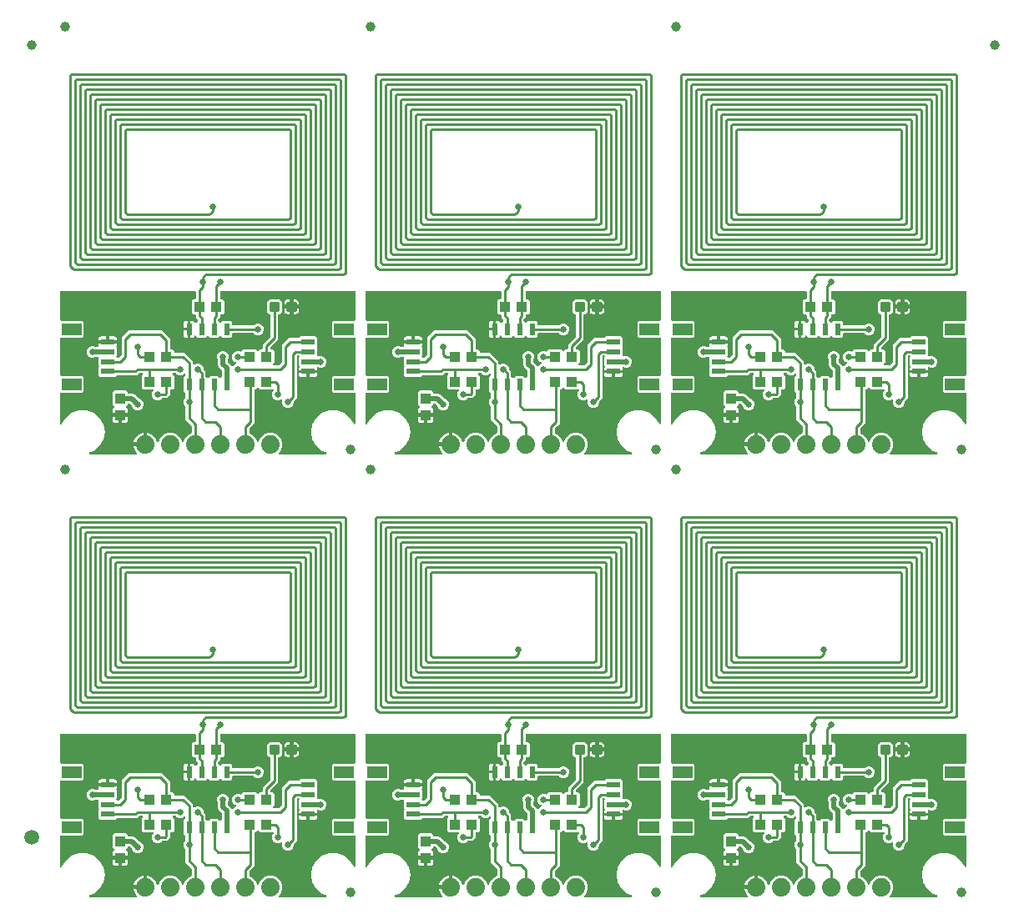
<source format=gtl>
G04 EAGLE Gerber RS-274X export*
G75*
%MOMM*%
%FSLAX34Y34*%
%LPD*%
%INTop Copper*%
%IPPOS*%
%AMOC8*
5,1,8,0,0,1.08239X$1,22.5*%
G01*
%ADD10R,1.100000X1.000000*%
%ADD11C,0.300000*%
%ADD12R,2.000000X1.200000*%
%ADD13R,1.350000X0.600000*%
%ADD14C,0.660400*%
%ADD15C,0.254000*%
%ADD16R,0.600000X1.200000*%
%ADD17R,1.000000X1.100000*%
%ADD18C,1.879600*%
%ADD19C,1.000000*%
%ADD20C,1.500000*%
%ADD21C,0.508000*%

G36*
X389633Y2545D02*
X389633Y2545D01*
X389663Y2542D01*
X389774Y2565D01*
X389886Y2581D01*
X389913Y2593D01*
X389941Y2598D01*
X390042Y2651D01*
X390145Y2697D01*
X390168Y2716D01*
X390194Y2729D01*
X390276Y2807D01*
X390362Y2880D01*
X390379Y2905D01*
X390400Y2925D01*
X390457Y3023D01*
X390520Y3117D01*
X390529Y3145D01*
X390544Y3170D01*
X390571Y3280D01*
X390606Y3388D01*
X390606Y3418D01*
X390614Y3446D01*
X390610Y3559D01*
X390613Y3672D01*
X390606Y3701D01*
X390605Y3730D01*
X390570Y3838D01*
X390541Y3947D01*
X390526Y3973D01*
X390517Y4001D01*
X390471Y4065D01*
X390396Y4192D01*
X390350Y4235D01*
X390322Y4274D01*
X389674Y4922D01*
X388569Y6443D01*
X387716Y8117D01*
X387135Y9904D01*
X387014Y10669D01*
X397764Y10669D01*
X397822Y10677D01*
X397880Y10675D01*
X397962Y10697D01*
X398045Y10709D01*
X398099Y10733D01*
X398155Y10747D01*
X398228Y10790D01*
X398305Y10825D01*
X398349Y10863D01*
X398400Y10893D01*
X398457Y10954D01*
X398522Y11009D01*
X398554Y11057D01*
X398594Y11100D01*
X398633Y11175D01*
X398679Y11245D01*
X398697Y11301D01*
X398724Y11353D01*
X398735Y11421D01*
X398765Y11516D01*
X398768Y11616D01*
X398779Y11684D01*
X398779Y12701D01*
X399796Y12701D01*
X399854Y12709D01*
X399912Y12708D01*
X399994Y12729D01*
X400077Y12741D01*
X400131Y12765D01*
X400187Y12779D01*
X400260Y12822D01*
X400337Y12857D01*
X400382Y12895D01*
X400432Y12925D01*
X400490Y12986D01*
X400554Y13041D01*
X400586Y13089D01*
X400626Y13132D01*
X400665Y13207D01*
X400711Y13277D01*
X400729Y13333D01*
X400756Y13385D01*
X400767Y13453D01*
X400797Y13548D01*
X400800Y13648D01*
X400811Y13716D01*
X400811Y24466D01*
X401576Y24345D01*
X403363Y23764D01*
X405037Y22911D01*
X406558Y21806D01*
X407886Y20478D01*
X408991Y18957D01*
X409844Y17283D01*
X410449Y15420D01*
X410462Y15394D01*
X410469Y15364D01*
X410475Y15354D01*
X410476Y15348D01*
X410490Y15324D01*
X410501Y15291D01*
X410542Y15229D01*
X410574Y15164D01*
X410594Y15143D01*
X410608Y15117D01*
X410621Y15104D01*
X410622Y15103D01*
X410628Y15097D01*
X410637Y15088D01*
X410659Y15055D01*
X410717Y15007D01*
X410765Y14953D01*
X410789Y14939D01*
X410811Y14917D01*
X410846Y14898D01*
X410877Y14872D01*
X410946Y14841D01*
X411007Y14804D01*
X411034Y14796D01*
X411061Y14782D01*
X411100Y14773D01*
X411137Y14757D01*
X411212Y14746D01*
X411281Y14727D01*
X411308Y14727D01*
X411339Y14721D01*
X411379Y14723D01*
X411418Y14718D01*
X411494Y14729D01*
X411565Y14729D01*
X411591Y14737D01*
X411622Y14739D01*
X411660Y14753D01*
X411700Y14759D01*
X411769Y14790D01*
X411837Y14810D01*
X411861Y14825D01*
X411890Y14836D01*
X411922Y14859D01*
X411959Y14876D01*
X412016Y14925D01*
X412077Y14963D01*
X412095Y14985D01*
X412120Y15002D01*
X412145Y15034D01*
X412175Y15060D01*
X412206Y15109D01*
X412210Y15115D01*
X412264Y15177D01*
X412276Y15203D01*
X412295Y15226D01*
X412311Y15268D01*
X412333Y15300D01*
X412341Y15325D01*
X412353Y15345D01*
X414059Y19463D01*
X417417Y22821D01*
X421805Y24639D01*
X426555Y24639D01*
X430943Y22821D01*
X434301Y19463D01*
X435942Y15501D01*
X435957Y15476D01*
X435966Y15448D01*
X436029Y15354D01*
X436087Y15257D01*
X436108Y15236D01*
X436124Y15212D01*
X436211Y15139D01*
X436293Y15061D01*
X436319Y15048D01*
X436342Y15029D01*
X436445Y14983D01*
X436546Y14931D01*
X436575Y14925D01*
X436602Y14914D01*
X436714Y14898D01*
X436825Y14876D01*
X436854Y14879D01*
X436883Y14875D01*
X436995Y14891D01*
X437108Y14901D01*
X437135Y14911D01*
X437164Y14915D01*
X437268Y14962D01*
X437373Y15003D01*
X437397Y15020D01*
X437424Y15032D01*
X437510Y15106D01*
X437600Y15174D01*
X437618Y15198D01*
X437640Y15217D01*
X437682Y15283D01*
X437770Y15402D01*
X437792Y15460D01*
X437818Y15501D01*
X439459Y19463D01*
X442817Y22821D01*
X445143Y23784D01*
X445144Y23785D01*
X445145Y23786D01*
X445263Y23856D01*
X445387Y23929D01*
X445388Y23930D01*
X445390Y23931D01*
X445487Y24035D01*
X445583Y24136D01*
X445583Y24137D01*
X445584Y24138D01*
X445649Y24264D01*
X445713Y24388D01*
X445713Y24390D01*
X445714Y24391D01*
X445716Y24406D01*
X445768Y24667D01*
X445765Y24698D01*
X445769Y24722D01*
X445769Y31021D01*
X445762Y31071D01*
X445763Y31084D01*
X445758Y31103D01*
X445757Y31108D01*
X445754Y31195D01*
X445737Y31248D01*
X445729Y31303D01*
X445694Y31382D01*
X445667Y31466D01*
X445639Y31505D01*
X445613Y31562D01*
X445517Y31675D01*
X445472Y31739D01*
X439419Y37792D01*
X439419Y51007D01*
X439407Y51094D01*
X439404Y51181D01*
X439387Y51234D01*
X439379Y51289D01*
X439344Y51369D01*
X439317Y51452D01*
X439289Y51491D01*
X439263Y51548D01*
X439167Y51661D01*
X439122Y51725D01*
X438277Y52570D01*
X437387Y54718D01*
X437387Y57042D01*
X438277Y59190D01*
X439122Y60035D01*
X439174Y60105D01*
X439234Y60168D01*
X439260Y60218D01*
X439293Y60262D01*
X439324Y60344D01*
X439364Y60422D01*
X439372Y60469D01*
X439394Y60528D01*
X439406Y60675D01*
X439419Y60753D01*
X439419Y64397D01*
X439407Y64484D01*
X439404Y64571D01*
X439387Y64624D01*
X439379Y64679D01*
X439344Y64758D01*
X439317Y64842D01*
X439289Y64881D01*
X439263Y64938D01*
X439167Y65051D01*
X439122Y65115D01*
X437689Y66548D01*
X437689Y80652D01*
X439122Y82085D01*
X439174Y82155D01*
X439234Y82219D01*
X439260Y82268D01*
X439293Y82312D01*
X439324Y82394D01*
X439364Y82472D01*
X439372Y82519D01*
X439394Y82578D01*
X439406Y82726D01*
X439419Y82803D01*
X439419Y83265D01*
X439415Y83295D01*
X439418Y83324D01*
X439395Y83435D01*
X439379Y83547D01*
X439367Y83574D01*
X439362Y83602D01*
X439309Y83703D01*
X439263Y83806D01*
X439244Y83829D01*
X439231Y83855D01*
X439153Y83937D01*
X439080Y84023D01*
X439055Y84040D01*
X439035Y84061D01*
X438937Y84118D01*
X438843Y84181D01*
X438815Y84190D01*
X438790Y84205D01*
X438680Y84232D01*
X438572Y84267D01*
X438543Y84267D01*
X438514Y84275D01*
X438401Y84271D01*
X438288Y84274D01*
X438259Y84267D01*
X438230Y84266D01*
X438122Y84231D01*
X438013Y84202D01*
X437987Y84187D01*
X437959Y84178D01*
X437895Y84133D01*
X437768Y84057D01*
X437725Y84011D01*
X437686Y83983D01*
X437650Y83947D01*
X435502Y83057D01*
X433178Y83057D01*
X431030Y83947D01*
X430185Y84792D01*
X430115Y84844D01*
X430052Y84904D01*
X430002Y84930D01*
X429958Y84963D01*
X429876Y84994D01*
X429798Y85034D01*
X429751Y85042D01*
X429692Y85064D01*
X429545Y85076D01*
X429467Y85089D01*
X427635Y85089D01*
X427606Y85085D01*
X427577Y85088D01*
X427466Y85065D01*
X427353Y85049D01*
X427327Y85037D01*
X427298Y85032D01*
X427197Y84979D01*
X427094Y84933D01*
X427072Y84914D01*
X427046Y84901D01*
X426963Y84823D01*
X426877Y84750D01*
X426861Y84725D01*
X426839Y84705D01*
X426782Y84607D01*
X426719Y84513D01*
X426711Y84485D01*
X426696Y84460D01*
X426668Y84350D01*
X426634Y84242D01*
X426633Y84212D01*
X426626Y84184D01*
X426629Y84071D01*
X426626Y83958D01*
X426634Y83929D01*
X426635Y83900D01*
X426670Y83792D01*
X426698Y83683D01*
X426713Y83657D01*
X426722Y83629D01*
X426768Y83565D01*
X426843Y83438D01*
X426889Y83395D01*
X426917Y83356D01*
X428021Y82252D01*
X428021Y70148D01*
X426532Y68659D01*
X424806Y68659D01*
X424748Y68651D01*
X424690Y68653D01*
X424608Y68631D01*
X424524Y68619D01*
X424471Y68596D01*
X424415Y68581D01*
X424342Y68538D01*
X424265Y68503D01*
X424220Y68465D01*
X424170Y68436D01*
X424112Y68374D01*
X424048Y68320D01*
X424016Y68271D01*
X423976Y68228D01*
X423937Y68153D01*
X423890Y68083D01*
X423873Y68027D01*
X423846Y67975D01*
X423835Y67907D01*
X423805Y67812D01*
X423802Y67712D01*
X423791Y67644D01*
X423791Y62802D01*
X420678Y59689D01*
X416353Y59689D01*
X416266Y59677D01*
X416179Y59674D01*
X416126Y59657D01*
X416071Y59649D01*
X415991Y59614D01*
X415908Y59587D01*
X415869Y59559D01*
X415812Y59533D01*
X415698Y59437D01*
X415635Y59392D01*
X414790Y58547D01*
X412642Y57657D01*
X410318Y57657D01*
X408170Y58547D01*
X406527Y60190D01*
X405637Y62338D01*
X405637Y64662D01*
X406527Y66810D01*
X406643Y66926D01*
X406661Y66950D01*
X406683Y66969D01*
X406746Y67063D01*
X406814Y67153D01*
X406825Y67181D01*
X406841Y67205D01*
X406875Y67313D01*
X406915Y67419D01*
X406918Y67448D01*
X406927Y67476D01*
X406930Y67589D01*
X406939Y67702D01*
X406933Y67731D01*
X406934Y67760D01*
X406905Y67870D01*
X406883Y67981D01*
X406870Y68007D01*
X406862Y68035D01*
X406804Y68133D01*
X406752Y68233D01*
X406732Y68255D01*
X406717Y68280D01*
X406634Y68357D01*
X406556Y68439D01*
X406531Y68454D01*
X406510Y68474D01*
X406409Y68526D01*
X406311Y68583D01*
X406283Y68590D01*
X406256Y68604D01*
X406179Y68617D01*
X406036Y68653D01*
X405973Y68651D01*
X405925Y68659D01*
X396428Y68659D01*
X394939Y70148D01*
X394939Y82252D01*
X396043Y83356D01*
X396061Y83380D01*
X396083Y83399D01*
X396146Y83493D01*
X396214Y83583D01*
X396224Y83611D01*
X396241Y83635D01*
X396275Y83743D01*
X396315Y83849D01*
X396318Y83878D01*
X396326Y83906D01*
X396329Y84020D01*
X396339Y84132D01*
X396333Y84161D01*
X396334Y84190D01*
X396305Y84300D01*
X396283Y84411D01*
X396269Y84437D01*
X396262Y84465D01*
X396204Y84563D01*
X396152Y84663D01*
X396132Y84685D01*
X396117Y84710D01*
X396034Y84787D01*
X395956Y84869D01*
X395931Y84884D01*
X395909Y84904D01*
X395808Y84956D01*
X395711Y85013D01*
X395682Y85020D01*
X395656Y85034D01*
X395579Y85047D01*
X395435Y85083D01*
X395373Y85081D01*
X395325Y85089D01*
X393159Y85089D01*
X393072Y85077D01*
X392985Y85074D01*
X392932Y85057D01*
X392877Y85049D01*
X392798Y85014D01*
X392714Y84987D01*
X392675Y84959D01*
X392618Y84933D01*
X392505Y84837D01*
X392441Y84792D01*
X390438Y82789D01*
X370633Y82789D01*
X370546Y82777D01*
X370459Y82774D01*
X370406Y82757D01*
X370351Y82749D01*
X370272Y82714D01*
X370188Y82687D01*
X370149Y82659D01*
X370092Y82633D01*
X369979Y82537D01*
X369915Y82492D01*
X368482Y81059D01*
X352878Y81059D01*
X351389Y82548D01*
X351389Y90652D01*
X351619Y90882D01*
X351654Y90929D01*
X351697Y90969D01*
X351739Y91042D01*
X351790Y91109D01*
X351811Y91164D01*
X351840Y91214D01*
X351861Y91296D01*
X351891Y91375D01*
X351896Y91433D01*
X351910Y91490D01*
X351908Y91574D01*
X351915Y91658D01*
X351903Y91716D01*
X351901Y91774D01*
X351875Y91854D01*
X351859Y91937D01*
X351832Y91989D01*
X351814Y92045D01*
X351774Y92101D01*
X351728Y92189D01*
X351659Y92262D01*
X351619Y92318D01*
X351389Y92548D01*
X351389Y100504D01*
X351381Y100562D01*
X351383Y100620D01*
X351361Y100702D01*
X351349Y100786D01*
X351326Y100839D01*
X351311Y100895D01*
X351268Y100968D01*
X351233Y101045D01*
X351195Y101090D01*
X351166Y101140D01*
X351104Y101198D01*
X351050Y101262D01*
X351001Y101294D01*
X350958Y101334D01*
X350883Y101373D01*
X350813Y101420D01*
X350757Y101437D01*
X350705Y101464D01*
X350637Y101475D01*
X350542Y101505D01*
X350442Y101508D01*
X350374Y101519D01*
X348451Y101519D01*
X348420Y101515D01*
X348389Y101517D01*
X348312Y101500D01*
X348169Y101479D01*
X348110Y101453D01*
X348062Y101442D01*
X346602Y100837D01*
X344278Y100837D01*
X342130Y101727D01*
X340487Y103370D01*
X339597Y105518D01*
X339597Y107842D01*
X340487Y109990D01*
X342130Y111633D01*
X344278Y112523D01*
X346602Y112523D01*
X348448Y111758D01*
X348478Y111750D01*
X348506Y111736D01*
X348583Y111723D01*
X348724Y111687D01*
X348788Y111689D01*
X348837Y111681D01*
X350491Y111681D01*
X350539Y111688D01*
X350588Y111685D01*
X350679Y111707D01*
X350772Y111721D01*
X350817Y111740D01*
X350864Y111752D01*
X350946Y111798D01*
X351032Y111837D01*
X351069Y111868D01*
X351111Y111892D01*
X351177Y111960D01*
X351249Y112020D01*
X351276Y112061D01*
X351310Y112096D01*
X351354Y112179D01*
X351406Y112257D01*
X351421Y112304D01*
X351444Y112347D01*
X351464Y112439D01*
X351492Y112528D01*
X351493Y112577D01*
X351504Y112625D01*
X351496Y112699D01*
X351499Y112812D01*
X351477Y112896D01*
X351471Y112959D01*
X351389Y113265D01*
X351389Y115101D01*
X360196Y115101D01*
X360254Y115109D01*
X360312Y115107D01*
X360394Y115129D01*
X360477Y115141D01*
X360531Y115164D01*
X360587Y115179D01*
X360660Y115222D01*
X360679Y115231D01*
X360725Y115200D01*
X360781Y115183D01*
X360833Y115156D01*
X360901Y115145D01*
X360996Y115115D01*
X361096Y115112D01*
X361164Y115101D01*
X369971Y115101D01*
X369971Y113266D01*
X369798Y112619D01*
X369531Y112157D01*
X369505Y112094D01*
X369471Y112035D01*
X369452Y111962D01*
X369424Y111893D01*
X369417Y111825D01*
X369401Y111759D01*
X369403Y111685D01*
X369395Y111610D01*
X369407Y111543D01*
X369410Y111475D01*
X369433Y111404D01*
X369446Y111331D01*
X369476Y111269D01*
X369497Y111205D01*
X369533Y111154D01*
X369572Y111076D01*
X369649Y110992D01*
X369692Y110931D01*
X369971Y110652D01*
X369971Y102548D01*
X369741Y102318D01*
X369706Y102271D01*
X369663Y102231D01*
X369621Y102158D01*
X369570Y102091D01*
X369549Y102036D01*
X369520Y101986D01*
X369499Y101904D01*
X369469Y101825D01*
X369464Y101767D01*
X369450Y101710D01*
X369452Y101626D01*
X369445Y101542D01*
X369457Y101484D01*
X369459Y101426D01*
X369485Y101346D01*
X369501Y101263D01*
X369528Y101211D01*
X369546Y101155D01*
X369586Y101099D01*
X369632Y101011D01*
X369701Y100938D01*
X369741Y100882D01*
X369915Y100708D01*
X369985Y100656D01*
X370049Y100596D01*
X370098Y100570D01*
X370142Y100537D01*
X370224Y100506D01*
X370302Y100466D01*
X370349Y100458D01*
X370408Y100436D01*
X370556Y100424D01*
X370633Y100411D01*
X371461Y100411D01*
X371548Y100423D01*
X371635Y100426D01*
X371688Y100443D01*
X371743Y100451D01*
X371822Y100486D01*
X371906Y100513D01*
X371945Y100541D01*
X372002Y100567D01*
X372115Y100663D01*
X372179Y100708D01*
X374352Y102881D01*
X374404Y102951D01*
X374464Y103015D01*
X374490Y103064D01*
X374523Y103108D01*
X374554Y103190D01*
X374594Y103268D01*
X374602Y103315D01*
X374624Y103374D01*
X374636Y103522D01*
X374649Y103599D01*
X374649Y120958D01*
X379432Y125741D01*
X381962Y128271D01*
X415598Y128271D01*
X423791Y120078D01*
X423791Y110156D01*
X423799Y110098D01*
X423797Y110041D01*
X423797Y110040D01*
X423819Y109958D01*
X423831Y109874D01*
X423854Y109821D01*
X423869Y109765D01*
X423912Y109692D01*
X423947Y109615D01*
X423985Y109570D01*
X424014Y109520D01*
X424076Y109462D01*
X424130Y109398D01*
X424179Y109366D01*
X424222Y109326D01*
X424297Y109287D01*
X424367Y109240D01*
X424423Y109223D01*
X424475Y109196D01*
X424543Y109185D01*
X424638Y109155D01*
X424738Y109152D01*
X424806Y109141D01*
X426532Y109141D01*
X428021Y107652D01*
X428021Y106426D01*
X428029Y106368D01*
X428027Y106310D01*
X428049Y106228D01*
X428061Y106144D01*
X428084Y106091D01*
X428099Y106035D01*
X428142Y105962D01*
X428177Y105885D01*
X428215Y105840D01*
X428244Y105790D01*
X428306Y105732D01*
X428360Y105668D01*
X428409Y105636D01*
X428452Y105596D01*
X428527Y105557D01*
X428597Y105510D01*
X428653Y105493D01*
X428705Y105466D01*
X428773Y105455D01*
X428868Y105425D01*
X428968Y105422D01*
X429036Y105411D01*
X438458Y105411D01*
X447041Y96828D01*
X447041Y94535D01*
X447045Y94505D01*
X447042Y94476D01*
X447065Y94365D01*
X447081Y94253D01*
X447093Y94226D01*
X447098Y94198D01*
X447151Y94097D01*
X447197Y93994D01*
X447216Y93971D01*
X447229Y93945D01*
X447307Y93863D01*
X447380Y93777D01*
X447405Y93760D01*
X447425Y93739D01*
X447523Y93682D01*
X447617Y93619D01*
X447645Y93610D01*
X447670Y93595D01*
X447780Y93568D01*
X447888Y93533D01*
X447917Y93533D01*
X447946Y93525D01*
X448059Y93529D01*
X448172Y93526D01*
X448201Y93533D01*
X448230Y93534D01*
X448338Y93569D01*
X448447Y93598D01*
X448473Y93613D01*
X448501Y93622D01*
X448565Y93667D01*
X448692Y93743D01*
X448735Y93789D01*
X448774Y93817D01*
X448810Y93853D01*
X450958Y94743D01*
X453282Y94743D01*
X455430Y93853D01*
X457073Y92210D01*
X457963Y90062D01*
X457963Y88867D01*
X457975Y88780D01*
X457978Y88693D01*
X457995Y88640D01*
X458003Y88585D01*
X458038Y88506D01*
X458065Y88422D01*
X458093Y88383D01*
X458119Y88326D01*
X458197Y88233D01*
X458216Y88201D01*
X458236Y88183D01*
X458260Y88149D01*
X459741Y86668D01*
X459741Y82803D01*
X459753Y82716D01*
X459756Y82629D01*
X459773Y82576D01*
X459781Y82521D01*
X459816Y82442D01*
X459843Y82358D01*
X459871Y82319D01*
X459897Y82262D01*
X459993Y82149D01*
X460038Y82085D01*
X461562Y80561D01*
X461609Y80526D01*
X461649Y80483D01*
X461722Y80441D01*
X461789Y80390D01*
X461844Y80369D01*
X461894Y80340D01*
X461976Y80319D01*
X462055Y80289D01*
X462113Y80284D01*
X462170Y80270D01*
X462254Y80272D01*
X462338Y80265D01*
X462396Y80277D01*
X462454Y80279D01*
X462534Y80305D01*
X462617Y80321D01*
X462669Y80348D01*
X462725Y80366D01*
X462781Y80406D01*
X462869Y80452D01*
X462942Y80521D01*
X462998Y80561D01*
X464578Y82141D01*
X472682Y82141D01*
X474262Y80561D01*
X474309Y80526D01*
X474349Y80483D01*
X474422Y80441D01*
X474489Y80390D01*
X474544Y80369D01*
X474594Y80340D01*
X474676Y80319D01*
X474755Y80289D01*
X474813Y80284D01*
X474870Y80270D01*
X474954Y80272D01*
X475038Y80265D01*
X475096Y80277D01*
X475154Y80279D01*
X475234Y80305D01*
X475317Y80321D01*
X475369Y80348D01*
X475425Y80366D01*
X475481Y80406D01*
X475569Y80452D01*
X475642Y80521D01*
X475698Y80561D01*
X475952Y80815D01*
X476004Y80885D01*
X476064Y80949D01*
X476090Y80998D01*
X476123Y81042D01*
X476154Y81124D01*
X476194Y81202D01*
X476202Y81249D01*
X476224Y81308D01*
X476236Y81456D01*
X476249Y81533D01*
X476249Y87645D01*
X476237Y87732D01*
X476234Y87819D01*
X476217Y87872D01*
X476209Y87926D01*
X476174Y88006D01*
X476147Y88089D01*
X476119Y88129D01*
X476093Y88186D01*
X475997Y88299D01*
X475952Y88363D01*
X473213Y91102D01*
X472439Y92969D01*
X472439Y98396D01*
X472435Y98427D01*
X472437Y98458D01*
X472420Y98534D01*
X472399Y98678D01*
X472373Y98736D01*
X472362Y98785D01*
X471677Y100438D01*
X471677Y102762D01*
X472567Y104910D01*
X474210Y106553D01*
X476358Y107443D01*
X478682Y107443D01*
X480830Y106553D01*
X482473Y104910D01*
X483363Y102762D01*
X483363Y100438D01*
X482678Y98785D01*
X482670Y98755D01*
X482656Y98727D01*
X482643Y98650D01*
X482607Y98509D01*
X482609Y98445D01*
X482601Y98396D01*
X482601Y96505D01*
X482613Y96418D01*
X482616Y96331D01*
X482633Y96278D01*
X482641Y96224D01*
X482676Y96144D01*
X482703Y96061D01*
X482731Y96021D01*
X482757Y95964D01*
X482853Y95851D01*
X482898Y95787D01*
X485637Y93048D01*
X485958Y92274D01*
X485973Y92249D01*
X485982Y92221D01*
X486045Y92127D01*
X486102Y92030D01*
X486124Y92009D01*
X486140Y91985D01*
X486227Y91912D01*
X486309Y91834D01*
X486335Y91821D01*
X486358Y91802D01*
X486461Y91756D01*
X486562Y91704D01*
X486590Y91699D01*
X486617Y91687D01*
X486729Y91671D01*
X486841Y91649D01*
X486870Y91652D01*
X486899Y91648D01*
X487011Y91664D01*
X487124Y91674D01*
X487151Y91684D01*
X487180Y91688D01*
X487283Y91735D01*
X487389Y91776D01*
X487413Y91793D01*
X487439Y91806D01*
X487526Y91879D01*
X487616Y91947D01*
X487633Y91971D01*
X487656Y91990D01*
X487697Y92056D01*
X487786Y92175D01*
X487794Y92197D01*
X489450Y93853D01*
X490558Y94312D01*
X490583Y94327D01*
X490611Y94336D01*
X490705Y94399D01*
X490803Y94456D01*
X490823Y94478D01*
X490847Y94494D01*
X490920Y94581D01*
X490998Y94663D01*
X491011Y94689D01*
X491030Y94712D01*
X491076Y94815D01*
X491128Y94916D01*
X491134Y94945D01*
X491146Y94972D01*
X491161Y95084D01*
X491183Y95195D01*
X491181Y95224D01*
X491185Y95253D01*
X491169Y95365D01*
X491159Y95478D01*
X491148Y95506D01*
X491144Y95534D01*
X491098Y95637D01*
X491057Y95743D01*
X491039Y95767D01*
X491027Y95794D01*
X490954Y95880D01*
X490885Y95970D01*
X490862Y95988D01*
X490843Y96010D01*
X490776Y96052D01*
X490657Y96140D01*
X490599Y96162D01*
X490558Y96188D01*
X489450Y96647D01*
X487807Y98290D01*
X486917Y100438D01*
X486917Y102762D01*
X487807Y104910D01*
X489450Y106553D01*
X491598Y107443D01*
X493922Y107443D01*
X495135Y106940D01*
X495247Y106912D01*
X495356Y106877D01*
X495384Y106876D01*
X495411Y106869D01*
X495525Y106872D01*
X495640Y106870D01*
X495667Y106877D01*
X495695Y106877D01*
X495804Y106912D01*
X495915Y106941D01*
X495939Y106956D01*
X495966Y106964D01*
X496061Y107028D01*
X496160Y107087D01*
X496179Y107107D01*
X496202Y107122D01*
X496276Y107210D01*
X496354Y107294D01*
X496367Y107319D01*
X496385Y107340D01*
X496431Y107445D01*
X496484Y107547D01*
X496488Y107572D01*
X496500Y107600D01*
X496503Y107616D01*
X498028Y109141D01*
X511132Y109141D01*
X512362Y107911D01*
X512409Y107876D01*
X512449Y107833D01*
X512522Y107791D01*
X512589Y107740D01*
X512644Y107719D01*
X512694Y107690D01*
X512776Y107669D01*
X512855Y107639D01*
X512913Y107634D01*
X512970Y107620D01*
X513054Y107622D01*
X513138Y107615D01*
X513196Y107627D01*
X513254Y107629D01*
X513334Y107655D01*
X513417Y107671D01*
X513469Y107698D01*
X513525Y107716D01*
X513581Y107756D01*
X513669Y107802D01*
X513742Y107871D01*
X513798Y107911D01*
X515028Y109141D01*
X516754Y109141D01*
X516812Y109149D01*
X516870Y109147D01*
X516952Y109169D01*
X517036Y109181D01*
X517089Y109204D01*
X517145Y109219D01*
X517218Y109262D01*
X517295Y109297D01*
X517340Y109335D01*
X517390Y109364D01*
X517448Y109426D01*
X517512Y109480D01*
X517544Y109529D01*
X517584Y109572D01*
X517623Y109647D01*
X517670Y109717D01*
X517687Y109773D01*
X517714Y109825D01*
X517725Y109893D01*
X517755Y109988D01*
X517758Y110088D01*
X517769Y110156D01*
X517769Y114218D01*
X525602Y122051D01*
X525654Y122121D01*
X525714Y122185D01*
X525740Y122234D01*
X525773Y122278D01*
X525804Y122360D01*
X525844Y122438D01*
X525852Y122485D01*
X525874Y122544D01*
X525886Y122692D01*
X525899Y122769D01*
X525899Y143844D01*
X525891Y143902D01*
X525893Y143960D01*
X525871Y144042D01*
X525859Y144126D01*
X525836Y144179D01*
X525821Y144235D01*
X525778Y144308D01*
X525743Y144385D01*
X525705Y144430D01*
X525676Y144480D01*
X525614Y144538D01*
X525560Y144602D01*
X525511Y144634D01*
X525468Y144674D01*
X525393Y144713D01*
X525323Y144760D01*
X525267Y144777D01*
X525215Y144804D01*
X525147Y144815D01*
X525052Y144845D01*
X524952Y144848D01*
X524884Y144859D01*
X524536Y144859D01*
X522169Y147226D01*
X522169Y157574D01*
X524536Y159941D01*
X534884Y159941D01*
X537251Y157574D01*
X537251Y147226D01*
X534884Y144859D01*
X534536Y144859D01*
X534478Y144851D01*
X534420Y144853D01*
X534338Y144831D01*
X534254Y144819D01*
X534201Y144796D01*
X534145Y144781D01*
X534072Y144738D01*
X533995Y144703D01*
X533950Y144665D01*
X533900Y144636D01*
X533842Y144574D01*
X533778Y144520D01*
X533746Y144471D01*
X533706Y144428D01*
X533667Y144353D01*
X533620Y144283D01*
X533603Y144227D01*
X533576Y144175D01*
X533565Y144107D01*
X533535Y144012D01*
X533532Y143912D01*
X533521Y143844D01*
X533521Y119192D01*
X525688Y111359D01*
X525636Y111289D01*
X525576Y111225D01*
X525550Y111176D01*
X525517Y111132D01*
X525486Y111050D01*
X525446Y110972D01*
X525438Y110925D01*
X525416Y110866D01*
X525404Y110718D01*
X525391Y110641D01*
X525391Y110156D01*
X525399Y110098D01*
X525397Y110041D01*
X525397Y110040D01*
X525419Y109958D01*
X525431Y109874D01*
X525454Y109821D01*
X525469Y109765D01*
X525512Y109692D01*
X525547Y109615D01*
X525585Y109570D01*
X525614Y109520D01*
X525676Y109462D01*
X525730Y109398D01*
X525779Y109366D01*
X525822Y109326D01*
X525897Y109287D01*
X525967Y109240D01*
X526023Y109223D01*
X526075Y109196D01*
X526143Y109185D01*
X526238Y109155D01*
X526338Y109152D01*
X526406Y109141D01*
X528132Y109141D01*
X529621Y107652D01*
X529621Y95548D01*
X528517Y94444D01*
X528499Y94420D01*
X528477Y94401D01*
X528414Y94307D01*
X528346Y94217D01*
X528336Y94189D01*
X528319Y94165D01*
X528285Y94057D01*
X528245Y93951D01*
X528242Y93922D01*
X528234Y93894D01*
X528231Y93780D01*
X528221Y93668D01*
X528227Y93639D01*
X528226Y93610D01*
X528255Y93500D01*
X528277Y93389D01*
X528291Y93363D01*
X528298Y93335D01*
X528356Y93237D01*
X528408Y93137D01*
X528428Y93115D01*
X528443Y93090D01*
X528526Y93013D01*
X528604Y92931D01*
X528629Y92916D01*
X528651Y92896D01*
X528752Y92844D01*
X528849Y92787D01*
X528878Y92780D01*
X528904Y92766D01*
X528981Y92753D01*
X529125Y92717D01*
X529187Y92719D01*
X529235Y92711D01*
X533941Y92711D01*
X534028Y92723D01*
X534115Y92726D01*
X534168Y92743D01*
X534223Y92751D01*
X534302Y92786D01*
X534386Y92813D01*
X534425Y92841D01*
X534482Y92867D01*
X534595Y92963D01*
X534659Y93008D01*
X536912Y95261D01*
X536964Y95331D01*
X537024Y95395D01*
X537050Y95444D01*
X537083Y95488D01*
X537114Y95570D01*
X537154Y95648D01*
X537162Y95695D01*
X537184Y95754D01*
X537196Y95902D01*
X537209Y95979D01*
X537209Y113338D01*
X544522Y120651D01*
X554167Y120651D01*
X554254Y120663D01*
X554341Y120666D01*
X554394Y120683D01*
X554449Y120691D01*
X554528Y120726D01*
X554612Y120753D01*
X554651Y120781D01*
X554708Y120807D01*
X554821Y120903D01*
X554885Y120948D01*
X556078Y122141D01*
X571682Y122141D01*
X573171Y120652D01*
X573171Y112548D01*
X572941Y112318D01*
X572906Y112271D01*
X572863Y112231D01*
X572821Y112158D01*
X572770Y112091D01*
X572749Y112036D01*
X572720Y111986D01*
X572699Y111904D01*
X572669Y111825D01*
X572664Y111767D01*
X572650Y111710D01*
X572652Y111626D01*
X572645Y111542D01*
X572657Y111484D01*
X572659Y111426D01*
X572685Y111346D01*
X572701Y111263D01*
X572728Y111211D01*
X572746Y111155D01*
X572786Y111099D01*
X572832Y111011D01*
X572901Y110938D01*
X572941Y110882D01*
X573171Y110652D01*
X573171Y102951D01*
X573187Y102838D01*
X573197Y102723D01*
X573207Y102697D01*
X573211Y102670D01*
X573258Y102565D01*
X573299Y102458D01*
X573315Y102436D01*
X573327Y102410D01*
X573401Y102323D01*
X573470Y102231D01*
X573493Y102215D01*
X573510Y102193D01*
X573606Y102130D01*
X573698Y102061D01*
X573724Y102051D01*
X573747Y102036D01*
X573857Y102001D01*
X573964Y101961D01*
X573992Y101958D01*
X574018Y101950D01*
X574133Y101947D01*
X574247Y101938D01*
X574272Y101944D01*
X574302Y101943D01*
X574559Y102010D01*
X574575Y102013D01*
X575418Y102363D01*
X577742Y102363D01*
X579890Y101473D01*
X581533Y99830D01*
X582423Y97682D01*
X582423Y95358D01*
X581533Y93210D01*
X579890Y91567D01*
X577742Y90677D01*
X575418Y90677D01*
X574568Y91029D01*
X574466Y91056D01*
X574366Y91089D01*
X574329Y91091D01*
X574293Y91100D01*
X574187Y91097D01*
X574082Y91102D01*
X574046Y91093D01*
X574009Y91092D01*
X573908Y91060D01*
X573805Y91035D01*
X573773Y91017D01*
X573738Y91005D01*
X573650Y90946D01*
X573558Y90894D01*
X573533Y90868D01*
X573502Y90847D01*
X573434Y90766D01*
X573360Y90690D01*
X573343Y90658D01*
X573319Y90629D01*
X573276Y90533D01*
X573226Y90440D01*
X573218Y90403D01*
X573203Y90370D01*
X573189Y90265D01*
X573167Y90162D01*
X573170Y90129D01*
X573165Y90088D01*
X573171Y90045D01*
X573171Y88099D01*
X564364Y88099D01*
X564306Y88091D01*
X564248Y88093D01*
X564166Y88071D01*
X564083Y88059D01*
X564029Y88036D01*
X563973Y88021D01*
X563900Y87978D01*
X563881Y87969D01*
X563835Y88000D01*
X563779Y88017D01*
X563727Y88044D01*
X563659Y88055D01*
X563564Y88085D01*
X563464Y88088D01*
X563396Y88099D01*
X554589Y88099D01*
X554589Y89934D01*
X554762Y90581D01*
X555029Y91043D01*
X555055Y91106D01*
X555089Y91165D01*
X555108Y91238D01*
X555136Y91307D01*
X555143Y91375D01*
X555160Y91441D01*
X555157Y91515D01*
X555165Y91590D01*
X555153Y91657D01*
X555150Y91725D01*
X555127Y91796D01*
X555114Y91869D01*
X555084Y91930D01*
X555063Y91995D01*
X555027Y92046D01*
X554988Y92124D01*
X554911Y92208D01*
X554868Y92269D01*
X554589Y92548D01*
X554589Y100652D01*
X554819Y100882D01*
X554854Y100929D01*
X554896Y100969D01*
X554939Y101042D01*
X554990Y101109D01*
X555011Y101164D01*
X555040Y101214D01*
X555061Y101296D01*
X555091Y101375D01*
X555096Y101433D01*
X555110Y101490D01*
X555108Y101574D01*
X555115Y101658D01*
X555103Y101716D01*
X555101Y101774D01*
X555075Y101854D01*
X555059Y101937D01*
X555032Y101989D01*
X555014Y102044D01*
X554974Y102101D01*
X554928Y102189D01*
X554859Y102262D01*
X554819Y102318D01*
X554645Y102492D01*
X554575Y102544D01*
X554511Y102604D01*
X554462Y102630D01*
X554418Y102663D01*
X554336Y102694D01*
X554258Y102734D01*
X554211Y102742D01*
X554152Y102764D01*
X554004Y102776D01*
X553927Y102789D01*
X553466Y102789D01*
X553408Y102781D01*
X553350Y102783D01*
X553268Y102761D01*
X553184Y102749D01*
X553131Y102726D01*
X553075Y102711D01*
X553002Y102668D01*
X552925Y102633D01*
X552880Y102595D01*
X552830Y102566D01*
X552772Y102504D01*
X552708Y102450D01*
X552676Y102401D01*
X552636Y102358D01*
X552597Y102283D01*
X552550Y102213D01*
X552533Y102157D01*
X552506Y102105D01*
X552495Y102037D01*
X552465Y101942D01*
X552462Y101842D01*
X552451Y101774D01*
X552451Y59382D01*
X549700Y56631D01*
X549648Y56561D01*
X549588Y56497D01*
X549562Y56448D01*
X549529Y56404D01*
X549498Y56322D01*
X549458Y56244D01*
X549450Y56197D01*
X549428Y56138D01*
X549416Y55990D01*
X549403Y55913D01*
X549403Y54718D01*
X548513Y52570D01*
X546870Y50927D01*
X544722Y50037D01*
X542398Y50037D01*
X540250Y50927D01*
X538607Y52570D01*
X537717Y54718D01*
X537717Y57042D01*
X537740Y57098D01*
X537748Y57126D01*
X537761Y57152D01*
X537783Y57263D01*
X537811Y57373D01*
X537810Y57402D01*
X537816Y57431D01*
X537806Y57544D01*
X537803Y57657D01*
X537794Y57685D01*
X537792Y57714D01*
X537751Y57820D01*
X537716Y57928D01*
X537700Y57952D01*
X537690Y57980D01*
X537621Y58070D01*
X537558Y58164D01*
X537536Y58183D01*
X537518Y58206D01*
X537427Y58274D01*
X537341Y58347D01*
X537314Y58359D01*
X537290Y58377D01*
X537184Y58417D01*
X537081Y58463D01*
X537052Y58467D01*
X537024Y58477D01*
X536911Y58486D01*
X536799Y58502D01*
X536770Y58497D01*
X536741Y58500D01*
X536664Y58482D01*
X536518Y58461D01*
X536461Y58435D01*
X536414Y58424D01*
X534562Y57657D01*
X532238Y57657D01*
X530090Y58547D01*
X528447Y60190D01*
X527557Y62338D01*
X527557Y64662D01*
X528447Y66810D01*
X528563Y66926D01*
X528581Y66950D01*
X528603Y66969D01*
X528666Y67063D01*
X528734Y67153D01*
X528745Y67181D01*
X528761Y67205D01*
X528795Y67313D01*
X528835Y67419D01*
X528838Y67448D01*
X528847Y67476D01*
X528850Y67589D01*
X528859Y67702D01*
X528853Y67731D01*
X528854Y67760D01*
X528825Y67870D01*
X528803Y67981D01*
X528790Y68007D01*
X528782Y68035D01*
X528724Y68133D01*
X528672Y68233D01*
X528652Y68255D01*
X528637Y68280D01*
X528554Y68357D01*
X528476Y68439D01*
X528451Y68454D01*
X528430Y68474D01*
X528329Y68526D01*
X528231Y68583D01*
X528203Y68590D01*
X528176Y68604D01*
X528099Y68617D01*
X527956Y68653D01*
X527893Y68651D01*
X527845Y68659D01*
X515028Y68659D01*
X513798Y69889D01*
X513751Y69924D01*
X513711Y69967D01*
X513638Y70009D01*
X513571Y70060D01*
X513516Y70081D01*
X513466Y70110D01*
X513384Y70131D01*
X513305Y70161D01*
X513247Y70166D01*
X513190Y70180D01*
X513106Y70178D01*
X513022Y70185D01*
X512964Y70173D01*
X512906Y70171D01*
X512826Y70145D01*
X512743Y70129D01*
X512691Y70102D01*
X512635Y70084D01*
X512579Y70044D01*
X512491Y69998D01*
X512418Y69929D01*
X512362Y69889D01*
X511132Y68659D01*
X510286Y68659D01*
X510228Y68651D01*
X510170Y68653D01*
X510088Y68631D01*
X510004Y68619D01*
X509951Y68596D01*
X509895Y68581D01*
X509822Y68538D01*
X509745Y68503D01*
X509700Y68465D01*
X509650Y68436D01*
X509592Y68374D01*
X509528Y68320D01*
X509496Y68271D01*
X509456Y68228D01*
X509417Y68153D01*
X509370Y68083D01*
X509353Y68027D01*
X509326Y67975D01*
X509315Y67907D01*
X509285Y67812D01*
X509282Y67712D01*
X509271Y67644D01*
X509271Y33982D01*
X504488Y29199D01*
X504436Y29129D01*
X504376Y29065D01*
X504350Y29016D01*
X504317Y28972D01*
X504286Y28890D01*
X504246Y28812D01*
X504238Y28765D01*
X504216Y28706D01*
X504204Y28558D01*
X504191Y28481D01*
X504191Y24722D01*
X504191Y24721D01*
X504191Y24719D01*
X504211Y24579D01*
X504231Y24441D01*
X504231Y24439D01*
X504231Y24438D01*
X504288Y24312D01*
X504347Y24181D01*
X504348Y24180D01*
X504349Y24179D01*
X504440Y24072D01*
X504530Y23964D01*
X504532Y23964D01*
X504533Y23962D01*
X504546Y23954D01*
X504767Y23807D01*
X504796Y23798D01*
X504817Y23784D01*
X507143Y22821D01*
X510501Y19463D01*
X512142Y15501D01*
X512157Y15476D01*
X512166Y15448D01*
X512229Y15354D01*
X512287Y15257D01*
X512308Y15236D01*
X512324Y15212D01*
X512411Y15139D01*
X512493Y15061D01*
X512519Y15048D01*
X512542Y15029D01*
X512645Y14983D01*
X512746Y14931D01*
X512775Y14925D01*
X512802Y14914D01*
X512914Y14898D01*
X513025Y14876D01*
X513054Y14879D01*
X513083Y14875D01*
X513195Y14891D01*
X513308Y14901D01*
X513335Y14911D01*
X513364Y14915D01*
X513468Y14962D01*
X513573Y15003D01*
X513597Y15020D01*
X513624Y15032D01*
X513710Y15106D01*
X513800Y15174D01*
X513818Y15198D01*
X513840Y15217D01*
X513882Y15283D01*
X513970Y15402D01*
X513992Y15460D01*
X514018Y15501D01*
X515659Y19463D01*
X519017Y22821D01*
X523405Y24639D01*
X528155Y24639D01*
X532543Y22821D01*
X535901Y19463D01*
X537719Y15075D01*
X537719Y10325D01*
X535901Y5937D01*
X534238Y4274D01*
X534220Y4250D01*
X534198Y4231D01*
X534135Y4137D01*
X534067Y4047D01*
X534056Y4019D01*
X534040Y3995D01*
X534006Y3887D01*
X533966Y3781D01*
X533963Y3752D01*
X533954Y3724D01*
X533951Y3610D01*
X533942Y3498D01*
X533948Y3469D01*
X533947Y3440D01*
X533976Y3330D01*
X533998Y3219D01*
X534012Y3193D01*
X534019Y3165D01*
X534077Y3067D01*
X534129Y2967D01*
X534149Y2945D01*
X534164Y2920D01*
X534247Y2843D01*
X534325Y2761D01*
X534350Y2746D01*
X534371Y2726D01*
X534472Y2674D01*
X534570Y2617D01*
X534598Y2610D01*
X534625Y2596D01*
X534702Y2583D01*
X534846Y2547D01*
X534908Y2549D01*
X534956Y2541D01*
X581715Y2541D01*
X581822Y2556D01*
X581930Y2564D01*
X581962Y2576D01*
X581997Y2581D01*
X582095Y2625D01*
X582196Y2662D01*
X582224Y2683D01*
X582256Y2697D01*
X582338Y2766D01*
X582425Y2830D01*
X582447Y2858D01*
X582473Y2880D01*
X582533Y2970D01*
X582599Y3056D01*
X582611Y3088D01*
X582631Y3117D01*
X582663Y3220D01*
X582703Y3320D01*
X582706Y3355D01*
X582717Y3388D01*
X582719Y3496D01*
X582729Y3603D01*
X582723Y3638D01*
X582724Y3672D01*
X582697Y3777D01*
X582676Y3883D01*
X582661Y3914D01*
X582652Y3947D01*
X582597Y4040D01*
X582548Y4136D01*
X582525Y4162D01*
X582507Y4192D01*
X582428Y4266D01*
X582355Y4345D01*
X582328Y4360D01*
X582299Y4386D01*
X582109Y4484D01*
X582062Y4510D01*
X578060Y5967D01*
X572090Y10976D01*
X568194Y17725D01*
X566840Y25400D01*
X568194Y33075D01*
X572090Y39824D01*
X578060Y44833D01*
X585383Y47499D01*
X593177Y47499D01*
X600500Y44833D01*
X606470Y39824D01*
X610060Y33605D01*
X610072Y33590D01*
X610080Y33572D01*
X610160Y33478D01*
X610235Y33381D01*
X610251Y33370D01*
X610264Y33355D01*
X610366Y33287D01*
X610466Y33215D01*
X610484Y33208D01*
X610500Y33198D01*
X610617Y33160D01*
X610733Y33119D01*
X610753Y33117D01*
X610771Y33112D01*
X610894Y33108D01*
X611017Y33101D01*
X611036Y33105D01*
X611055Y33104D01*
X611175Y33135D01*
X611295Y33162D01*
X611312Y33171D01*
X611330Y33176D01*
X611437Y33239D01*
X611544Y33298D01*
X611558Y33311D01*
X611575Y33321D01*
X611659Y33411D01*
X611747Y33497D01*
X611756Y33514D01*
X611769Y33528D01*
X611825Y33637D01*
X611886Y33745D01*
X611890Y33764D01*
X611899Y33781D01*
X611911Y33854D01*
X611951Y34022D01*
X611948Y34073D01*
X611955Y34112D01*
X611968Y64044D01*
X611960Y64102D01*
X611961Y64160D01*
X611940Y64242D01*
X611928Y64325D01*
X611904Y64379D01*
X611890Y64435D01*
X611847Y64508D01*
X611812Y64585D01*
X611774Y64629D01*
X611744Y64680D01*
X611683Y64737D01*
X611629Y64802D01*
X611580Y64834D01*
X611537Y64874D01*
X611462Y64913D01*
X611392Y64959D01*
X611336Y64977D01*
X611284Y65004D01*
X611216Y65015D01*
X611121Y65045D01*
X611021Y65048D01*
X610953Y65059D01*
X589578Y65059D01*
X588089Y66548D01*
X588089Y80652D01*
X589578Y82141D01*
X610961Y82141D01*
X611019Y82149D01*
X611077Y82147D01*
X611159Y82169D01*
X611243Y82181D01*
X611296Y82204D01*
X611352Y82219D01*
X611425Y82262D01*
X611502Y82297D01*
X611547Y82334D01*
X611597Y82364D01*
X611655Y82426D01*
X611719Y82480D01*
X611752Y82529D01*
X611792Y82571D01*
X611830Y82647D01*
X611877Y82717D01*
X611895Y82773D01*
X611921Y82824D01*
X611933Y82893D01*
X611963Y82988D01*
X611965Y83088D01*
X611977Y83156D01*
X611993Y120044D01*
X611985Y120102D01*
X611987Y120160D01*
X611965Y120242D01*
X611954Y120325D01*
X611930Y120379D01*
X611915Y120435D01*
X611872Y120508D01*
X611837Y120585D01*
X611800Y120629D01*
X611770Y120680D01*
X611708Y120737D01*
X611654Y120802D01*
X611605Y120834D01*
X611562Y120874D01*
X611487Y120913D01*
X611417Y120959D01*
X611361Y120977D01*
X611309Y121004D01*
X611241Y121015D01*
X611146Y121045D01*
X611046Y121048D01*
X610978Y121059D01*
X589578Y121059D01*
X588089Y122548D01*
X588089Y136652D01*
X589578Y138141D01*
X610987Y138141D01*
X611044Y138149D01*
X611103Y138147D01*
X611185Y138169D01*
X611268Y138181D01*
X611321Y138204D01*
X611378Y138219D01*
X611450Y138262D01*
X611528Y138297D01*
X611572Y138334D01*
X611622Y138364D01*
X611680Y138426D01*
X611745Y138480D01*
X611777Y138529D01*
X611817Y138571D01*
X611855Y138647D01*
X611902Y138717D01*
X611920Y138773D01*
X611946Y138824D01*
X611958Y138893D01*
X611988Y138988D01*
X611990Y139088D01*
X612002Y139156D01*
X612015Y167640D01*
X612007Y167698D01*
X612008Y167756D01*
X611987Y167838D01*
X611975Y167921D01*
X611951Y167975D01*
X611936Y168031D01*
X611893Y168104D01*
X611859Y168181D01*
X611821Y168225D01*
X611791Y168276D01*
X611730Y168333D01*
X611675Y168398D01*
X611627Y168430D01*
X611584Y168470D01*
X611509Y168509D01*
X611439Y168555D01*
X611383Y168573D01*
X611331Y168600D01*
X611263Y168611D01*
X611168Y168641D01*
X611068Y168644D01*
X610999Y168655D01*
X475606Y168655D01*
X475548Y168647D01*
X475490Y168649D01*
X475408Y168627D01*
X475324Y168615D01*
X475271Y168592D01*
X475215Y168577D01*
X475142Y168534D01*
X475065Y168499D01*
X475020Y168461D01*
X474970Y168432D01*
X474912Y168370D01*
X474848Y168316D01*
X474816Y168267D01*
X474776Y168224D01*
X474737Y168149D01*
X474690Y168079D01*
X474673Y168023D01*
X474646Y167971D01*
X474635Y167903D01*
X474605Y167808D01*
X474602Y167708D01*
X474591Y167640D01*
X474591Y160956D01*
X474599Y160898D01*
X474597Y160840D01*
X474619Y160758D01*
X474631Y160674D01*
X474654Y160621D01*
X474669Y160565D01*
X474712Y160492D01*
X474747Y160415D01*
X474785Y160370D01*
X474814Y160320D01*
X474876Y160262D01*
X474930Y160198D01*
X474979Y160166D01*
X475022Y160126D01*
X475097Y160087D01*
X475167Y160040D01*
X475223Y160023D01*
X475275Y159996D01*
X475343Y159985D01*
X475438Y159955D01*
X475538Y159952D01*
X475606Y159941D01*
X477332Y159941D01*
X478821Y158452D01*
X478821Y146348D01*
X477332Y144859D01*
X475606Y144859D01*
X475548Y144851D01*
X475490Y144853D01*
X475408Y144831D01*
X475324Y144819D01*
X475271Y144796D01*
X475215Y144781D01*
X475142Y144738D01*
X475065Y144703D01*
X475020Y144665D01*
X474970Y144636D01*
X474912Y144574D01*
X474848Y144520D01*
X474816Y144471D01*
X474776Y144428D01*
X474737Y144353D01*
X474690Y144283D01*
X474673Y144227D01*
X474646Y144175D01*
X474635Y144107D01*
X474605Y144012D01*
X474602Y143912D01*
X474591Y143844D01*
X474591Y141542D01*
X472738Y139689D01*
X472686Y139619D01*
X472626Y139555D01*
X472600Y139506D01*
X472567Y139462D01*
X472536Y139380D01*
X472496Y139302D01*
X472488Y139255D01*
X472466Y139196D01*
X472454Y139048D01*
X472441Y138971D01*
X472441Y138803D01*
X472453Y138716D01*
X472456Y138629D01*
X472473Y138576D01*
X472481Y138521D01*
X472516Y138442D01*
X472543Y138358D01*
X472571Y138319D01*
X472597Y138262D01*
X472693Y138149D01*
X472738Y138085D01*
X474262Y136561D01*
X474309Y136526D01*
X474349Y136483D01*
X474422Y136441D01*
X474489Y136390D01*
X474544Y136369D01*
X474594Y136340D01*
X474676Y136319D01*
X474755Y136289D01*
X474813Y136284D01*
X474870Y136270D01*
X474954Y136272D01*
X475038Y136265D01*
X475096Y136277D01*
X475154Y136279D01*
X475234Y136305D01*
X475317Y136321D01*
X475369Y136348D01*
X475425Y136366D01*
X475481Y136406D01*
X475569Y136452D01*
X475642Y136521D01*
X475698Y136561D01*
X477278Y138141D01*
X485382Y138141D01*
X486871Y136652D01*
X486871Y134426D01*
X486879Y134368D01*
X486877Y134310D01*
X486899Y134228D01*
X486911Y134144D01*
X486934Y134091D01*
X486949Y134035D01*
X486992Y133962D01*
X487027Y133885D01*
X487065Y133840D01*
X487094Y133790D01*
X487156Y133732D01*
X487210Y133668D01*
X487259Y133636D01*
X487302Y133596D01*
X487377Y133557D01*
X487447Y133510D01*
X487503Y133493D01*
X487555Y133466D01*
X487623Y133455D01*
X487718Y133425D01*
X487818Y133422D01*
X487886Y133411D01*
X508267Y133411D01*
X508354Y133423D01*
X508441Y133426D01*
X508494Y133443D01*
X508549Y133451D01*
X508629Y133486D01*
X508712Y133513D01*
X508751Y133541D01*
X508808Y133567D01*
X508922Y133663D01*
X508985Y133708D01*
X509770Y134493D01*
X511918Y135383D01*
X514242Y135383D01*
X516390Y134493D01*
X518033Y132850D01*
X518923Y130702D01*
X518923Y128378D01*
X518033Y126230D01*
X516390Y124587D01*
X514242Y123697D01*
X511918Y123697D01*
X509770Y124587D01*
X508865Y125492D01*
X508795Y125544D01*
X508732Y125604D01*
X508682Y125630D01*
X508638Y125663D01*
X508556Y125694D01*
X508478Y125734D01*
X508431Y125742D01*
X508372Y125764D01*
X508225Y125776D01*
X508147Y125789D01*
X487886Y125789D01*
X487828Y125781D01*
X487770Y125783D01*
X487688Y125761D01*
X487604Y125749D01*
X487551Y125726D01*
X487495Y125711D01*
X487422Y125668D01*
X487345Y125633D01*
X487300Y125595D01*
X487250Y125566D01*
X487192Y125504D01*
X487128Y125450D01*
X487096Y125401D01*
X487056Y125358D01*
X487017Y125283D01*
X486970Y125213D01*
X486953Y125157D01*
X486926Y125105D01*
X486915Y125037D01*
X486885Y124942D01*
X486882Y124842D01*
X486871Y124774D01*
X486871Y122548D01*
X485382Y121059D01*
X477278Y121059D01*
X475698Y122639D01*
X475651Y122674D01*
X475611Y122717D01*
X475538Y122759D01*
X475471Y122810D01*
X475416Y122831D01*
X475366Y122860D01*
X475284Y122881D01*
X475205Y122911D01*
X475147Y122916D01*
X475090Y122930D01*
X475006Y122928D01*
X474922Y122935D01*
X474864Y122923D01*
X474806Y122921D01*
X474726Y122895D01*
X474643Y122879D01*
X474591Y122852D01*
X474535Y122834D01*
X474479Y122794D01*
X474391Y122748D01*
X474318Y122679D01*
X474262Y122639D01*
X472682Y121059D01*
X464578Y121059D01*
X462998Y122639D01*
X462951Y122674D01*
X462911Y122717D01*
X462838Y122759D01*
X462771Y122810D01*
X462716Y122831D01*
X462666Y122860D01*
X462584Y122881D01*
X462505Y122911D01*
X462447Y122916D01*
X462390Y122930D01*
X462306Y122928D01*
X462222Y122935D01*
X462164Y122923D01*
X462106Y122921D01*
X462026Y122895D01*
X461943Y122879D01*
X461891Y122852D01*
X461835Y122834D01*
X461779Y122794D01*
X461691Y122748D01*
X461618Y122679D01*
X461562Y122639D01*
X459982Y121059D01*
X451878Y121059D01*
X450163Y122774D01*
X450124Y122803D01*
X450091Y122839D01*
X450010Y122889D01*
X449935Y122945D01*
X449890Y122962D01*
X449848Y122988D01*
X449758Y123013D01*
X449670Y123046D01*
X449621Y123050D01*
X449574Y123063D01*
X449480Y123062D01*
X449387Y123070D01*
X449339Y123060D01*
X449290Y123060D01*
X449200Y123032D01*
X449108Y123014D01*
X449065Y122991D01*
X449018Y122977D01*
X448939Y122926D01*
X448855Y122883D01*
X448820Y122849D01*
X448779Y122823D01*
X448732Y122766D01*
X448649Y122687D01*
X448606Y122612D01*
X448566Y122564D01*
X448263Y122040D01*
X447790Y121567D01*
X447211Y121232D01*
X446564Y121059D01*
X444729Y121059D01*
X444729Y129116D01*
X444721Y129174D01*
X444723Y129232D01*
X444701Y129314D01*
X444689Y129397D01*
X444666Y129451D01*
X444651Y129507D01*
X444608Y129580D01*
X444599Y129599D01*
X444630Y129645D01*
X444647Y129701D01*
X444674Y129753D01*
X444685Y129821D01*
X444715Y129916D01*
X444718Y130016D01*
X444729Y130084D01*
X444729Y138141D01*
X446564Y138141D01*
X447211Y137968D01*
X447790Y137633D01*
X448263Y137160D01*
X448566Y136636D01*
X448596Y136598D01*
X448618Y136554D01*
X448683Y136486D01*
X448741Y136412D01*
X448780Y136384D01*
X448814Y136348D01*
X448895Y136301D01*
X448971Y136246D01*
X449017Y136229D01*
X449059Y136205D01*
X449150Y136181D01*
X449239Y136150D01*
X449288Y136146D01*
X449335Y136134D01*
X449428Y136137D01*
X449522Y136131D01*
X449570Y136142D01*
X449619Y136144D01*
X449708Y136172D01*
X449800Y136193D01*
X449843Y136216D01*
X449889Y136231D01*
X449950Y136274D01*
X450050Y136328D01*
X450112Y136389D01*
X450163Y136426D01*
X451822Y138085D01*
X451874Y138155D01*
X451934Y138219D01*
X451960Y138268D01*
X451993Y138312D01*
X452024Y138394D01*
X452064Y138472D01*
X452072Y138519D01*
X452094Y138578D01*
X452106Y138726D01*
X452119Y138803D01*
X452119Y138971D01*
X452107Y139058D01*
X452104Y139145D01*
X452087Y139198D01*
X452079Y139253D01*
X452044Y139332D01*
X452017Y139416D01*
X451989Y139455D01*
X451963Y139512D01*
X451867Y139625D01*
X451822Y139689D01*
X449969Y141542D01*
X449969Y143844D01*
X449961Y143902D01*
X449963Y143960D01*
X449941Y144042D01*
X449929Y144126D01*
X449906Y144179D01*
X449891Y144235D01*
X449848Y144308D01*
X449813Y144385D01*
X449775Y144430D01*
X449746Y144480D01*
X449684Y144538D01*
X449630Y144602D01*
X449581Y144634D01*
X449538Y144674D01*
X449463Y144713D01*
X449393Y144760D01*
X449337Y144777D01*
X449285Y144804D01*
X449217Y144815D01*
X449122Y144845D01*
X449022Y144848D01*
X448954Y144859D01*
X447228Y144859D01*
X445739Y146348D01*
X445739Y158452D01*
X447228Y159941D01*
X448954Y159941D01*
X449012Y159949D01*
X449070Y159947D01*
X449152Y159969D01*
X449236Y159981D01*
X449289Y160004D01*
X449345Y160019D01*
X449418Y160062D01*
X449495Y160097D01*
X449540Y160135D01*
X449590Y160164D01*
X449648Y160226D01*
X449712Y160280D01*
X449744Y160329D01*
X449784Y160372D01*
X449823Y160447D01*
X449870Y160517D01*
X449887Y160573D01*
X449914Y160625D01*
X449925Y160693D01*
X449955Y160788D01*
X449958Y160888D01*
X449969Y160956D01*
X449969Y167640D01*
X449961Y167698D01*
X449963Y167756D01*
X449941Y167838D01*
X449929Y167922D01*
X449906Y167975D01*
X449891Y168031D01*
X449848Y168104D01*
X449813Y168181D01*
X449775Y168226D01*
X449746Y168276D01*
X449684Y168334D01*
X449630Y168398D01*
X449581Y168430D01*
X449538Y168470D01*
X449463Y168509D01*
X449393Y168556D01*
X449337Y168573D01*
X449285Y168600D01*
X449217Y168611D01*
X449122Y168641D01*
X449022Y168644D01*
X448954Y168655D01*
X313436Y168655D01*
X313378Y168647D01*
X313320Y168649D01*
X313238Y168627D01*
X313154Y168615D01*
X313101Y168592D01*
X313045Y168577D01*
X312972Y168534D01*
X312895Y168499D01*
X312850Y168461D01*
X312800Y168432D01*
X312742Y168370D01*
X312678Y168316D01*
X312646Y168267D01*
X312606Y168224D01*
X312567Y168149D01*
X312520Y168079D01*
X312503Y168023D01*
X312476Y167971D01*
X312465Y167903D01*
X312435Y167808D01*
X312432Y167708D01*
X312421Y167640D01*
X312421Y139156D01*
X312429Y139098D01*
X312427Y139040D01*
X312449Y138958D01*
X312461Y138874D01*
X312484Y138821D01*
X312499Y138765D01*
X312542Y138692D01*
X312577Y138615D01*
X312615Y138570D01*
X312644Y138520D01*
X312706Y138462D01*
X312760Y138398D01*
X312809Y138366D01*
X312852Y138326D01*
X312927Y138287D01*
X312997Y138240D01*
X313053Y138223D01*
X313105Y138196D01*
X313173Y138185D01*
X313268Y138155D01*
X313368Y138152D01*
X313436Y138141D01*
X334982Y138141D01*
X336471Y136652D01*
X336471Y122548D01*
X334982Y121059D01*
X313436Y121059D01*
X313378Y121051D01*
X313320Y121053D01*
X313238Y121031D01*
X313154Y121019D01*
X313101Y120996D01*
X313045Y120981D01*
X312972Y120938D01*
X312895Y120903D01*
X312850Y120865D01*
X312800Y120836D01*
X312742Y120774D01*
X312678Y120720D01*
X312646Y120671D01*
X312606Y120628D01*
X312567Y120553D01*
X312520Y120483D01*
X312503Y120427D01*
X312476Y120375D01*
X312465Y120307D01*
X312435Y120212D01*
X312432Y120112D01*
X312421Y120044D01*
X312421Y83156D01*
X312429Y83098D01*
X312427Y83040D01*
X312449Y82958D01*
X312461Y82874D01*
X312484Y82821D01*
X312499Y82765D01*
X312542Y82692D01*
X312577Y82615D01*
X312615Y82570D01*
X312644Y82520D01*
X312706Y82462D01*
X312760Y82398D01*
X312809Y82366D01*
X312852Y82326D01*
X312927Y82287D01*
X312997Y82240D01*
X313053Y82223D01*
X313105Y82196D01*
X313173Y82185D01*
X313268Y82155D01*
X313368Y82152D01*
X313436Y82141D01*
X334982Y82141D01*
X336471Y80652D01*
X336471Y66548D01*
X334982Y65059D01*
X313436Y65059D01*
X313378Y65051D01*
X313320Y65053D01*
X313238Y65031D01*
X313154Y65019D01*
X313101Y64996D01*
X313045Y64981D01*
X312972Y64938D01*
X312895Y64903D01*
X312850Y64865D01*
X312800Y64836D01*
X312742Y64774D01*
X312678Y64720D01*
X312646Y64671D01*
X312606Y64628D01*
X312567Y64553D01*
X312520Y64483D01*
X312503Y64427D01*
X312476Y64375D01*
X312465Y64307D01*
X312435Y64212D01*
X312432Y64112D01*
X312421Y64044D01*
X312421Y33793D01*
X312423Y33774D01*
X312421Y33754D01*
X312443Y33633D01*
X312461Y33511D01*
X312469Y33494D01*
X312472Y33474D01*
X312527Y33364D01*
X312577Y33252D01*
X312589Y33237D01*
X312598Y33220D01*
X312681Y33129D01*
X312760Y33035D01*
X312777Y33024D01*
X312790Y33010D01*
X312895Y32945D01*
X312997Y32877D01*
X313016Y32872D01*
X313032Y32861D01*
X313151Y32829D01*
X313268Y32792D01*
X313288Y32791D01*
X313307Y32786D01*
X313429Y32788D01*
X313552Y32784D01*
X313571Y32789D01*
X313591Y32790D01*
X313709Y32825D01*
X313827Y32856D01*
X313844Y32866D01*
X313863Y32872D01*
X313966Y32939D01*
X314072Y33001D01*
X314085Y33016D01*
X314102Y33026D01*
X314148Y33083D01*
X314266Y33209D01*
X314290Y33254D01*
X314315Y33285D01*
X318090Y39824D01*
X324060Y44833D01*
X331383Y47499D01*
X339177Y47499D01*
X346500Y44833D01*
X352470Y39824D01*
X356366Y33075D01*
X357720Y25400D01*
X356366Y17725D01*
X352470Y10976D01*
X346500Y5967D01*
X342498Y4510D01*
X342402Y4459D01*
X342304Y4415D01*
X342277Y4393D01*
X342247Y4376D01*
X342169Y4301D01*
X342087Y4231D01*
X342068Y4203D01*
X342043Y4178D01*
X341989Y4085D01*
X341929Y3995D01*
X341919Y3962D01*
X341902Y3932D01*
X341876Y3827D01*
X341844Y3724D01*
X341843Y3689D01*
X341834Y3655D01*
X341839Y3548D01*
X341836Y3440D01*
X341845Y3406D01*
X341846Y3371D01*
X341881Y3269D01*
X341908Y3165D01*
X341926Y3135D01*
X341937Y3102D01*
X341998Y3013D01*
X342053Y2920D01*
X342079Y2896D01*
X342098Y2868D01*
X342182Y2800D01*
X342261Y2726D01*
X342292Y2710D01*
X342318Y2688D01*
X342418Y2645D01*
X342514Y2596D01*
X342544Y2591D01*
X342580Y2576D01*
X342792Y2550D01*
X342845Y2541D01*
X389604Y2541D01*
X389633Y2545D01*
G37*
G36*
X699513Y452125D02*
X699513Y452125D01*
X699543Y452122D01*
X699654Y452145D01*
X699766Y452161D01*
X699793Y452173D01*
X699821Y452178D01*
X699922Y452231D01*
X700025Y452277D01*
X700048Y452296D01*
X700074Y452309D01*
X700156Y452387D01*
X700242Y452460D01*
X700259Y452485D01*
X700280Y452505D01*
X700337Y452603D01*
X700400Y452697D01*
X700409Y452725D01*
X700424Y452750D01*
X700451Y452860D01*
X700486Y452968D01*
X700486Y452998D01*
X700494Y453026D01*
X700490Y453139D01*
X700493Y453252D01*
X700486Y453281D01*
X700485Y453310D01*
X700450Y453418D01*
X700421Y453527D01*
X700406Y453553D01*
X700397Y453581D01*
X700351Y453645D01*
X700276Y453772D01*
X700230Y453815D01*
X700202Y453854D01*
X699554Y454502D01*
X698449Y456023D01*
X697596Y457697D01*
X697015Y459484D01*
X696894Y460249D01*
X707644Y460249D01*
X707702Y460257D01*
X707760Y460255D01*
X707842Y460277D01*
X707925Y460289D01*
X707979Y460313D01*
X708035Y460327D01*
X708108Y460370D01*
X708185Y460405D01*
X708229Y460443D01*
X708280Y460473D01*
X708337Y460534D01*
X708402Y460589D01*
X708434Y460637D01*
X708474Y460680D01*
X708513Y460755D01*
X708559Y460825D01*
X708577Y460881D01*
X708604Y460933D01*
X708615Y461001D01*
X708645Y461096D01*
X708648Y461196D01*
X708659Y461264D01*
X708659Y462281D01*
X709676Y462281D01*
X709734Y462289D01*
X709792Y462288D01*
X709874Y462309D01*
X709957Y462321D01*
X710011Y462345D01*
X710067Y462359D01*
X710140Y462402D01*
X710217Y462437D01*
X710262Y462475D01*
X710312Y462505D01*
X710370Y462566D01*
X710434Y462621D01*
X710466Y462669D01*
X710506Y462712D01*
X710545Y462787D01*
X710591Y462857D01*
X710609Y462913D01*
X710636Y462965D01*
X710647Y463033D01*
X710677Y463128D01*
X710680Y463228D01*
X710691Y463296D01*
X710691Y474046D01*
X711456Y473925D01*
X713243Y473344D01*
X714917Y472491D01*
X716438Y471386D01*
X717766Y470058D01*
X718871Y468537D01*
X719724Y466863D01*
X720329Y465000D01*
X720342Y464974D01*
X720349Y464944D01*
X720355Y464934D01*
X720356Y464928D01*
X720370Y464904D01*
X720381Y464871D01*
X720422Y464809D01*
X720454Y464744D01*
X720474Y464723D01*
X720488Y464697D01*
X720501Y464684D01*
X720502Y464683D01*
X720508Y464677D01*
X720517Y464668D01*
X720539Y464635D01*
X720597Y464587D01*
X720645Y464533D01*
X720669Y464519D01*
X720691Y464497D01*
X720726Y464478D01*
X720757Y464452D01*
X720826Y464421D01*
X720887Y464384D01*
X720914Y464376D01*
X720941Y464362D01*
X720980Y464353D01*
X721017Y464337D01*
X721092Y464326D01*
X721161Y464307D01*
X721188Y464307D01*
X721219Y464301D01*
X721259Y464303D01*
X721298Y464298D01*
X721374Y464309D01*
X721445Y464309D01*
X721471Y464317D01*
X721502Y464319D01*
X721540Y464333D01*
X721580Y464339D01*
X721649Y464370D01*
X721717Y464390D01*
X721741Y464405D01*
X721770Y464416D01*
X721802Y464439D01*
X721839Y464456D01*
X721896Y464505D01*
X721957Y464543D01*
X721975Y464565D01*
X722000Y464582D01*
X722025Y464614D01*
X722055Y464640D01*
X722086Y464689D01*
X722090Y464695D01*
X722144Y464757D01*
X722156Y464783D01*
X722175Y464806D01*
X722191Y464848D01*
X722213Y464880D01*
X722221Y464905D01*
X722233Y464925D01*
X723939Y469043D01*
X727297Y472401D01*
X731685Y474219D01*
X736435Y474219D01*
X740823Y472401D01*
X744181Y469043D01*
X745822Y465081D01*
X745837Y465056D01*
X745846Y465028D01*
X745909Y464934D01*
X745967Y464837D01*
X745988Y464816D01*
X746004Y464792D01*
X746091Y464719D01*
X746173Y464641D01*
X746199Y464628D01*
X746222Y464609D01*
X746325Y464563D01*
X746426Y464511D01*
X746455Y464505D01*
X746482Y464494D01*
X746594Y464478D01*
X746705Y464456D01*
X746734Y464459D01*
X746763Y464455D01*
X746875Y464471D01*
X746988Y464481D01*
X747015Y464491D01*
X747044Y464495D01*
X747148Y464542D01*
X747253Y464583D01*
X747277Y464600D01*
X747304Y464612D01*
X747390Y464686D01*
X747480Y464754D01*
X747498Y464778D01*
X747520Y464797D01*
X747562Y464863D01*
X747650Y464982D01*
X747672Y465040D01*
X747698Y465081D01*
X749339Y469043D01*
X752697Y472401D01*
X755023Y473364D01*
X755024Y473365D01*
X755025Y473366D01*
X755143Y473436D01*
X755267Y473509D01*
X755268Y473510D01*
X755270Y473511D01*
X755367Y473615D01*
X755463Y473716D01*
X755463Y473717D01*
X755464Y473718D01*
X755529Y473844D01*
X755593Y473968D01*
X755593Y473970D01*
X755594Y473971D01*
X755596Y473986D01*
X755648Y474247D01*
X755645Y474278D01*
X755649Y474302D01*
X755649Y480601D01*
X755642Y480651D01*
X755643Y480664D01*
X755638Y480683D01*
X755637Y480688D01*
X755634Y480775D01*
X755617Y480828D01*
X755609Y480883D01*
X755574Y480962D01*
X755547Y481046D01*
X755519Y481085D01*
X755493Y481142D01*
X755397Y481255D01*
X755352Y481319D01*
X749299Y487372D01*
X749299Y500587D01*
X749287Y500674D01*
X749284Y500761D01*
X749267Y500814D01*
X749259Y500869D01*
X749224Y500949D01*
X749197Y501032D01*
X749169Y501071D01*
X749143Y501128D01*
X749047Y501241D01*
X749002Y501305D01*
X748157Y502150D01*
X747267Y504298D01*
X747267Y506622D01*
X748157Y508770D01*
X749002Y509615D01*
X749054Y509685D01*
X749114Y509748D01*
X749140Y509798D01*
X749173Y509842D01*
X749204Y509924D01*
X749244Y510002D01*
X749252Y510049D01*
X749274Y510108D01*
X749286Y510255D01*
X749299Y510333D01*
X749299Y513977D01*
X749287Y514064D01*
X749284Y514151D01*
X749267Y514204D01*
X749259Y514259D01*
X749224Y514338D01*
X749197Y514422D01*
X749169Y514461D01*
X749143Y514518D01*
X749047Y514631D01*
X749002Y514695D01*
X747569Y516128D01*
X747569Y530232D01*
X749002Y531665D01*
X749054Y531735D01*
X749114Y531799D01*
X749140Y531848D01*
X749173Y531892D01*
X749204Y531974D01*
X749244Y532052D01*
X749252Y532099D01*
X749274Y532158D01*
X749286Y532306D01*
X749299Y532383D01*
X749299Y532845D01*
X749295Y532875D01*
X749298Y532904D01*
X749275Y533015D01*
X749259Y533127D01*
X749247Y533154D01*
X749242Y533182D01*
X749189Y533283D01*
X749143Y533386D01*
X749124Y533409D01*
X749111Y533435D01*
X749033Y533517D01*
X748960Y533603D01*
X748935Y533620D01*
X748915Y533641D01*
X748817Y533698D01*
X748723Y533761D01*
X748695Y533770D01*
X748670Y533785D01*
X748560Y533812D01*
X748452Y533847D01*
X748423Y533847D01*
X748394Y533855D01*
X748281Y533851D01*
X748168Y533854D01*
X748139Y533847D01*
X748110Y533846D01*
X748002Y533811D01*
X747893Y533782D01*
X747867Y533767D01*
X747839Y533758D01*
X747775Y533713D01*
X747648Y533637D01*
X747605Y533591D01*
X747566Y533563D01*
X747530Y533527D01*
X745382Y532637D01*
X743058Y532637D01*
X740910Y533527D01*
X740065Y534372D01*
X739995Y534424D01*
X739932Y534484D01*
X739882Y534510D01*
X739838Y534543D01*
X739756Y534574D01*
X739678Y534614D01*
X739631Y534622D01*
X739572Y534644D01*
X739425Y534656D01*
X739347Y534669D01*
X737515Y534669D01*
X737486Y534665D01*
X737457Y534668D01*
X737346Y534645D01*
X737233Y534629D01*
X737207Y534617D01*
X737178Y534612D01*
X737077Y534559D01*
X736974Y534513D01*
X736952Y534494D01*
X736926Y534481D01*
X736843Y534403D01*
X736757Y534330D01*
X736741Y534305D01*
X736719Y534285D01*
X736662Y534187D01*
X736599Y534093D01*
X736591Y534065D01*
X736576Y534040D01*
X736548Y533930D01*
X736514Y533822D01*
X736513Y533792D01*
X736506Y533764D01*
X736509Y533651D01*
X736506Y533538D01*
X736514Y533509D01*
X736515Y533480D01*
X736550Y533372D01*
X736578Y533263D01*
X736593Y533237D01*
X736602Y533209D01*
X736648Y533145D01*
X736723Y533018D01*
X736769Y532975D01*
X736797Y532936D01*
X737901Y531832D01*
X737901Y519728D01*
X736412Y518239D01*
X734686Y518239D01*
X734628Y518231D01*
X734570Y518233D01*
X734488Y518211D01*
X734404Y518199D01*
X734351Y518176D01*
X734295Y518161D01*
X734222Y518118D01*
X734145Y518083D01*
X734100Y518045D01*
X734050Y518016D01*
X733992Y517954D01*
X733928Y517900D01*
X733896Y517851D01*
X733856Y517808D01*
X733817Y517733D01*
X733770Y517663D01*
X733753Y517607D01*
X733726Y517555D01*
X733715Y517487D01*
X733685Y517392D01*
X733682Y517292D01*
X733671Y517224D01*
X733671Y512382D01*
X730558Y509269D01*
X726233Y509269D01*
X726146Y509257D01*
X726059Y509254D01*
X726006Y509237D01*
X725951Y509229D01*
X725871Y509194D01*
X725788Y509167D01*
X725749Y509139D01*
X725692Y509113D01*
X725578Y509017D01*
X725515Y508972D01*
X724670Y508127D01*
X722522Y507237D01*
X720198Y507237D01*
X718050Y508127D01*
X716407Y509770D01*
X715517Y511918D01*
X715517Y514242D01*
X716407Y516390D01*
X716523Y516506D01*
X716541Y516530D01*
X716563Y516549D01*
X716626Y516643D01*
X716694Y516733D01*
X716705Y516761D01*
X716721Y516785D01*
X716755Y516893D01*
X716795Y516999D01*
X716798Y517028D01*
X716807Y517056D01*
X716810Y517169D01*
X716819Y517282D01*
X716813Y517311D01*
X716814Y517340D01*
X716785Y517450D01*
X716763Y517561D01*
X716750Y517587D01*
X716742Y517615D01*
X716684Y517713D01*
X716632Y517813D01*
X716612Y517835D01*
X716597Y517860D01*
X716514Y517937D01*
X716436Y518019D01*
X716411Y518034D01*
X716390Y518054D01*
X716289Y518106D01*
X716191Y518163D01*
X716163Y518170D01*
X716136Y518184D01*
X716059Y518197D01*
X715916Y518233D01*
X715853Y518231D01*
X715805Y518239D01*
X706308Y518239D01*
X704819Y519728D01*
X704819Y531832D01*
X705923Y532936D01*
X705941Y532960D01*
X705963Y532979D01*
X706026Y533073D01*
X706094Y533163D01*
X706104Y533191D01*
X706121Y533215D01*
X706155Y533323D01*
X706195Y533429D01*
X706198Y533458D01*
X706206Y533486D01*
X706209Y533600D01*
X706219Y533712D01*
X706213Y533741D01*
X706214Y533770D01*
X706185Y533880D01*
X706163Y533991D01*
X706149Y534017D01*
X706142Y534045D01*
X706084Y534143D01*
X706032Y534243D01*
X706012Y534265D01*
X705997Y534290D01*
X705914Y534367D01*
X705836Y534449D01*
X705811Y534464D01*
X705789Y534484D01*
X705688Y534536D01*
X705591Y534593D01*
X705562Y534600D01*
X705536Y534614D01*
X705459Y534627D01*
X705315Y534663D01*
X705253Y534661D01*
X705205Y534669D01*
X703039Y534669D01*
X702952Y534657D01*
X702865Y534654D01*
X702812Y534637D01*
X702757Y534629D01*
X702678Y534594D01*
X702594Y534567D01*
X702555Y534539D01*
X702498Y534513D01*
X702385Y534417D01*
X702321Y534372D01*
X700318Y532369D01*
X680513Y532369D01*
X680426Y532357D01*
X680339Y532354D01*
X680286Y532337D01*
X680231Y532329D01*
X680152Y532294D01*
X680068Y532267D01*
X680029Y532239D01*
X679972Y532213D01*
X679859Y532117D01*
X679795Y532072D01*
X678362Y530639D01*
X662758Y530639D01*
X661269Y532128D01*
X661269Y540232D01*
X661499Y540462D01*
X661534Y540509D01*
X661577Y540549D01*
X661619Y540622D01*
X661670Y540689D01*
X661691Y540744D01*
X661720Y540794D01*
X661741Y540876D01*
X661771Y540955D01*
X661776Y541013D01*
X661790Y541070D01*
X661788Y541154D01*
X661795Y541238D01*
X661783Y541296D01*
X661781Y541354D01*
X661755Y541434D01*
X661739Y541517D01*
X661712Y541569D01*
X661694Y541625D01*
X661654Y541681D01*
X661608Y541769D01*
X661539Y541842D01*
X661499Y541898D01*
X661269Y542128D01*
X661269Y550084D01*
X661261Y550142D01*
X661263Y550200D01*
X661241Y550282D01*
X661229Y550366D01*
X661206Y550419D01*
X661191Y550475D01*
X661148Y550548D01*
X661113Y550625D01*
X661075Y550670D01*
X661046Y550720D01*
X660984Y550778D01*
X660930Y550842D01*
X660881Y550874D01*
X660838Y550914D01*
X660763Y550953D01*
X660693Y551000D01*
X660637Y551017D01*
X660585Y551044D01*
X660517Y551055D01*
X660422Y551085D01*
X660322Y551088D01*
X660254Y551099D01*
X658331Y551099D01*
X658300Y551095D01*
X658269Y551097D01*
X658193Y551080D01*
X658049Y551059D01*
X657990Y551033D01*
X657942Y551022D01*
X656482Y550417D01*
X654158Y550417D01*
X652010Y551307D01*
X650367Y552950D01*
X649477Y555098D01*
X649477Y557422D01*
X650367Y559570D01*
X652010Y561213D01*
X654158Y562103D01*
X656482Y562103D01*
X658328Y561338D01*
X658358Y561330D01*
X658386Y561316D01*
X658463Y561303D01*
X658604Y561267D01*
X658668Y561269D01*
X658717Y561261D01*
X660371Y561261D01*
X660419Y561268D01*
X660468Y561265D01*
X660559Y561287D01*
X660652Y561301D01*
X660697Y561320D01*
X660744Y561332D01*
X660826Y561378D01*
X660912Y561417D01*
X660949Y561448D01*
X660991Y561472D01*
X661057Y561540D01*
X661129Y561600D01*
X661156Y561641D01*
X661190Y561676D01*
X661234Y561759D01*
X661286Y561837D01*
X661301Y561884D01*
X661324Y561927D01*
X661344Y562019D01*
X661372Y562108D01*
X661373Y562157D01*
X661384Y562205D01*
X661376Y562279D01*
X661379Y562392D01*
X661357Y562476D01*
X661351Y562539D01*
X661269Y562845D01*
X661269Y564681D01*
X670076Y564681D01*
X670134Y564689D01*
X670192Y564687D01*
X670274Y564709D01*
X670357Y564721D01*
X670411Y564744D01*
X670467Y564759D01*
X670540Y564802D01*
X670559Y564811D01*
X670605Y564780D01*
X670661Y564763D01*
X670713Y564736D01*
X670781Y564725D01*
X670876Y564695D01*
X670976Y564692D01*
X671044Y564681D01*
X679851Y564681D01*
X679851Y562846D01*
X679678Y562199D01*
X679411Y561737D01*
X679385Y561674D01*
X679351Y561615D01*
X679332Y561542D01*
X679304Y561473D01*
X679297Y561405D01*
X679281Y561339D01*
X679283Y561265D01*
X679275Y561190D01*
X679287Y561123D01*
X679290Y561055D01*
X679313Y560984D01*
X679326Y560911D01*
X679356Y560849D01*
X679377Y560785D01*
X679413Y560734D01*
X679452Y560656D01*
X679529Y560572D01*
X679572Y560511D01*
X679851Y560232D01*
X679851Y552128D01*
X679621Y551898D01*
X679586Y551851D01*
X679543Y551811D01*
X679501Y551738D01*
X679450Y551671D01*
X679429Y551616D01*
X679400Y551566D01*
X679379Y551484D01*
X679349Y551405D01*
X679344Y551347D01*
X679330Y551290D01*
X679332Y551206D01*
X679325Y551122D01*
X679337Y551064D01*
X679339Y551006D01*
X679365Y550926D01*
X679381Y550843D01*
X679408Y550791D01*
X679426Y550735D01*
X679466Y550679D01*
X679512Y550591D01*
X679581Y550518D01*
X679621Y550462D01*
X679795Y550288D01*
X679865Y550236D01*
X679929Y550176D01*
X679978Y550150D01*
X680022Y550117D01*
X680104Y550086D01*
X680182Y550046D01*
X680229Y550038D01*
X680288Y550016D01*
X680436Y550004D01*
X680513Y549991D01*
X681341Y549991D01*
X681428Y550003D01*
X681515Y550006D01*
X681568Y550023D01*
X681623Y550031D01*
X681702Y550066D01*
X681786Y550093D01*
X681825Y550121D01*
X681882Y550147D01*
X681995Y550243D01*
X682059Y550288D01*
X684232Y552461D01*
X684284Y552531D01*
X684344Y552595D01*
X684370Y552644D01*
X684403Y552688D01*
X684434Y552770D01*
X684474Y552848D01*
X684482Y552895D01*
X684504Y552954D01*
X684516Y553102D01*
X684529Y553179D01*
X684529Y570538D01*
X689312Y575321D01*
X691842Y577851D01*
X725478Y577851D01*
X733671Y569658D01*
X733671Y559736D01*
X733679Y559678D01*
X733677Y559621D01*
X733677Y559620D01*
X733699Y559538D01*
X733711Y559454D01*
X733734Y559401D01*
X733749Y559345D01*
X733792Y559272D01*
X733827Y559195D01*
X733865Y559150D01*
X733894Y559100D01*
X733956Y559042D01*
X734010Y558978D01*
X734059Y558946D01*
X734102Y558906D01*
X734177Y558867D01*
X734247Y558820D01*
X734303Y558803D01*
X734355Y558776D01*
X734423Y558765D01*
X734518Y558735D01*
X734618Y558732D01*
X734686Y558721D01*
X736412Y558721D01*
X737901Y557232D01*
X737901Y556006D01*
X737909Y555948D01*
X737907Y555890D01*
X737929Y555808D01*
X737941Y555724D01*
X737964Y555671D01*
X737979Y555615D01*
X738022Y555542D01*
X738057Y555465D01*
X738095Y555420D01*
X738124Y555370D01*
X738186Y555312D01*
X738240Y555248D01*
X738289Y555216D01*
X738332Y555176D01*
X738407Y555137D01*
X738477Y555090D01*
X738533Y555073D01*
X738585Y555046D01*
X738653Y555035D01*
X738748Y555005D01*
X738848Y555002D01*
X738916Y554991D01*
X748338Y554991D01*
X756921Y546408D01*
X756921Y544115D01*
X756925Y544085D01*
X756922Y544056D01*
X756945Y543945D01*
X756961Y543833D01*
X756973Y543806D01*
X756978Y543778D01*
X757031Y543677D01*
X757077Y543574D01*
X757096Y543551D01*
X757109Y543525D01*
X757187Y543443D01*
X757260Y543357D01*
X757285Y543340D01*
X757305Y543319D01*
X757403Y543262D01*
X757497Y543199D01*
X757525Y543190D01*
X757550Y543175D01*
X757660Y543148D01*
X757768Y543113D01*
X757797Y543113D01*
X757826Y543105D01*
X757939Y543109D01*
X758052Y543106D01*
X758081Y543113D01*
X758110Y543114D01*
X758218Y543149D01*
X758327Y543178D01*
X758353Y543193D01*
X758381Y543202D01*
X758445Y543247D01*
X758572Y543323D01*
X758615Y543369D01*
X758654Y543397D01*
X758690Y543433D01*
X760838Y544323D01*
X763162Y544323D01*
X765310Y543433D01*
X766953Y541790D01*
X767843Y539642D01*
X767843Y538447D01*
X767855Y538360D01*
X767858Y538273D01*
X767875Y538220D01*
X767883Y538165D01*
X767918Y538086D01*
X767945Y538002D01*
X767973Y537963D01*
X767999Y537906D01*
X768077Y537813D01*
X768096Y537781D01*
X768116Y537763D01*
X768140Y537729D01*
X769621Y536248D01*
X769621Y532383D01*
X769633Y532296D01*
X769636Y532209D01*
X769653Y532156D01*
X769661Y532101D01*
X769696Y532022D01*
X769723Y531938D01*
X769751Y531899D01*
X769777Y531842D01*
X769873Y531729D01*
X769918Y531665D01*
X771442Y530141D01*
X771489Y530106D01*
X771529Y530063D01*
X771602Y530021D01*
X771669Y529970D01*
X771724Y529949D01*
X771774Y529920D01*
X771856Y529899D01*
X771935Y529869D01*
X771993Y529864D01*
X772050Y529850D01*
X772134Y529852D01*
X772218Y529845D01*
X772276Y529857D01*
X772334Y529859D01*
X772414Y529885D01*
X772497Y529901D01*
X772549Y529928D01*
X772605Y529946D01*
X772661Y529986D01*
X772749Y530032D01*
X772822Y530101D01*
X772878Y530141D01*
X774458Y531721D01*
X782562Y531721D01*
X784142Y530141D01*
X784189Y530106D01*
X784229Y530063D01*
X784302Y530021D01*
X784369Y529970D01*
X784424Y529949D01*
X784474Y529920D01*
X784556Y529899D01*
X784635Y529869D01*
X784693Y529864D01*
X784750Y529850D01*
X784834Y529852D01*
X784918Y529845D01*
X784976Y529857D01*
X785034Y529859D01*
X785114Y529885D01*
X785197Y529901D01*
X785249Y529928D01*
X785305Y529946D01*
X785361Y529986D01*
X785449Y530032D01*
X785522Y530101D01*
X785578Y530141D01*
X785832Y530395D01*
X785884Y530465D01*
X785944Y530529D01*
X785970Y530578D01*
X786003Y530622D01*
X786034Y530704D01*
X786074Y530782D01*
X786082Y530829D01*
X786104Y530888D01*
X786116Y531036D01*
X786129Y531113D01*
X786129Y537225D01*
X786117Y537312D01*
X786114Y537399D01*
X786097Y537452D01*
X786089Y537506D01*
X786054Y537586D01*
X786027Y537669D01*
X785999Y537709D01*
X785973Y537766D01*
X785877Y537879D01*
X785832Y537943D01*
X783093Y540682D01*
X782319Y542549D01*
X782319Y547976D01*
X782315Y548007D01*
X782317Y548038D01*
X782300Y548114D01*
X782279Y548258D01*
X782253Y548316D01*
X782242Y548365D01*
X781557Y550018D01*
X781557Y552342D01*
X782447Y554490D01*
X784090Y556133D01*
X786238Y557023D01*
X788562Y557023D01*
X790710Y556133D01*
X792353Y554490D01*
X793243Y552342D01*
X793243Y550018D01*
X792558Y548365D01*
X792550Y548335D01*
X792536Y548307D01*
X792523Y548230D01*
X792487Y548089D01*
X792489Y548025D01*
X792481Y547976D01*
X792481Y546085D01*
X792493Y545998D01*
X792496Y545911D01*
X792513Y545858D01*
X792521Y545804D01*
X792556Y545724D01*
X792583Y545641D01*
X792611Y545601D01*
X792637Y545544D01*
X792733Y545431D01*
X792778Y545367D01*
X795517Y542628D01*
X795838Y541854D01*
X795853Y541829D01*
X795862Y541801D01*
X795925Y541707D01*
X795982Y541610D01*
X796004Y541589D01*
X796020Y541565D01*
X796107Y541492D01*
X796189Y541414D01*
X796215Y541401D01*
X796238Y541382D01*
X796341Y541336D01*
X796442Y541284D01*
X796470Y541279D01*
X796497Y541267D01*
X796609Y541251D01*
X796721Y541229D01*
X796750Y541232D01*
X796779Y541228D01*
X796891Y541244D01*
X797004Y541254D01*
X797031Y541264D01*
X797060Y541268D01*
X797163Y541315D01*
X797269Y541356D01*
X797293Y541373D01*
X797319Y541386D01*
X797406Y541459D01*
X797496Y541527D01*
X797513Y541551D01*
X797536Y541570D01*
X797577Y541636D01*
X797666Y541755D01*
X797674Y541777D01*
X799330Y543433D01*
X800438Y543892D01*
X800463Y543907D01*
X800491Y543916D01*
X800585Y543979D01*
X800683Y544036D01*
X800703Y544058D01*
X800727Y544074D01*
X800800Y544161D01*
X800878Y544243D01*
X800891Y544269D01*
X800910Y544292D01*
X800956Y544395D01*
X801008Y544496D01*
X801014Y544525D01*
X801026Y544552D01*
X801041Y544664D01*
X801063Y544775D01*
X801061Y544804D01*
X801065Y544833D01*
X801049Y544945D01*
X801039Y545058D01*
X801028Y545086D01*
X801024Y545114D01*
X800978Y545217D01*
X800937Y545323D01*
X800919Y545347D01*
X800907Y545374D01*
X800834Y545460D01*
X800765Y545550D01*
X800742Y545568D01*
X800723Y545590D01*
X800656Y545632D01*
X800537Y545720D01*
X800479Y545742D01*
X800438Y545768D01*
X799330Y546227D01*
X797687Y547870D01*
X796797Y550018D01*
X796797Y552342D01*
X797687Y554490D01*
X799330Y556133D01*
X801478Y557023D01*
X803802Y557023D01*
X805015Y556520D01*
X805127Y556492D01*
X805236Y556457D01*
X805264Y556456D01*
X805291Y556449D01*
X805405Y556452D01*
X805520Y556450D01*
X805547Y556457D01*
X805575Y556457D01*
X805684Y556492D01*
X805795Y556521D01*
X805819Y556536D01*
X805846Y556544D01*
X805941Y556608D01*
X806040Y556667D01*
X806059Y556687D01*
X806082Y556702D01*
X806156Y556790D01*
X806234Y556874D01*
X806247Y556899D01*
X806265Y556920D01*
X806311Y557025D01*
X806364Y557127D01*
X806368Y557152D01*
X806380Y557180D01*
X806383Y557196D01*
X807908Y558721D01*
X821012Y558721D01*
X822242Y557491D01*
X822289Y557456D01*
X822329Y557413D01*
X822402Y557371D01*
X822469Y557320D01*
X822524Y557299D01*
X822574Y557270D01*
X822656Y557249D01*
X822735Y557219D01*
X822793Y557214D01*
X822850Y557200D01*
X822934Y557202D01*
X823018Y557195D01*
X823076Y557207D01*
X823134Y557209D01*
X823214Y557235D01*
X823297Y557251D01*
X823349Y557278D01*
X823405Y557296D01*
X823461Y557336D01*
X823549Y557382D01*
X823622Y557451D01*
X823678Y557491D01*
X824908Y558721D01*
X826634Y558721D01*
X826692Y558729D01*
X826750Y558727D01*
X826832Y558749D01*
X826916Y558761D01*
X826969Y558784D01*
X827025Y558799D01*
X827098Y558842D01*
X827175Y558877D01*
X827220Y558915D01*
X827270Y558944D01*
X827328Y559006D01*
X827392Y559060D01*
X827424Y559109D01*
X827464Y559152D01*
X827503Y559227D01*
X827550Y559297D01*
X827567Y559353D01*
X827594Y559405D01*
X827605Y559473D01*
X827635Y559568D01*
X827638Y559668D01*
X827649Y559736D01*
X827649Y563798D01*
X835482Y571631D01*
X835534Y571701D01*
X835594Y571765D01*
X835620Y571814D01*
X835653Y571858D01*
X835684Y571940D01*
X835724Y572018D01*
X835732Y572065D01*
X835754Y572124D01*
X835766Y572272D01*
X835779Y572349D01*
X835779Y593424D01*
X835771Y593482D01*
X835773Y593540D01*
X835751Y593622D01*
X835739Y593706D01*
X835716Y593759D01*
X835701Y593815D01*
X835658Y593888D01*
X835623Y593965D01*
X835585Y594010D01*
X835556Y594060D01*
X835494Y594118D01*
X835440Y594182D01*
X835391Y594214D01*
X835348Y594254D01*
X835273Y594293D01*
X835203Y594340D01*
X835147Y594357D01*
X835095Y594384D01*
X835027Y594395D01*
X834932Y594425D01*
X834832Y594428D01*
X834764Y594439D01*
X834416Y594439D01*
X832049Y596806D01*
X832049Y607154D01*
X834416Y609521D01*
X844764Y609521D01*
X847131Y607154D01*
X847131Y596806D01*
X844764Y594439D01*
X844416Y594439D01*
X844358Y594431D01*
X844300Y594433D01*
X844218Y594411D01*
X844134Y594399D01*
X844081Y594376D01*
X844025Y594361D01*
X843952Y594318D01*
X843875Y594283D01*
X843830Y594245D01*
X843780Y594216D01*
X843722Y594154D01*
X843658Y594100D01*
X843626Y594051D01*
X843586Y594008D01*
X843547Y593933D01*
X843500Y593863D01*
X843483Y593807D01*
X843456Y593755D01*
X843445Y593687D01*
X843415Y593592D01*
X843412Y593492D01*
X843401Y593424D01*
X843401Y568772D01*
X835568Y560939D01*
X835516Y560869D01*
X835456Y560805D01*
X835430Y560756D01*
X835397Y560712D01*
X835366Y560630D01*
X835326Y560552D01*
X835318Y560505D01*
X835296Y560446D01*
X835284Y560298D01*
X835271Y560221D01*
X835271Y559736D01*
X835279Y559678D01*
X835277Y559621D01*
X835277Y559620D01*
X835299Y559538D01*
X835311Y559454D01*
X835334Y559401D01*
X835349Y559345D01*
X835392Y559272D01*
X835427Y559195D01*
X835465Y559150D01*
X835494Y559100D01*
X835556Y559042D01*
X835610Y558978D01*
X835659Y558946D01*
X835702Y558906D01*
X835777Y558867D01*
X835847Y558820D01*
X835903Y558803D01*
X835955Y558776D01*
X836023Y558765D01*
X836118Y558735D01*
X836218Y558732D01*
X836286Y558721D01*
X838012Y558721D01*
X839501Y557232D01*
X839501Y545128D01*
X838397Y544024D01*
X838379Y544000D01*
X838357Y543981D01*
X838294Y543887D01*
X838226Y543797D01*
X838216Y543769D01*
X838199Y543745D01*
X838165Y543637D01*
X838125Y543531D01*
X838122Y543502D01*
X838114Y543474D01*
X838111Y543360D01*
X838101Y543248D01*
X838107Y543219D01*
X838106Y543190D01*
X838135Y543080D01*
X838157Y542969D01*
X838171Y542943D01*
X838178Y542915D01*
X838236Y542817D01*
X838288Y542717D01*
X838308Y542695D01*
X838323Y542670D01*
X838406Y542593D01*
X838484Y542511D01*
X838509Y542496D01*
X838531Y542476D01*
X838632Y542424D01*
X838729Y542367D01*
X838758Y542360D01*
X838784Y542346D01*
X838861Y542333D01*
X839005Y542297D01*
X839067Y542299D01*
X839115Y542291D01*
X843821Y542291D01*
X843908Y542303D01*
X843995Y542306D01*
X844048Y542323D01*
X844103Y542331D01*
X844182Y542366D01*
X844266Y542393D01*
X844305Y542421D01*
X844362Y542447D01*
X844475Y542543D01*
X844539Y542588D01*
X846792Y544841D01*
X846844Y544911D01*
X846904Y544975D01*
X846930Y545024D01*
X846963Y545068D01*
X846994Y545150D01*
X847034Y545228D01*
X847042Y545275D01*
X847064Y545334D01*
X847076Y545482D01*
X847089Y545559D01*
X847089Y562918D01*
X854402Y570231D01*
X864047Y570231D01*
X864134Y570243D01*
X864221Y570246D01*
X864274Y570263D01*
X864329Y570271D01*
X864408Y570306D01*
X864492Y570333D01*
X864531Y570361D01*
X864588Y570387D01*
X864701Y570483D01*
X864765Y570528D01*
X865958Y571721D01*
X881562Y571721D01*
X883051Y570232D01*
X883051Y562128D01*
X882821Y561898D01*
X882786Y561851D01*
X882743Y561811D01*
X882701Y561738D01*
X882650Y561671D01*
X882629Y561616D01*
X882600Y561566D01*
X882579Y561484D01*
X882549Y561405D01*
X882544Y561347D01*
X882530Y561290D01*
X882532Y561206D01*
X882525Y561122D01*
X882537Y561064D01*
X882539Y561006D01*
X882565Y560926D01*
X882581Y560843D01*
X882608Y560791D01*
X882626Y560735D01*
X882666Y560679D01*
X882712Y560591D01*
X882781Y560518D01*
X882821Y560462D01*
X883051Y560232D01*
X883051Y552531D01*
X883067Y552418D01*
X883077Y552303D01*
X883087Y552277D01*
X883091Y552250D01*
X883138Y552145D01*
X883179Y552038D01*
X883195Y552016D01*
X883207Y551990D01*
X883281Y551903D01*
X883350Y551811D01*
X883373Y551795D01*
X883390Y551773D01*
X883486Y551710D01*
X883578Y551641D01*
X883604Y551631D01*
X883627Y551616D01*
X883737Y551581D01*
X883844Y551541D01*
X883872Y551538D01*
X883898Y551530D01*
X884013Y551527D01*
X884127Y551518D01*
X884152Y551524D01*
X884182Y551523D01*
X884439Y551590D01*
X884455Y551593D01*
X885298Y551943D01*
X887622Y551943D01*
X889770Y551053D01*
X891413Y549410D01*
X892303Y547262D01*
X892303Y544938D01*
X891413Y542790D01*
X889770Y541147D01*
X887622Y540257D01*
X885298Y540257D01*
X884448Y540609D01*
X884346Y540636D01*
X884246Y540669D01*
X884209Y540671D01*
X884173Y540680D01*
X884067Y540677D01*
X883962Y540682D01*
X883926Y540673D01*
X883889Y540672D01*
X883788Y540640D01*
X883685Y540615D01*
X883653Y540597D01*
X883618Y540585D01*
X883530Y540526D01*
X883438Y540474D01*
X883413Y540448D01*
X883382Y540427D01*
X883314Y540346D01*
X883240Y540270D01*
X883223Y540238D01*
X883199Y540209D01*
X883156Y540113D01*
X883106Y540020D01*
X883098Y539983D01*
X883083Y539950D01*
X883069Y539845D01*
X883047Y539742D01*
X883050Y539709D01*
X883045Y539668D01*
X883051Y539625D01*
X883051Y537679D01*
X874244Y537679D01*
X874186Y537671D01*
X874128Y537673D01*
X874046Y537651D01*
X873963Y537639D01*
X873909Y537616D01*
X873853Y537601D01*
X873780Y537558D01*
X873761Y537549D01*
X873715Y537580D01*
X873659Y537597D01*
X873607Y537624D01*
X873539Y537635D01*
X873444Y537665D01*
X873344Y537668D01*
X873276Y537679D01*
X864469Y537679D01*
X864469Y539514D01*
X864642Y540161D01*
X864909Y540623D01*
X864935Y540686D01*
X864969Y540745D01*
X864988Y540818D01*
X865016Y540887D01*
X865023Y540955D01*
X865039Y541021D01*
X865037Y541095D01*
X865045Y541170D01*
X865033Y541237D01*
X865030Y541305D01*
X865007Y541376D01*
X864994Y541449D01*
X864964Y541511D01*
X864943Y541575D01*
X864907Y541626D01*
X864868Y541704D01*
X864791Y541788D01*
X864748Y541849D01*
X864469Y542128D01*
X864469Y550232D01*
X864699Y550462D01*
X864734Y550509D01*
X864776Y550549D01*
X864819Y550622D01*
X864870Y550689D01*
X864891Y550744D01*
X864920Y550794D01*
X864941Y550876D01*
X864971Y550955D01*
X864976Y551013D01*
X864990Y551070D01*
X864988Y551154D01*
X864995Y551238D01*
X864983Y551296D01*
X864981Y551354D01*
X864955Y551434D01*
X864939Y551517D01*
X864912Y551569D01*
X864894Y551624D01*
X864854Y551681D01*
X864808Y551769D01*
X864739Y551842D01*
X864699Y551898D01*
X864525Y552072D01*
X864455Y552124D01*
X864391Y552184D01*
X864342Y552210D01*
X864298Y552243D01*
X864216Y552274D01*
X864138Y552314D01*
X864091Y552322D01*
X864032Y552344D01*
X863884Y552356D01*
X863807Y552369D01*
X863346Y552369D01*
X863288Y552361D01*
X863230Y552363D01*
X863148Y552341D01*
X863064Y552329D01*
X863011Y552306D01*
X862955Y552291D01*
X862882Y552248D01*
X862805Y552213D01*
X862760Y552175D01*
X862710Y552146D01*
X862652Y552084D01*
X862588Y552030D01*
X862556Y551981D01*
X862516Y551938D01*
X862477Y551863D01*
X862430Y551793D01*
X862413Y551737D01*
X862386Y551685D01*
X862375Y551617D01*
X862345Y551522D01*
X862342Y551422D01*
X862331Y551354D01*
X862331Y508962D01*
X859580Y506211D01*
X859528Y506141D01*
X859468Y506077D01*
X859442Y506028D01*
X859409Y505984D01*
X859378Y505902D01*
X859338Y505824D01*
X859330Y505777D01*
X859308Y505718D01*
X859296Y505570D01*
X859283Y505493D01*
X859283Y504298D01*
X858393Y502150D01*
X856750Y500507D01*
X854602Y499617D01*
X852278Y499617D01*
X850130Y500507D01*
X848487Y502150D01*
X847597Y504298D01*
X847597Y506622D01*
X847620Y506678D01*
X847628Y506706D01*
X847641Y506732D01*
X847663Y506843D01*
X847691Y506953D01*
X847690Y506982D01*
X847696Y507011D01*
X847686Y507124D01*
X847683Y507237D01*
X847674Y507265D01*
X847672Y507294D01*
X847631Y507400D01*
X847596Y507508D01*
X847580Y507532D01*
X847570Y507560D01*
X847501Y507650D01*
X847438Y507744D01*
X847416Y507763D01*
X847398Y507786D01*
X847307Y507854D01*
X847221Y507927D01*
X847194Y507939D01*
X847170Y507957D01*
X847064Y507997D01*
X846961Y508043D01*
X846932Y508047D01*
X846904Y508057D01*
X846791Y508066D01*
X846679Y508082D01*
X846650Y508077D01*
X846621Y508080D01*
X846544Y508062D01*
X846398Y508041D01*
X846341Y508015D01*
X846294Y508004D01*
X844442Y507237D01*
X842118Y507237D01*
X839970Y508127D01*
X838327Y509770D01*
X837437Y511918D01*
X837437Y514242D01*
X838327Y516390D01*
X838443Y516506D01*
X838461Y516530D01*
X838483Y516549D01*
X838546Y516643D01*
X838614Y516733D01*
X838625Y516761D01*
X838641Y516785D01*
X838675Y516893D01*
X838715Y516999D01*
X838718Y517028D01*
X838727Y517056D01*
X838730Y517169D01*
X838739Y517282D01*
X838733Y517311D01*
X838734Y517340D01*
X838705Y517450D01*
X838683Y517561D01*
X838670Y517587D01*
X838662Y517615D01*
X838604Y517713D01*
X838552Y517813D01*
X838532Y517835D01*
X838517Y517860D01*
X838434Y517937D01*
X838356Y518019D01*
X838331Y518034D01*
X838310Y518054D01*
X838209Y518106D01*
X838111Y518163D01*
X838083Y518170D01*
X838056Y518184D01*
X837979Y518197D01*
X837836Y518233D01*
X837773Y518231D01*
X837725Y518239D01*
X824908Y518239D01*
X823678Y519469D01*
X823631Y519504D01*
X823591Y519547D01*
X823518Y519589D01*
X823451Y519640D01*
X823396Y519661D01*
X823346Y519690D01*
X823264Y519711D01*
X823185Y519741D01*
X823127Y519746D01*
X823070Y519760D01*
X822986Y519758D01*
X822902Y519765D01*
X822844Y519753D01*
X822786Y519751D01*
X822706Y519725D01*
X822623Y519709D01*
X822571Y519682D01*
X822515Y519664D01*
X822459Y519624D01*
X822371Y519578D01*
X822298Y519509D01*
X822242Y519469D01*
X821012Y518239D01*
X820166Y518239D01*
X820108Y518231D01*
X820050Y518233D01*
X819968Y518211D01*
X819884Y518199D01*
X819831Y518176D01*
X819775Y518161D01*
X819702Y518118D01*
X819625Y518083D01*
X819580Y518045D01*
X819530Y518016D01*
X819472Y517954D01*
X819408Y517900D01*
X819376Y517851D01*
X819336Y517808D01*
X819297Y517733D01*
X819250Y517663D01*
X819233Y517607D01*
X819206Y517555D01*
X819195Y517487D01*
X819165Y517392D01*
X819162Y517292D01*
X819151Y517224D01*
X819151Y483562D01*
X814368Y478779D01*
X814316Y478709D01*
X814256Y478645D01*
X814230Y478596D01*
X814197Y478552D01*
X814166Y478470D01*
X814126Y478392D01*
X814118Y478345D01*
X814096Y478286D01*
X814084Y478138D01*
X814071Y478061D01*
X814071Y474302D01*
X814071Y474301D01*
X814071Y474299D01*
X814091Y474159D01*
X814111Y474021D01*
X814111Y474019D01*
X814111Y474018D01*
X814168Y473892D01*
X814227Y473761D01*
X814228Y473760D01*
X814229Y473759D01*
X814320Y473652D01*
X814410Y473544D01*
X814412Y473544D01*
X814413Y473542D01*
X814426Y473534D01*
X814647Y473387D01*
X814676Y473378D01*
X814697Y473364D01*
X817023Y472401D01*
X820381Y469043D01*
X822022Y465081D01*
X822037Y465056D01*
X822046Y465028D01*
X822109Y464934D01*
X822167Y464837D01*
X822188Y464816D01*
X822204Y464792D01*
X822291Y464719D01*
X822373Y464641D01*
X822399Y464628D01*
X822422Y464609D01*
X822525Y464563D01*
X822626Y464511D01*
X822655Y464505D01*
X822682Y464494D01*
X822794Y464478D01*
X822905Y464456D01*
X822934Y464459D01*
X822963Y464455D01*
X823075Y464471D01*
X823188Y464481D01*
X823215Y464491D01*
X823244Y464495D01*
X823348Y464542D01*
X823453Y464583D01*
X823477Y464600D01*
X823504Y464612D01*
X823590Y464686D01*
X823680Y464754D01*
X823698Y464778D01*
X823720Y464797D01*
X823762Y464863D01*
X823850Y464982D01*
X823872Y465040D01*
X823898Y465081D01*
X825539Y469043D01*
X828897Y472401D01*
X833285Y474219D01*
X838035Y474219D01*
X842423Y472401D01*
X845781Y469043D01*
X847599Y464655D01*
X847599Y459905D01*
X845781Y455517D01*
X844118Y453854D01*
X844100Y453830D01*
X844078Y453811D01*
X844015Y453717D01*
X843947Y453627D01*
X843936Y453599D01*
X843920Y453575D01*
X843886Y453467D01*
X843846Y453361D01*
X843843Y453332D01*
X843834Y453304D01*
X843831Y453190D01*
X843822Y453078D01*
X843828Y453049D01*
X843827Y453020D01*
X843856Y452910D01*
X843878Y452799D01*
X843892Y452773D01*
X843899Y452745D01*
X843957Y452647D01*
X844009Y452547D01*
X844029Y452525D01*
X844044Y452500D01*
X844127Y452423D01*
X844205Y452341D01*
X844230Y452326D01*
X844251Y452306D01*
X844352Y452254D01*
X844450Y452197D01*
X844478Y452190D01*
X844505Y452176D01*
X844582Y452163D01*
X844726Y452127D01*
X844788Y452129D01*
X844836Y452121D01*
X891595Y452121D01*
X891702Y452136D01*
X891810Y452144D01*
X891842Y452156D01*
X891877Y452161D01*
X891975Y452205D01*
X892076Y452242D01*
X892104Y452263D01*
X892136Y452277D01*
X892218Y452347D01*
X892305Y452410D01*
X892327Y452438D01*
X892353Y452460D01*
X892413Y452550D01*
X892479Y452636D01*
X892491Y452668D01*
X892511Y452697D01*
X892543Y452800D01*
X892583Y452900D01*
X892586Y452935D01*
X892596Y452968D01*
X892599Y453076D01*
X892609Y453183D01*
X892603Y453218D01*
X892604Y453252D01*
X892577Y453357D01*
X892556Y453463D01*
X892541Y453494D01*
X892532Y453527D01*
X892477Y453620D01*
X892428Y453716D01*
X892405Y453742D01*
X892387Y453772D01*
X892308Y453846D01*
X892235Y453925D01*
X892208Y453940D01*
X892179Y453966D01*
X891989Y454064D01*
X891942Y454090D01*
X887940Y455547D01*
X881970Y460556D01*
X878074Y467305D01*
X876720Y474980D01*
X878074Y482655D01*
X881970Y489404D01*
X887940Y494413D01*
X895263Y497079D01*
X903057Y497079D01*
X910380Y494413D01*
X916350Y489404D01*
X919940Y483185D01*
X919952Y483170D01*
X919960Y483152D01*
X920040Y483058D01*
X920115Y482961D01*
X920131Y482950D01*
X920144Y482935D01*
X920246Y482867D01*
X920346Y482795D01*
X920364Y482788D01*
X920380Y482778D01*
X920497Y482740D01*
X920613Y482699D01*
X920633Y482697D01*
X920651Y482692D01*
X920774Y482688D01*
X920897Y482681D01*
X920916Y482685D01*
X920935Y482684D01*
X921055Y482715D01*
X921175Y482742D01*
X921192Y482751D01*
X921210Y482756D01*
X921317Y482819D01*
X921424Y482878D01*
X921438Y482891D01*
X921455Y482901D01*
X921539Y482991D01*
X921627Y483077D01*
X921636Y483094D01*
X921649Y483108D01*
X921705Y483218D01*
X921766Y483325D01*
X921770Y483344D01*
X921779Y483361D01*
X921791Y483434D01*
X921831Y483602D01*
X921828Y483653D01*
X921835Y483692D01*
X921848Y513624D01*
X921840Y513682D01*
X921841Y513740D01*
X921820Y513822D01*
X921808Y513905D01*
X921784Y513959D01*
X921770Y514015D01*
X921727Y514088D01*
X921692Y514165D01*
X921654Y514209D01*
X921624Y514260D01*
X921563Y514317D01*
X921509Y514382D01*
X921460Y514414D01*
X921417Y514454D01*
X921342Y514493D01*
X921272Y514539D01*
X921216Y514557D01*
X921164Y514584D01*
X921096Y514595D01*
X921001Y514625D01*
X920901Y514628D01*
X920833Y514639D01*
X899458Y514639D01*
X897969Y516128D01*
X897969Y530232D01*
X899458Y531721D01*
X920841Y531721D01*
X920899Y531729D01*
X920957Y531727D01*
X921039Y531749D01*
X921123Y531761D01*
X921176Y531784D01*
X921232Y531799D01*
X921305Y531842D01*
X921382Y531877D01*
X921427Y531914D01*
X921477Y531944D01*
X921535Y532006D01*
X921599Y532060D01*
X921632Y532109D01*
X921672Y532151D01*
X921710Y532227D01*
X921757Y532297D01*
X921775Y532353D01*
X921801Y532404D01*
X921813Y532473D01*
X921843Y532568D01*
X921845Y532668D01*
X921857Y532736D01*
X921873Y569624D01*
X921865Y569682D01*
X921867Y569740D01*
X921845Y569822D01*
X921834Y569905D01*
X921810Y569959D01*
X921795Y570015D01*
X921752Y570088D01*
X921717Y570165D01*
X921680Y570209D01*
X921650Y570260D01*
X921588Y570317D01*
X921534Y570382D01*
X921485Y570414D01*
X921442Y570454D01*
X921367Y570493D01*
X921297Y570539D01*
X921241Y570557D01*
X921189Y570584D01*
X921121Y570595D01*
X921026Y570625D01*
X920926Y570628D01*
X920858Y570639D01*
X899458Y570639D01*
X897969Y572128D01*
X897969Y586232D01*
X899458Y587721D01*
X920867Y587721D01*
X920924Y587729D01*
X920983Y587727D01*
X921065Y587749D01*
X921148Y587761D01*
X921201Y587784D01*
X921258Y587799D01*
X921330Y587842D01*
X921408Y587877D01*
X921452Y587914D01*
X921502Y587944D01*
X921560Y588006D01*
X921625Y588060D01*
X921657Y588109D01*
X921697Y588151D01*
X921735Y588227D01*
X921782Y588297D01*
X921800Y588353D01*
X921826Y588404D01*
X921838Y588473D01*
X921868Y588568D01*
X921870Y588668D01*
X921882Y588736D01*
X921895Y617220D01*
X921887Y617278D01*
X921888Y617336D01*
X921867Y617418D01*
X921855Y617501D01*
X921831Y617555D01*
X921816Y617611D01*
X921773Y617684D01*
X921739Y617761D01*
X921701Y617805D01*
X921671Y617856D01*
X921610Y617913D01*
X921555Y617978D01*
X921507Y618010D01*
X921464Y618050D01*
X921389Y618089D01*
X921319Y618135D01*
X921263Y618153D01*
X921211Y618180D01*
X921143Y618191D01*
X921048Y618221D01*
X920948Y618224D01*
X920879Y618235D01*
X785486Y618235D01*
X785428Y618227D01*
X785370Y618229D01*
X785288Y618207D01*
X785204Y618195D01*
X785151Y618172D01*
X785095Y618157D01*
X785022Y618114D01*
X784945Y618079D01*
X784900Y618041D01*
X784850Y618012D01*
X784792Y617950D01*
X784728Y617896D01*
X784696Y617847D01*
X784656Y617804D01*
X784617Y617729D01*
X784570Y617659D01*
X784553Y617603D01*
X784526Y617551D01*
X784515Y617483D01*
X784485Y617388D01*
X784482Y617288D01*
X784471Y617220D01*
X784471Y610536D01*
X784479Y610478D01*
X784477Y610420D01*
X784499Y610338D01*
X784511Y610254D01*
X784534Y610201D01*
X784549Y610145D01*
X784592Y610072D01*
X784627Y609995D01*
X784665Y609950D01*
X784694Y609900D01*
X784756Y609842D01*
X784810Y609778D01*
X784859Y609746D01*
X784902Y609706D01*
X784977Y609667D01*
X785047Y609620D01*
X785103Y609603D01*
X785155Y609576D01*
X785223Y609565D01*
X785318Y609535D01*
X785418Y609532D01*
X785486Y609521D01*
X787212Y609521D01*
X788701Y608032D01*
X788701Y595928D01*
X787212Y594439D01*
X785486Y594439D01*
X785428Y594431D01*
X785370Y594433D01*
X785288Y594411D01*
X785204Y594399D01*
X785151Y594376D01*
X785095Y594361D01*
X785022Y594318D01*
X784945Y594283D01*
X784900Y594245D01*
X784850Y594216D01*
X784792Y594154D01*
X784728Y594100D01*
X784696Y594051D01*
X784656Y594008D01*
X784617Y593933D01*
X784570Y593863D01*
X784553Y593807D01*
X784526Y593755D01*
X784515Y593687D01*
X784485Y593592D01*
X784482Y593492D01*
X784471Y593424D01*
X784471Y591122D01*
X782618Y589269D01*
X782566Y589199D01*
X782506Y589135D01*
X782480Y589086D01*
X782447Y589042D01*
X782416Y588960D01*
X782376Y588882D01*
X782368Y588835D01*
X782346Y588776D01*
X782334Y588628D01*
X782321Y588551D01*
X782321Y588383D01*
X782333Y588296D01*
X782336Y588209D01*
X782353Y588156D01*
X782361Y588101D01*
X782396Y588022D01*
X782423Y587938D01*
X782451Y587899D01*
X782477Y587842D01*
X782573Y587729D01*
X782618Y587665D01*
X784142Y586141D01*
X784189Y586106D01*
X784229Y586063D01*
X784302Y586021D01*
X784369Y585970D01*
X784424Y585949D01*
X784474Y585920D01*
X784556Y585899D01*
X784635Y585869D01*
X784693Y585864D01*
X784750Y585850D01*
X784834Y585852D01*
X784918Y585845D01*
X784976Y585857D01*
X785034Y585859D01*
X785114Y585885D01*
X785197Y585901D01*
X785249Y585928D01*
X785305Y585946D01*
X785361Y585986D01*
X785449Y586032D01*
X785522Y586101D01*
X785578Y586141D01*
X787158Y587721D01*
X795262Y587721D01*
X796751Y586232D01*
X796751Y584006D01*
X796759Y583948D01*
X796757Y583890D01*
X796779Y583808D01*
X796791Y583724D01*
X796814Y583671D01*
X796829Y583615D01*
X796872Y583542D01*
X796907Y583465D01*
X796945Y583420D01*
X796974Y583370D01*
X797036Y583312D01*
X797090Y583248D01*
X797139Y583216D01*
X797182Y583176D01*
X797257Y583137D01*
X797327Y583090D01*
X797383Y583073D01*
X797435Y583046D01*
X797503Y583035D01*
X797598Y583005D01*
X797698Y583002D01*
X797766Y582991D01*
X818147Y582991D01*
X818234Y583003D01*
X818321Y583006D01*
X818374Y583023D01*
X818429Y583031D01*
X818509Y583066D01*
X818592Y583093D01*
X818631Y583121D01*
X818688Y583147D01*
X818802Y583243D01*
X818865Y583288D01*
X819650Y584073D01*
X821798Y584963D01*
X824122Y584963D01*
X826270Y584073D01*
X827913Y582430D01*
X828803Y580282D01*
X828803Y577958D01*
X827913Y575810D01*
X826270Y574167D01*
X824122Y573277D01*
X821798Y573277D01*
X819650Y574167D01*
X818745Y575072D01*
X818675Y575124D01*
X818612Y575184D01*
X818562Y575210D01*
X818518Y575243D01*
X818436Y575274D01*
X818358Y575314D01*
X818311Y575322D01*
X818252Y575344D01*
X818105Y575356D01*
X818027Y575369D01*
X797766Y575369D01*
X797708Y575361D01*
X797650Y575363D01*
X797568Y575341D01*
X797484Y575329D01*
X797431Y575306D01*
X797375Y575291D01*
X797302Y575248D01*
X797225Y575213D01*
X797180Y575175D01*
X797130Y575146D01*
X797072Y575084D01*
X797008Y575030D01*
X796976Y574981D01*
X796936Y574938D01*
X796897Y574863D01*
X796850Y574793D01*
X796833Y574737D01*
X796806Y574685D01*
X796795Y574617D01*
X796765Y574522D01*
X796762Y574422D01*
X796751Y574354D01*
X796751Y572128D01*
X795262Y570639D01*
X787158Y570639D01*
X785578Y572219D01*
X785531Y572254D01*
X785491Y572297D01*
X785418Y572339D01*
X785351Y572390D01*
X785296Y572411D01*
X785246Y572440D01*
X785164Y572461D01*
X785085Y572491D01*
X785027Y572496D01*
X784970Y572510D01*
X784886Y572508D01*
X784802Y572515D01*
X784744Y572503D01*
X784686Y572501D01*
X784606Y572475D01*
X784523Y572459D01*
X784471Y572432D01*
X784415Y572414D01*
X784359Y572374D01*
X784271Y572328D01*
X784198Y572259D01*
X784142Y572219D01*
X782562Y570639D01*
X774458Y570639D01*
X772878Y572219D01*
X772831Y572254D01*
X772791Y572297D01*
X772718Y572339D01*
X772651Y572390D01*
X772596Y572411D01*
X772546Y572440D01*
X772464Y572461D01*
X772385Y572491D01*
X772327Y572496D01*
X772270Y572510D01*
X772186Y572508D01*
X772102Y572515D01*
X772044Y572503D01*
X771986Y572501D01*
X771906Y572475D01*
X771823Y572459D01*
X771771Y572432D01*
X771715Y572414D01*
X771659Y572374D01*
X771571Y572328D01*
X771498Y572259D01*
X771442Y572219D01*
X769862Y570639D01*
X761758Y570639D01*
X760043Y572354D01*
X760004Y572383D01*
X759971Y572419D01*
X759890Y572469D01*
X759815Y572525D01*
X759770Y572542D01*
X759728Y572568D01*
X759638Y572593D01*
X759550Y572626D01*
X759501Y572630D01*
X759454Y572643D01*
X759360Y572642D01*
X759267Y572650D01*
X759219Y572640D01*
X759170Y572640D01*
X759080Y572612D01*
X758988Y572594D01*
X758945Y572571D01*
X758898Y572557D01*
X758819Y572506D01*
X758735Y572463D01*
X758700Y572429D01*
X758659Y572403D01*
X758612Y572346D01*
X758529Y572267D01*
X758486Y572192D01*
X758446Y572144D01*
X758143Y571620D01*
X757670Y571147D01*
X757091Y570812D01*
X756444Y570639D01*
X754609Y570639D01*
X754609Y578696D01*
X754601Y578754D01*
X754603Y578812D01*
X754581Y578894D01*
X754569Y578977D01*
X754546Y579031D01*
X754531Y579087D01*
X754488Y579160D01*
X754479Y579179D01*
X754510Y579225D01*
X754527Y579281D01*
X754554Y579333D01*
X754565Y579401D01*
X754595Y579496D01*
X754598Y579596D01*
X754609Y579664D01*
X754609Y587721D01*
X756444Y587721D01*
X757091Y587548D01*
X757670Y587213D01*
X758143Y586740D01*
X758446Y586216D01*
X758476Y586178D01*
X758498Y586134D01*
X758563Y586066D01*
X758621Y585992D01*
X758660Y585964D01*
X758694Y585928D01*
X758775Y585881D01*
X758851Y585826D01*
X758897Y585809D01*
X758939Y585785D01*
X759030Y585761D01*
X759119Y585730D01*
X759168Y585726D01*
X759215Y585714D01*
X759308Y585717D01*
X759402Y585711D01*
X759450Y585722D01*
X759499Y585724D01*
X759588Y585752D01*
X759680Y585773D01*
X759723Y585796D01*
X759769Y585811D01*
X759830Y585854D01*
X759930Y585908D01*
X759992Y585969D01*
X760043Y586006D01*
X761702Y587665D01*
X761754Y587735D01*
X761814Y587799D01*
X761840Y587848D01*
X761873Y587892D01*
X761904Y587974D01*
X761944Y588052D01*
X761952Y588099D01*
X761974Y588158D01*
X761986Y588306D01*
X761999Y588383D01*
X761999Y588551D01*
X761987Y588638D01*
X761984Y588725D01*
X761967Y588778D01*
X761959Y588833D01*
X761924Y588912D01*
X761897Y588996D01*
X761869Y589035D01*
X761843Y589092D01*
X761747Y589205D01*
X761702Y589269D01*
X759849Y591122D01*
X759849Y593424D01*
X759841Y593482D01*
X759843Y593540D01*
X759821Y593622D01*
X759809Y593706D01*
X759786Y593759D01*
X759771Y593815D01*
X759728Y593888D01*
X759693Y593965D01*
X759655Y594010D01*
X759626Y594060D01*
X759564Y594118D01*
X759510Y594182D01*
X759461Y594214D01*
X759418Y594254D01*
X759343Y594293D01*
X759273Y594340D01*
X759217Y594357D01*
X759165Y594384D01*
X759097Y594395D01*
X759002Y594425D01*
X758902Y594428D01*
X758834Y594439D01*
X757108Y594439D01*
X755619Y595928D01*
X755619Y608032D01*
X757108Y609521D01*
X758834Y609521D01*
X758892Y609529D01*
X758950Y609527D01*
X759032Y609549D01*
X759116Y609561D01*
X759169Y609584D01*
X759225Y609599D01*
X759298Y609642D01*
X759375Y609677D01*
X759420Y609715D01*
X759470Y609744D01*
X759528Y609806D01*
X759592Y609860D01*
X759624Y609909D01*
X759664Y609952D01*
X759703Y610027D01*
X759750Y610097D01*
X759767Y610153D01*
X759794Y610205D01*
X759805Y610273D01*
X759835Y610368D01*
X759838Y610468D01*
X759849Y610536D01*
X759849Y617220D01*
X759841Y617278D01*
X759843Y617336D01*
X759821Y617418D01*
X759809Y617502D01*
X759786Y617555D01*
X759771Y617611D01*
X759728Y617684D01*
X759693Y617761D01*
X759655Y617806D01*
X759626Y617856D01*
X759564Y617914D01*
X759510Y617978D01*
X759461Y618010D01*
X759418Y618050D01*
X759343Y618089D01*
X759273Y618136D01*
X759217Y618153D01*
X759165Y618180D01*
X759097Y618191D01*
X759002Y618221D01*
X758902Y618224D01*
X758834Y618235D01*
X623316Y618235D01*
X623258Y618227D01*
X623200Y618229D01*
X623118Y618207D01*
X623034Y618195D01*
X622981Y618172D01*
X622925Y618157D01*
X622852Y618114D01*
X622775Y618079D01*
X622730Y618041D01*
X622680Y618012D01*
X622622Y617950D01*
X622558Y617896D01*
X622526Y617847D01*
X622486Y617804D01*
X622447Y617729D01*
X622400Y617659D01*
X622383Y617603D01*
X622356Y617551D01*
X622345Y617483D01*
X622315Y617388D01*
X622312Y617288D01*
X622301Y617220D01*
X622301Y588736D01*
X622309Y588678D01*
X622307Y588620D01*
X622329Y588538D01*
X622341Y588454D01*
X622364Y588401D01*
X622379Y588345D01*
X622422Y588272D01*
X622457Y588195D01*
X622495Y588150D01*
X622524Y588100D01*
X622586Y588042D01*
X622640Y587978D01*
X622689Y587946D01*
X622732Y587906D01*
X622807Y587867D01*
X622877Y587820D01*
X622933Y587803D01*
X622985Y587776D01*
X623053Y587765D01*
X623148Y587735D01*
X623248Y587732D01*
X623316Y587721D01*
X644862Y587721D01*
X646351Y586232D01*
X646351Y572128D01*
X644862Y570639D01*
X623316Y570639D01*
X623258Y570631D01*
X623200Y570633D01*
X623118Y570611D01*
X623034Y570599D01*
X622981Y570576D01*
X622925Y570561D01*
X622852Y570518D01*
X622775Y570483D01*
X622730Y570445D01*
X622680Y570416D01*
X622622Y570354D01*
X622558Y570300D01*
X622526Y570251D01*
X622486Y570208D01*
X622447Y570133D01*
X622400Y570063D01*
X622383Y570007D01*
X622356Y569955D01*
X622345Y569887D01*
X622315Y569792D01*
X622312Y569692D01*
X622301Y569624D01*
X622301Y532736D01*
X622309Y532678D01*
X622307Y532620D01*
X622329Y532538D01*
X622341Y532454D01*
X622364Y532401D01*
X622379Y532345D01*
X622422Y532272D01*
X622457Y532195D01*
X622495Y532150D01*
X622524Y532100D01*
X622586Y532042D01*
X622640Y531978D01*
X622689Y531946D01*
X622732Y531906D01*
X622807Y531867D01*
X622877Y531820D01*
X622933Y531803D01*
X622985Y531776D01*
X623053Y531765D01*
X623148Y531735D01*
X623248Y531732D01*
X623316Y531721D01*
X644862Y531721D01*
X646351Y530232D01*
X646351Y516128D01*
X644862Y514639D01*
X623316Y514639D01*
X623258Y514631D01*
X623200Y514633D01*
X623118Y514611D01*
X623034Y514599D01*
X622981Y514576D01*
X622925Y514561D01*
X622852Y514518D01*
X622775Y514483D01*
X622730Y514445D01*
X622680Y514416D01*
X622622Y514354D01*
X622558Y514300D01*
X622526Y514251D01*
X622486Y514208D01*
X622447Y514133D01*
X622400Y514063D01*
X622383Y514007D01*
X622356Y513955D01*
X622345Y513887D01*
X622315Y513792D01*
X622312Y513692D01*
X622301Y513624D01*
X622301Y483373D01*
X622303Y483354D01*
X622301Y483334D01*
X622323Y483213D01*
X622341Y483091D01*
X622349Y483074D01*
X622352Y483054D01*
X622407Y482944D01*
X622457Y482832D01*
X622469Y482817D01*
X622478Y482800D01*
X622561Y482709D01*
X622640Y482615D01*
X622657Y482604D01*
X622670Y482590D01*
X622775Y482525D01*
X622877Y482457D01*
X622896Y482452D01*
X622912Y482441D01*
X623031Y482409D01*
X623148Y482372D01*
X623168Y482371D01*
X623187Y482366D01*
X623309Y482368D01*
X623432Y482364D01*
X623451Y482369D01*
X623471Y482370D01*
X623589Y482405D01*
X623707Y482436D01*
X623724Y482446D01*
X623743Y482452D01*
X623846Y482519D01*
X623952Y482581D01*
X623965Y482596D01*
X623982Y482606D01*
X624028Y482663D01*
X624146Y482789D01*
X624170Y482834D01*
X624195Y482865D01*
X627970Y489404D01*
X633940Y494413D01*
X641263Y497079D01*
X649057Y497079D01*
X656380Y494413D01*
X662350Y489404D01*
X666246Y482655D01*
X667600Y474980D01*
X666246Y467305D01*
X662350Y460556D01*
X656380Y455547D01*
X652378Y454090D01*
X652282Y454039D01*
X652184Y453995D01*
X652157Y453973D01*
X652127Y453956D01*
X652049Y453881D01*
X651967Y453811D01*
X651948Y453783D01*
X651923Y453758D01*
X651869Y453665D01*
X651809Y453575D01*
X651799Y453542D01*
X651782Y453512D01*
X651756Y453407D01*
X651724Y453304D01*
X651723Y453269D01*
X651714Y453235D01*
X651719Y453128D01*
X651716Y453020D01*
X651725Y452986D01*
X651726Y452951D01*
X651761Y452849D01*
X651788Y452745D01*
X651806Y452715D01*
X651817Y452682D01*
X651878Y452593D01*
X651933Y452500D01*
X651959Y452476D01*
X651978Y452448D01*
X652062Y452380D01*
X652141Y452306D01*
X652172Y452290D01*
X652198Y452268D01*
X652298Y452225D01*
X652394Y452176D01*
X652424Y452171D01*
X652460Y452156D01*
X652672Y452130D01*
X652725Y452121D01*
X699484Y452121D01*
X699513Y452125D01*
G37*
G36*
X389633Y452125D02*
X389633Y452125D01*
X389663Y452122D01*
X389774Y452145D01*
X389886Y452161D01*
X389913Y452173D01*
X389941Y452178D01*
X390042Y452231D01*
X390145Y452277D01*
X390168Y452296D01*
X390194Y452309D01*
X390276Y452387D01*
X390362Y452460D01*
X390379Y452485D01*
X390400Y452505D01*
X390457Y452603D01*
X390520Y452697D01*
X390529Y452725D01*
X390544Y452750D01*
X390571Y452860D01*
X390606Y452968D01*
X390606Y452998D01*
X390614Y453026D01*
X390610Y453139D01*
X390613Y453252D01*
X390606Y453281D01*
X390605Y453310D01*
X390570Y453418D01*
X390541Y453527D01*
X390526Y453553D01*
X390517Y453581D01*
X390471Y453645D01*
X390396Y453772D01*
X390350Y453815D01*
X390322Y453854D01*
X389674Y454502D01*
X388569Y456023D01*
X387716Y457697D01*
X387135Y459484D01*
X387014Y460249D01*
X397764Y460249D01*
X397822Y460257D01*
X397880Y460255D01*
X397962Y460277D01*
X398045Y460289D01*
X398099Y460313D01*
X398155Y460327D01*
X398228Y460370D01*
X398305Y460405D01*
X398349Y460443D01*
X398400Y460473D01*
X398457Y460534D01*
X398522Y460589D01*
X398554Y460637D01*
X398594Y460680D01*
X398633Y460755D01*
X398679Y460825D01*
X398697Y460881D01*
X398724Y460933D01*
X398735Y461001D01*
X398765Y461096D01*
X398768Y461196D01*
X398779Y461264D01*
X398779Y462281D01*
X399796Y462281D01*
X399854Y462289D01*
X399912Y462288D01*
X399994Y462309D01*
X400077Y462321D01*
X400131Y462345D01*
X400187Y462359D01*
X400260Y462402D01*
X400337Y462437D01*
X400382Y462475D01*
X400432Y462505D01*
X400490Y462566D01*
X400554Y462621D01*
X400586Y462669D01*
X400626Y462712D01*
X400665Y462787D01*
X400711Y462857D01*
X400729Y462913D01*
X400756Y462965D01*
X400767Y463033D01*
X400797Y463128D01*
X400800Y463228D01*
X400811Y463296D01*
X400811Y474046D01*
X401576Y473925D01*
X403363Y473344D01*
X405037Y472491D01*
X406558Y471386D01*
X407886Y470058D01*
X408991Y468537D01*
X409844Y466863D01*
X410449Y465000D01*
X410462Y464974D01*
X410469Y464944D01*
X410475Y464934D01*
X410476Y464928D01*
X410490Y464904D01*
X410501Y464871D01*
X410542Y464809D01*
X410574Y464744D01*
X410594Y464723D01*
X410608Y464697D01*
X410621Y464684D01*
X410622Y464683D01*
X410628Y464677D01*
X410637Y464668D01*
X410659Y464635D01*
X410717Y464587D01*
X410765Y464533D01*
X410789Y464519D01*
X410811Y464497D01*
X410846Y464478D01*
X410877Y464452D01*
X410946Y464421D01*
X411007Y464384D01*
X411034Y464376D01*
X411061Y464362D01*
X411100Y464353D01*
X411137Y464337D01*
X411212Y464326D01*
X411281Y464307D01*
X411308Y464307D01*
X411339Y464301D01*
X411379Y464303D01*
X411418Y464298D01*
X411494Y464309D01*
X411565Y464309D01*
X411591Y464317D01*
X411622Y464319D01*
X411660Y464333D01*
X411700Y464339D01*
X411769Y464370D01*
X411837Y464390D01*
X411861Y464405D01*
X411890Y464416D01*
X411922Y464439D01*
X411959Y464456D01*
X412016Y464505D01*
X412077Y464543D01*
X412095Y464565D01*
X412120Y464582D01*
X412145Y464614D01*
X412175Y464640D01*
X412206Y464689D01*
X412210Y464695D01*
X412264Y464757D01*
X412276Y464783D01*
X412295Y464806D01*
X412311Y464848D01*
X412333Y464880D01*
X412341Y464905D01*
X412353Y464925D01*
X414059Y469043D01*
X417417Y472401D01*
X421805Y474219D01*
X426555Y474219D01*
X430943Y472401D01*
X434301Y469043D01*
X435942Y465081D01*
X435957Y465056D01*
X435966Y465028D01*
X436029Y464934D01*
X436087Y464837D01*
X436108Y464816D01*
X436124Y464792D01*
X436211Y464719D01*
X436293Y464641D01*
X436319Y464628D01*
X436342Y464609D01*
X436445Y464563D01*
X436546Y464511D01*
X436575Y464505D01*
X436602Y464494D01*
X436714Y464478D01*
X436825Y464456D01*
X436854Y464459D01*
X436883Y464455D01*
X436995Y464471D01*
X437108Y464481D01*
X437135Y464491D01*
X437164Y464495D01*
X437268Y464542D01*
X437373Y464583D01*
X437397Y464600D01*
X437424Y464612D01*
X437510Y464686D01*
X437600Y464754D01*
X437618Y464778D01*
X437640Y464797D01*
X437682Y464863D01*
X437770Y464982D01*
X437792Y465040D01*
X437818Y465081D01*
X439459Y469043D01*
X442817Y472401D01*
X445143Y473364D01*
X445144Y473365D01*
X445145Y473366D01*
X445263Y473436D01*
X445387Y473509D01*
X445388Y473510D01*
X445390Y473511D01*
X445487Y473615D01*
X445583Y473716D01*
X445583Y473717D01*
X445584Y473718D01*
X445649Y473844D01*
X445713Y473968D01*
X445713Y473970D01*
X445714Y473971D01*
X445716Y473986D01*
X445768Y474247D01*
X445765Y474278D01*
X445769Y474302D01*
X445769Y480601D01*
X445762Y480651D01*
X445763Y480664D01*
X445758Y480683D01*
X445757Y480688D01*
X445754Y480775D01*
X445737Y480828D01*
X445729Y480883D01*
X445694Y480962D01*
X445667Y481046D01*
X445639Y481085D01*
X445613Y481142D01*
X445517Y481255D01*
X445472Y481319D01*
X439419Y487372D01*
X439419Y500587D01*
X439407Y500674D01*
X439404Y500761D01*
X439387Y500814D01*
X439379Y500869D01*
X439344Y500949D01*
X439317Y501032D01*
X439289Y501071D01*
X439263Y501128D01*
X439167Y501242D01*
X439122Y501305D01*
X438277Y502150D01*
X437387Y504298D01*
X437387Y506622D01*
X438277Y508770D01*
X439122Y509615D01*
X439174Y509685D01*
X439234Y509748D01*
X439260Y509798D01*
X439293Y509842D01*
X439324Y509924D01*
X439364Y510002D01*
X439372Y510049D01*
X439394Y510108D01*
X439406Y510255D01*
X439419Y510333D01*
X439419Y513977D01*
X439407Y514064D01*
X439404Y514151D01*
X439387Y514204D01*
X439379Y514259D01*
X439344Y514338D01*
X439317Y514422D01*
X439289Y514461D01*
X439263Y514518D01*
X439167Y514631D01*
X439122Y514695D01*
X437689Y516128D01*
X437689Y530232D01*
X439122Y531665D01*
X439174Y531735D01*
X439234Y531799D01*
X439260Y531848D01*
X439293Y531892D01*
X439324Y531974D01*
X439364Y532052D01*
X439372Y532099D01*
X439394Y532158D01*
X439406Y532306D01*
X439419Y532383D01*
X439419Y532845D01*
X439415Y532875D01*
X439418Y532904D01*
X439395Y533015D01*
X439379Y533127D01*
X439367Y533154D01*
X439362Y533182D01*
X439309Y533283D01*
X439263Y533386D01*
X439244Y533409D01*
X439231Y533435D01*
X439153Y533517D01*
X439080Y533603D01*
X439055Y533620D01*
X439035Y533641D01*
X438937Y533698D01*
X438843Y533761D01*
X438815Y533770D01*
X438790Y533785D01*
X438680Y533812D01*
X438572Y533847D01*
X438543Y533847D01*
X438514Y533855D01*
X438401Y533851D01*
X438288Y533854D01*
X438259Y533847D01*
X438230Y533846D01*
X438122Y533811D01*
X438013Y533782D01*
X437987Y533767D01*
X437959Y533758D01*
X437895Y533713D01*
X437768Y533637D01*
X437725Y533591D01*
X437686Y533563D01*
X437650Y533527D01*
X435502Y532637D01*
X433178Y532637D01*
X431030Y533527D01*
X430185Y534372D01*
X430115Y534424D01*
X430052Y534484D01*
X430002Y534510D01*
X429958Y534543D01*
X429876Y534574D01*
X429798Y534614D01*
X429751Y534622D01*
X429692Y534644D01*
X429545Y534656D01*
X429467Y534669D01*
X427635Y534669D01*
X427606Y534665D01*
X427577Y534668D01*
X427466Y534645D01*
X427353Y534629D01*
X427327Y534617D01*
X427298Y534612D01*
X427197Y534559D01*
X427094Y534513D01*
X427072Y534494D01*
X427046Y534481D01*
X426963Y534403D01*
X426877Y534330D01*
X426861Y534305D01*
X426839Y534285D01*
X426782Y534187D01*
X426719Y534093D01*
X426711Y534065D01*
X426696Y534040D01*
X426668Y533930D01*
X426634Y533822D01*
X426633Y533792D01*
X426626Y533764D01*
X426629Y533651D01*
X426626Y533538D01*
X426634Y533509D01*
X426635Y533480D01*
X426670Y533372D01*
X426698Y533263D01*
X426713Y533237D01*
X426722Y533209D01*
X426768Y533145D01*
X426843Y533018D01*
X426889Y532975D01*
X426917Y532936D01*
X428021Y531832D01*
X428021Y519728D01*
X426532Y518239D01*
X424806Y518239D01*
X424748Y518231D01*
X424690Y518233D01*
X424608Y518211D01*
X424524Y518199D01*
X424471Y518176D01*
X424415Y518161D01*
X424342Y518118D01*
X424265Y518083D01*
X424220Y518045D01*
X424170Y518016D01*
X424112Y517954D01*
X424048Y517900D01*
X424016Y517851D01*
X423976Y517808D01*
X423937Y517733D01*
X423890Y517663D01*
X423873Y517607D01*
X423846Y517555D01*
X423835Y517487D01*
X423805Y517392D01*
X423802Y517292D01*
X423791Y517224D01*
X423791Y512382D01*
X420678Y509269D01*
X416353Y509269D01*
X416266Y509257D01*
X416179Y509254D01*
X416126Y509237D01*
X416071Y509229D01*
X415991Y509194D01*
X415908Y509167D01*
X415869Y509139D01*
X415812Y509113D01*
X415698Y509017D01*
X415635Y508972D01*
X414790Y508127D01*
X412642Y507237D01*
X410318Y507237D01*
X408170Y508127D01*
X406527Y509770D01*
X405637Y511918D01*
X405637Y514242D01*
X406527Y516390D01*
X406643Y516506D01*
X406661Y516530D01*
X406683Y516549D01*
X406746Y516643D01*
X406814Y516733D01*
X406825Y516761D01*
X406841Y516785D01*
X406875Y516893D01*
X406915Y516999D01*
X406918Y517028D01*
X406927Y517056D01*
X406930Y517169D01*
X406939Y517282D01*
X406933Y517311D01*
X406934Y517340D01*
X406905Y517450D01*
X406883Y517561D01*
X406870Y517587D01*
X406862Y517615D01*
X406804Y517713D01*
X406752Y517813D01*
X406732Y517835D01*
X406717Y517860D01*
X406634Y517937D01*
X406556Y518019D01*
X406531Y518034D01*
X406510Y518054D01*
X406409Y518106D01*
X406311Y518163D01*
X406283Y518170D01*
X406256Y518184D01*
X406179Y518197D01*
X406036Y518233D01*
X405973Y518231D01*
X405925Y518239D01*
X396428Y518239D01*
X394939Y519728D01*
X394939Y531832D01*
X396043Y532936D01*
X396061Y532960D01*
X396083Y532979D01*
X396146Y533073D01*
X396214Y533163D01*
X396224Y533191D01*
X396241Y533215D01*
X396275Y533323D01*
X396315Y533429D01*
X396318Y533458D01*
X396326Y533486D01*
X396329Y533600D01*
X396339Y533712D01*
X396333Y533741D01*
X396334Y533770D01*
X396305Y533880D01*
X396283Y533991D01*
X396269Y534017D01*
X396262Y534045D01*
X396204Y534143D01*
X396152Y534243D01*
X396132Y534265D01*
X396117Y534290D01*
X396034Y534367D01*
X395956Y534449D01*
X395931Y534464D01*
X395909Y534484D01*
X395808Y534536D01*
X395711Y534593D01*
X395682Y534600D01*
X395656Y534614D01*
X395579Y534627D01*
X395435Y534663D01*
X395373Y534661D01*
X395325Y534669D01*
X393159Y534669D01*
X393072Y534657D01*
X392985Y534654D01*
X392932Y534637D01*
X392877Y534629D01*
X392798Y534594D01*
X392714Y534567D01*
X392675Y534539D01*
X392618Y534513D01*
X392505Y534417D01*
X392441Y534372D01*
X390438Y532369D01*
X370633Y532369D01*
X370546Y532357D01*
X370459Y532354D01*
X370406Y532337D01*
X370351Y532329D01*
X370272Y532294D01*
X370188Y532267D01*
X370149Y532239D01*
X370092Y532213D01*
X369979Y532117D01*
X369915Y532072D01*
X368482Y530639D01*
X352878Y530639D01*
X351389Y532128D01*
X351389Y540232D01*
X351619Y540462D01*
X351654Y540509D01*
X351697Y540549D01*
X351739Y540622D01*
X351790Y540689D01*
X351811Y540744D01*
X351840Y540794D01*
X351861Y540876D01*
X351891Y540955D01*
X351896Y541013D01*
X351910Y541070D01*
X351908Y541154D01*
X351915Y541238D01*
X351903Y541296D01*
X351901Y541354D01*
X351875Y541434D01*
X351859Y541517D01*
X351832Y541569D01*
X351814Y541625D01*
X351774Y541681D01*
X351728Y541769D01*
X351659Y541842D01*
X351619Y541898D01*
X351389Y542128D01*
X351389Y550084D01*
X351381Y550142D01*
X351383Y550200D01*
X351361Y550282D01*
X351349Y550366D01*
X351326Y550419D01*
X351311Y550475D01*
X351268Y550548D01*
X351233Y550625D01*
X351195Y550670D01*
X351166Y550720D01*
X351104Y550778D01*
X351050Y550842D01*
X351001Y550874D01*
X350958Y550914D01*
X350883Y550953D01*
X350813Y551000D01*
X350757Y551017D01*
X350705Y551044D01*
X350637Y551055D01*
X350542Y551085D01*
X350442Y551088D01*
X350374Y551099D01*
X348451Y551099D01*
X348420Y551095D01*
X348389Y551097D01*
X348312Y551080D01*
X348169Y551059D01*
X348110Y551033D01*
X348062Y551022D01*
X346602Y550417D01*
X344278Y550417D01*
X342130Y551307D01*
X340487Y552950D01*
X339597Y555098D01*
X339597Y557422D01*
X340487Y559570D01*
X342130Y561213D01*
X344278Y562103D01*
X346602Y562103D01*
X348448Y561338D01*
X348478Y561330D01*
X348506Y561316D01*
X348583Y561303D01*
X348724Y561267D01*
X348788Y561269D01*
X348837Y561261D01*
X350491Y561261D01*
X350539Y561268D01*
X350588Y561265D01*
X350679Y561287D01*
X350772Y561301D01*
X350817Y561320D01*
X350864Y561332D01*
X350946Y561378D01*
X351032Y561417D01*
X351069Y561448D01*
X351111Y561472D01*
X351177Y561540D01*
X351249Y561600D01*
X351276Y561641D01*
X351310Y561676D01*
X351354Y561759D01*
X351406Y561837D01*
X351421Y561884D01*
X351444Y561927D01*
X351464Y562019D01*
X351492Y562108D01*
X351493Y562157D01*
X351504Y562205D01*
X351496Y562279D01*
X351499Y562392D01*
X351477Y562476D01*
X351471Y562539D01*
X351389Y562845D01*
X351389Y564681D01*
X360196Y564681D01*
X360254Y564689D01*
X360312Y564687D01*
X360394Y564709D01*
X360477Y564721D01*
X360531Y564744D01*
X360587Y564759D01*
X360660Y564802D01*
X360679Y564811D01*
X360725Y564780D01*
X360781Y564763D01*
X360833Y564736D01*
X360901Y564725D01*
X360996Y564695D01*
X361096Y564692D01*
X361164Y564681D01*
X369971Y564681D01*
X369971Y562846D01*
X369798Y562199D01*
X369531Y561737D01*
X369505Y561674D01*
X369471Y561615D01*
X369452Y561542D01*
X369424Y561473D01*
X369417Y561405D01*
X369401Y561339D01*
X369403Y561265D01*
X369395Y561190D01*
X369407Y561123D01*
X369410Y561055D01*
X369433Y560984D01*
X369446Y560911D01*
X369476Y560849D01*
X369497Y560785D01*
X369533Y560734D01*
X369572Y560656D01*
X369649Y560572D01*
X369692Y560511D01*
X369971Y560232D01*
X369971Y552128D01*
X369741Y551898D01*
X369706Y551851D01*
X369663Y551811D01*
X369621Y551738D01*
X369570Y551671D01*
X369549Y551616D01*
X369520Y551566D01*
X369499Y551484D01*
X369469Y551405D01*
X369464Y551347D01*
X369450Y551290D01*
X369452Y551206D01*
X369445Y551122D01*
X369457Y551064D01*
X369459Y551006D01*
X369485Y550926D01*
X369501Y550843D01*
X369528Y550791D01*
X369546Y550735D01*
X369586Y550679D01*
X369632Y550591D01*
X369701Y550518D01*
X369741Y550462D01*
X369915Y550288D01*
X369985Y550236D01*
X370049Y550176D01*
X370098Y550150D01*
X370142Y550117D01*
X370224Y550086D01*
X370302Y550046D01*
X370349Y550038D01*
X370408Y550016D01*
X370556Y550004D01*
X370633Y549991D01*
X371461Y549991D01*
X371548Y550003D01*
X371635Y550006D01*
X371688Y550023D01*
X371743Y550031D01*
X371822Y550066D01*
X371906Y550093D01*
X371945Y550121D01*
X372002Y550147D01*
X372115Y550243D01*
X372179Y550288D01*
X374352Y552461D01*
X374404Y552531D01*
X374464Y552595D01*
X374490Y552644D01*
X374523Y552688D01*
X374554Y552770D01*
X374594Y552848D01*
X374602Y552895D01*
X374624Y552954D01*
X374636Y553102D01*
X374649Y553179D01*
X374649Y570538D01*
X381962Y577851D01*
X415598Y577851D01*
X423791Y569658D01*
X423791Y559736D01*
X423799Y559678D01*
X423797Y559621D01*
X423797Y559620D01*
X423819Y559538D01*
X423831Y559454D01*
X423854Y559401D01*
X423869Y559345D01*
X423912Y559272D01*
X423947Y559195D01*
X423985Y559150D01*
X424014Y559100D01*
X424076Y559042D01*
X424130Y558978D01*
X424179Y558946D01*
X424222Y558906D01*
X424297Y558867D01*
X424367Y558820D01*
X424423Y558803D01*
X424475Y558776D01*
X424543Y558765D01*
X424638Y558735D01*
X424738Y558732D01*
X424806Y558721D01*
X426532Y558721D01*
X428021Y557232D01*
X428021Y556006D01*
X428029Y555948D01*
X428027Y555890D01*
X428049Y555808D01*
X428061Y555724D01*
X428084Y555671D01*
X428099Y555615D01*
X428142Y555542D01*
X428177Y555465D01*
X428215Y555420D01*
X428244Y555370D01*
X428306Y555312D01*
X428360Y555248D01*
X428409Y555216D01*
X428452Y555176D01*
X428527Y555137D01*
X428597Y555090D01*
X428653Y555073D01*
X428705Y555046D01*
X428773Y555035D01*
X428868Y555005D01*
X428968Y555002D01*
X429036Y554991D01*
X438458Y554991D01*
X440988Y552461D01*
X447041Y546408D01*
X447041Y544115D01*
X447045Y544085D01*
X447042Y544056D01*
X447065Y543945D01*
X447081Y543833D01*
X447093Y543806D01*
X447098Y543778D01*
X447151Y543677D01*
X447197Y543574D01*
X447216Y543551D01*
X447229Y543525D01*
X447307Y543443D01*
X447380Y543357D01*
X447405Y543340D01*
X447425Y543319D01*
X447523Y543262D01*
X447617Y543199D01*
X447645Y543190D01*
X447670Y543175D01*
X447780Y543148D01*
X447888Y543113D01*
X447917Y543113D01*
X447946Y543105D01*
X448059Y543109D01*
X448172Y543106D01*
X448201Y543113D01*
X448230Y543114D01*
X448338Y543149D01*
X448447Y543178D01*
X448473Y543193D01*
X448501Y543202D01*
X448565Y543247D01*
X448692Y543323D01*
X448735Y543369D01*
X448774Y543397D01*
X448810Y543433D01*
X450958Y544323D01*
X453282Y544323D01*
X455430Y543433D01*
X457073Y541790D01*
X457963Y539642D01*
X457963Y538447D01*
X457975Y538360D01*
X457978Y538273D01*
X457995Y538220D01*
X458003Y538165D01*
X458038Y538086D01*
X458065Y538002D01*
X458093Y537963D01*
X458119Y537906D01*
X458197Y537813D01*
X458216Y537781D01*
X458236Y537763D01*
X458260Y537729D01*
X459741Y536248D01*
X459741Y532383D01*
X459753Y532296D01*
X459756Y532209D01*
X459773Y532156D01*
X459781Y532101D01*
X459816Y532022D01*
X459843Y531938D01*
X459871Y531899D01*
X459897Y531842D01*
X459993Y531729D01*
X460038Y531665D01*
X461562Y530141D01*
X461609Y530106D01*
X461649Y530063D01*
X461722Y530021D01*
X461789Y529970D01*
X461844Y529949D01*
X461894Y529920D01*
X461976Y529899D01*
X462055Y529869D01*
X462113Y529864D01*
X462170Y529850D01*
X462254Y529852D01*
X462338Y529845D01*
X462396Y529857D01*
X462454Y529859D01*
X462534Y529885D01*
X462617Y529901D01*
X462669Y529928D01*
X462725Y529946D01*
X462781Y529986D01*
X462869Y530032D01*
X462942Y530101D01*
X462998Y530141D01*
X464578Y531721D01*
X472682Y531721D01*
X474262Y530141D01*
X474309Y530106D01*
X474349Y530064D01*
X474422Y530021D01*
X474489Y529970D01*
X474544Y529949D01*
X474594Y529920D01*
X474676Y529899D01*
X474755Y529869D01*
X474813Y529864D01*
X474870Y529850D01*
X474954Y529852D01*
X475038Y529845D01*
X475096Y529857D01*
X475154Y529859D01*
X475234Y529885D01*
X475317Y529901D01*
X475369Y529928D01*
X475424Y529946D01*
X475481Y529986D01*
X475569Y530032D01*
X475642Y530101D01*
X475698Y530141D01*
X475952Y530395D01*
X476004Y530465D01*
X476064Y530529D01*
X476090Y530578D01*
X476123Y530622D01*
X476154Y530704D01*
X476194Y530782D01*
X476202Y530829D01*
X476224Y530888D01*
X476236Y531036D01*
X476249Y531113D01*
X476249Y537225D01*
X476237Y537312D01*
X476234Y537399D01*
X476217Y537452D01*
X476209Y537506D01*
X476174Y537586D01*
X476147Y537669D01*
X476119Y537709D01*
X476093Y537766D01*
X475997Y537879D01*
X475952Y537943D01*
X473213Y540682D01*
X472439Y542549D01*
X472439Y547976D01*
X472435Y548007D01*
X472437Y548038D01*
X472420Y548114D01*
X472399Y548258D01*
X472373Y548316D01*
X472362Y548365D01*
X471677Y550018D01*
X471677Y552342D01*
X472567Y554490D01*
X474210Y556133D01*
X476358Y557023D01*
X478682Y557023D01*
X480830Y556133D01*
X482473Y554490D01*
X483363Y552342D01*
X483363Y550018D01*
X482678Y548365D01*
X482670Y548335D01*
X482656Y548307D01*
X482643Y548230D01*
X482607Y548089D01*
X482609Y548025D01*
X482601Y547976D01*
X482601Y546085D01*
X482613Y545998D01*
X482616Y545911D01*
X482633Y545858D01*
X482641Y545804D01*
X482676Y545724D01*
X482703Y545641D01*
X482731Y545601D01*
X482757Y545544D01*
X482853Y545431D01*
X482898Y545367D01*
X485637Y542628D01*
X485958Y541854D01*
X485973Y541829D01*
X485982Y541801D01*
X486045Y541707D01*
X486102Y541610D01*
X486124Y541589D01*
X486140Y541565D01*
X486227Y541492D01*
X486309Y541414D01*
X486335Y541401D01*
X486358Y541382D01*
X486461Y541336D01*
X486562Y541284D01*
X486590Y541279D01*
X486617Y541267D01*
X486729Y541251D01*
X486841Y541229D01*
X486870Y541232D01*
X486899Y541228D01*
X487011Y541244D01*
X487124Y541254D01*
X487151Y541264D01*
X487180Y541268D01*
X487283Y541315D01*
X487389Y541356D01*
X487413Y541373D01*
X487439Y541386D01*
X487526Y541459D01*
X487616Y541527D01*
X487633Y541551D01*
X487656Y541570D01*
X487697Y541636D01*
X487786Y541755D01*
X487794Y541777D01*
X489450Y543433D01*
X490558Y543892D01*
X490583Y543907D01*
X490611Y543916D01*
X490705Y543979D01*
X490803Y544036D01*
X490823Y544058D01*
X490847Y544074D01*
X490920Y544161D01*
X490998Y544243D01*
X491011Y544269D01*
X491030Y544292D01*
X491076Y544395D01*
X491128Y544496D01*
X491134Y544525D01*
X491146Y544552D01*
X491161Y544664D01*
X491183Y544775D01*
X491181Y544804D01*
X491185Y544833D01*
X491169Y544945D01*
X491159Y545058D01*
X491148Y545086D01*
X491144Y545114D01*
X491098Y545217D01*
X491057Y545323D01*
X491039Y545347D01*
X491027Y545374D01*
X490954Y545460D01*
X490885Y545550D01*
X490862Y545568D01*
X490843Y545590D01*
X490776Y545632D01*
X490657Y545720D01*
X490599Y545742D01*
X490558Y545768D01*
X489450Y546227D01*
X487807Y547870D01*
X486917Y550018D01*
X486917Y552342D01*
X487807Y554490D01*
X489450Y556133D01*
X491598Y557023D01*
X493922Y557023D01*
X495135Y556520D01*
X495247Y556492D01*
X495356Y556457D01*
X495384Y556456D01*
X495411Y556449D01*
X495525Y556452D01*
X495640Y556450D01*
X495667Y556457D01*
X495695Y556457D01*
X495804Y556492D01*
X495915Y556521D01*
X495939Y556536D01*
X495966Y556544D01*
X496061Y556608D01*
X496160Y556667D01*
X496179Y556687D01*
X496202Y556702D01*
X496276Y556790D01*
X496354Y556874D01*
X496367Y556899D01*
X496385Y556920D01*
X496431Y557025D01*
X496484Y557127D01*
X496488Y557152D01*
X496500Y557180D01*
X496503Y557196D01*
X498028Y558721D01*
X511132Y558721D01*
X512362Y557491D01*
X512409Y557456D01*
X512449Y557413D01*
X512522Y557371D01*
X512589Y557320D01*
X512644Y557299D01*
X512694Y557270D01*
X512776Y557249D01*
X512855Y557219D01*
X512913Y557214D01*
X512970Y557200D01*
X513054Y557202D01*
X513138Y557195D01*
X513196Y557207D01*
X513254Y557209D01*
X513334Y557235D01*
X513417Y557251D01*
X513469Y557278D01*
X513525Y557296D01*
X513581Y557336D01*
X513669Y557382D01*
X513742Y557451D01*
X513798Y557491D01*
X515028Y558721D01*
X516754Y558721D01*
X516812Y558729D01*
X516870Y558727D01*
X516952Y558749D01*
X517036Y558761D01*
X517089Y558784D01*
X517145Y558799D01*
X517218Y558842D01*
X517295Y558877D01*
X517340Y558915D01*
X517390Y558944D01*
X517448Y559006D01*
X517512Y559060D01*
X517544Y559109D01*
X517584Y559152D01*
X517623Y559227D01*
X517670Y559297D01*
X517687Y559353D01*
X517714Y559405D01*
X517725Y559473D01*
X517755Y559568D01*
X517758Y559668D01*
X517769Y559736D01*
X517769Y563798D01*
X525602Y571631D01*
X525654Y571701D01*
X525714Y571765D01*
X525740Y571814D01*
X525773Y571858D01*
X525804Y571940D01*
X525844Y572018D01*
X525852Y572065D01*
X525874Y572124D01*
X525886Y572272D01*
X525899Y572349D01*
X525899Y593424D01*
X525891Y593482D01*
X525893Y593540D01*
X525871Y593622D01*
X525859Y593706D01*
X525836Y593759D01*
X525821Y593815D01*
X525778Y593888D01*
X525743Y593965D01*
X525705Y594010D01*
X525676Y594060D01*
X525614Y594118D01*
X525560Y594182D01*
X525511Y594214D01*
X525468Y594254D01*
X525393Y594293D01*
X525323Y594340D01*
X525267Y594357D01*
X525215Y594384D01*
X525147Y594395D01*
X525052Y594425D01*
X524952Y594428D01*
X524884Y594439D01*
X524536Y594439D01*
X522169Y596806D01*
X522169Y607154D01*
X524536Y609521D01*
X534884Y609521D01*
X537251Y607154D01*
X537251Y596806D01*
X534884Y594439D01*
X534536Y594439D01*
X534478Y594431D01*
X534420Y594433D01*
X534338Y594411D01*
X534254Y594399D01*
X534201Y594376D01*
X534145Y594361D01*
X534072Y594318D01*
X533995Y594283D01*
X533950Y594245D01*
X533900Y594216D01*
X533842Y594154D01*
X533778Y594100D01*
X533746Y594051D01*
X533706Y594008D01*
X533667Y593933D01*
X533620Y593863D01*
X533603Y593807D01*
X533576Y593755D01*
X533565Y593687D01*
X533535Y593592D01*
X533532Y593492D01*
X533521Y593424D01*
X533521Y568772D01*
X525688Y560939D01*
X525636Y560869D01*
X525576Y560805D01*
X525550Y560756D01*
X525517Y560712D01*
X525486Y560630D01*
X525446Y560552D01*
X525438Y560505D01*
X525416Y560446D01*
X525404Y560298D01*
X525391Y560221D01*
X525391Y559736D01*
X525399Y559678D01*
X525397Y559621D01*
X525397Y559620D01*
X525419Y559538D01*
X525431Y559454D01*
X525454Y559401D01*
X525469Y559345D01*
X525512Y559272D01*
X525547Y559195D01*
X525585Y559150D01*
X525614Y559100D01*
X525676Y559042D01*
X525730Y558978D01*
X525779Y558946D01*
X525822Y558906D01*
X525897Y558867D01*
X525967Y558820D01*
X526023Y558803D01*
X526075Y558776D01*
X526143Y558765D01*
X526238Y558735D01*
X526338Y558732D01*
X526406Y558721D01*
X528132Y558721D01*
X529621Y557232D01*
X529621Y545128D01*
X528517Y544024D01*
X528499Y544000D01*
X528477Y543981D01*
X528414Y543887D01*
X528346Y543797D01*
X528336Y543769D01*
X528319Y543745D01*
X528285Y543637D01*
X528245Y543531D01*
X528242Y543502D01*
X528234Y543474D01*
X528231Y543360D01*
X528221Y543248D01*
X528227Y543219D01*
X528226Y543190D01*
X528255Y543080D01*
X528277Y542969D01*
X528291Y542943D01*
X528298Y542915D01*
X528356Y542817D01*
X528408Y542717D01*
X528428Y542695D01*
X528443Y542670D01*
X528526Y542593D01*
X528604Y542511D01*
X528629Y542496D01*
X528651Y542476D01*
X528752Y542424D01*
X528849Y542367D01*
X528878Y542360D01*
X528904Y542346D01*
X528981Y542333D01*
X529125Y542297D01*
X529187Y542299D01*
X529235Y542291D01*
X533941Y542291D01*
X534028Y542303D01*
X534115Y542306D01*
X534168Y542323D01*
X534223Y542331D01*
X534302Y542366D01*
X534386Y542393D01*
X534425Y542421D01*
X534482Y542447D01*
X534595Y542543D01*
X534659Y542588D01*
X536912Y544841D01*
X536964Y544911D01*
X537024Y544975D01*
X537050Y545024D01*
X537083Y545068D01*
X537114Y545150D01*
X537154Y545228D01*
X537162Y545275D01*
X537184Y545334D01*
X537196Y545482D01*
X537209Y545559D01*
X537209Y562918D01*
X544522Y570231D01*
X554167Y570231D01*
X554254Y570243D01*
X554341Y570246D01*
X554394Y570263D01*
X554449Y570271D01*
X554528Y570306D01*
X554612Y570333D01*
X554651Y570361D01*
X554708Y570387D01*
X554821Y570483D01*
X554885Y570528D01*
X556078Y571721D01*
X571682Y571721D01*
X573171Y570232D01*
X573171Y562128D01*
X572941Y561898D01*
X572906Y561851D01*
X572863Y561811D01*
X572821Y561738D01*
X572770Y561671D01*
X572749Y561616D01*
X572720Y561566D01*
X572699Y561484D01*
X572669Y561405D01*
X572664Y561347D01*
X572650Y561290D01*
X572652Y561206D01*
X572645Y561122D01*
X572657Y561064D01*
X572659Y561006D01*
X572685Y560926D01*
X572701Y560843D01*
X572728Y560791D01*
X572746Y560735D01*
X572786Y560679D01*
X572832Y560591D01*
X572901Y560518D01*
X572941Y560462D01*
X573171Y560232D01*
X573171Y552531D01*
X573187Y552418D01*
X573197Y552303D01*
X573207Y552277D01*
X573211Y552250D01*
X573258Y552145D01*
X573299Y552038D01*
X573315Y552016D01*
X573327Y551990D01*
X573401Y551903D01*
X573470Y551811D01*
X573493Y551795D01*
X573510Y551773D01*
X573606Y551710D01*
X573698Y551641D01*
X573724Y551631D01*
X573747Y551616D01*
X573857Y551581D01*
X573964Y551541D01*
X573992Y551538D01*
X574018Y551530D01*
X574133Y551527D01*
X574247Y551518D01*
X574272Y551524D01*
X574302Y551523D01*
X574559Y551590D01*
X574575Y551593D01*
X575418Y551943D01*
X577742Y551943D01*
X579890Y551053D01*
X581533Y549410D01*
X582423Y547262D01*
X582423Y544938D01*
X581533Y542790D01*
X579890Y541147D01*
X577742Y540257D01*
X575418Y540257D01*
X574568Y540609D01*
X574466Y540636D01*
X574366Y540669D01*
X574329Y540671D01*
X574293Y540680D01*
X574187Y540677D01*
X574082Y540682D01*
X574046Y540673D01*
X574009Y540672D01*
X573908Y540640D01*
X573805Y540615D01*
X573773Y540597D01*
X573738Y540585D01*
X573650Y540526D01*
X573558Y540474D01*
X573533Y540448D01*
X573502Y540427D01*
X573434Y540346D01*
X573360Y540270D01*
X573343Y540238D01*
X573319Y540209D01*
X573276Y540113D01*
X573226Y540020D01*
X573218Y539983D01*
X573203Y539950D01*
X573189Y539845D01*
X573167Y539742D01*
X573170Y539709D01*
X573165Y539668D01*
X573171Y539625D01*
X573171Y537679D01*
X564364Y537679D01*
X564306Y537671D01*
X564248Y537673D01*
X564166Y537651D01*
X564083Y537639D01*
X564029Y537616D01*
X563973Y537601D01*
X563900Y537558D01*
X563881Y537549D01*
X563835Y537580D01*
X563779Y537597D01*
X563727Y537624D01*
X563659Y537635D01*
X563564Y537665D01*
X563464Y537668D01*
X563396Y537679D01*
X554589Y537679D01*
X554589Y539514D01*
X554762Y540161D01*
X555029Y540623D01*
X555055Y540686D01*
X555089Y540745D01*
X555108Y540818D01*
X555136Y540887D01*
X555143Y540955D01*
X555159Y541021D01*
X555157Y541095D01*
X555165Y541170D01*
X555153Y541237D01*
X555150Y541305D01*
X555127Y541376D01*
X555114Y541449D01*
X555084Y541511D01*
X555063Y541575D01*
X555027Y541626D01*
X554988Y541704D01*
X554911Y541788D01*
X554868Y541849D01*
X554589Y542128D01*
X554589Y550232D01*
X554819Y550462D01*
X554854Y550509D01*
X554897Y550549D01*
X554939Y550622D01*
X554990Y550689D01*
X555011Y550744D01*
X555040Y550794D01*
X555061Y550876D01*
X555091Y550955D01*
X555096Y551013D01*
X555110Y551070D01*
X555108Y551154D01*
X555115Y551238D01*
X555103Y551296D01*
X555101Y551354D01*
X555075Y551434D01*
X555059Y551517D01*
X555032Y551569D01*
X555014Y551625D01*
X554974Y551681D01*
X554928Y551769D01*
X554859Y551842D01*
X554819Y551898D01*
X554645Y552072D01*
X554575Y552124D01*
X554511Y552184D01*
X554462Y552210D01*
X554418Y552243D01*
X554336Y552274D01*
X554258Y552314D01*
X554211Y552322D01*
X554152Y552344D01*
X554004Y552356D01*
X553927Y552369D01*
X553466Y552369D01*
X553408Y552361D01*
X553350Y552363D01*
X553268Y552341D01*
X553184Y552329D01*
X553131Y552306D01*
X553075Y552291D01*
X553002Y552248D01*
X552925Y552213D01*
X552880Y552175D01*
X552830Y552146D01*
X552772Y552084D01*
X552708Y552030D01*
X552676Y551981D01*
X552636Y551938D01*
X552597Y551863D01*
X552550Y551793D01*
X552533Y551737D01*
X552506Y551685D01*
X552495Y551617D01*
X552465Y551522D01*
X552462Y551422D01*
X552451Y551354D01*
X552451Y508962D01*
X549700Y506211D01*
X549648Y506141D01*
X549588Y506077D01*
X549562Y506028D01*
X549529Y505984D01*
X549498Y505902D01*
X549458Y505824D01*
X549450Y505777D01*
X549428Y505718D01*
X549416Y505570D01*
X549403Y505493D01*
X549403Y504298D01*
X548513Y502150D01*
X546870Y500507D01*
X544722Y499617D01*
X542398Y499617D01*
X540250Y500507D01*
X538607Y502150D01*
X537717Y504298D01*
X537717Y506622D01*
X537740Y506678D01*
X537748Y506706D01*
X537761Y506732D01*
X537783Y506843D01*
X537811Y506953D01*
X537810Y506982D01*
X537816Y507011D01*
X537806Y507124D01*
X537803Y507237D01*
X537794Y507265D01*
X537792Y507294D01*
X537751Y507400D01*
X537716Y507508D01*
X537700Y507532D01*
X537690Y507560D01*
X537621Y507650D01*
X537558Y507744D01*
X537536Y507763D01*
X537518Y507786D01*
X537427Y507854D01*
X537341Y507927D01*
X537314Y507939D01*
X537290Y507957D01*
X537184Y507997D01*
X537081Y508043D01*
X537052Y508047D01*
X537024Y508057D01*
X536911Y508066D01*
X536799Y508082D01*
X536770Y508077D01*
X536741Y508080D01*
X536664Y508062D01*
X536518Y508041D01*
X536461Y508015D01*
X536414Y508004D01*
X534562Y507237D01*
X532238Y507237D01*
X530090Y508127D01*
X528447Y509770D01*
X527557Y511918D01*
X527557Y514242D01*
X528447Y516390D01*
X528563Y516506D01*
X528581Y516530D01*
X528603Y516549D01*
X528666Y516643D01*
X528734Y516733D01*
X528745Y516761D01*
X528761Y516785D01*
X528795Y516893D01*
X528835Y516999D01*
X528838Y517028D01*
X528847Y517056D01*
X528850Y517169D01*
X528859Y517282D01*
X528853Y517311D01*
X528854Y517340D01*
X528825Y517450D01*
X528803Y517561D01*
X528790Y517587D01*
X528782Y517615D01*
X528724Y517713D01*
X528672Y517813D01*
X528652Y517835D01*
X528637Y517860D01*
X528554Y517937D01*
X528476Y518019D01*
X528451Y518034D01*
X528430Y518054D01*
X528329Y518106D01*
X528231Y518163D01*
X528203Y518170D01*
X528176Y518184D01*
X528099Y518197D01*
X527956Y518233D01*
X527893Y518231D01*
X527845Y518239D01*
X515028Y518239D01*
X513798Y519469D01*
X513751Y519504D01*
X513711Y519547D01*
X513638Y519589D01*
X513571Y519640D01*
X513516Y519661D01*
X513466Y519690D01*
X513384Y519711D01*
X513305Y519741D01*
X513247Y519746D01*
X513190Y519760D01*
X513106Y519758D01*
X513022Y519765D01*
X512964Y519753D01*
X512906Y519751D01*
X512826Y519725D01*
X512743Y519709D01*
X512691Y519682D01*
X512635Y519664D01*
X512579Y519624D01*
X512491Y519578D01*
X512418Y519509D01*
X512362Y519469D01*
X511132Y518239D01*
X510286Y518239D01*
X510228Y518231D01*
X510170Y518233D01*
X510088Y518211D01*
X510004Y518199D01*
X509951Y518176D01*
X509895Y518161D01*
X509822Y518118D01*
X509745Y518083D01*
X509700Y518045D01*
X509650Y518016D01*
X509592Y517954D01*
X509528Y517900D01*
X509496Y517851D01*
X509456Y517808D01*
X509417Y517733D01*
X509370Y517663D01*
X509353Y517607D01*
X509326Y517555D01*
X509315Y517487D01*
X509285Y517392D01*
X509282Y517292D01*
X509271Y517224D01*
X509271Y483562D01*
X506741Y481032D01*
X504488Y478779D01*
X504436Y478709D01*
X504376Y478645D01*
X504350Y478596D01*
X504317Y478552D01*
X504286Y478470D01*
X504246Y478392D01*
X504238Y478345D01*
X504216Y478286D01*
X504204Y478138D01*
X504191Y478061D01*
X504191Y474302D01*
X504191Y474301D01*
X504191Y474299D01*
X504211Y474159D01*
X504231Y474021D01*
X504231Y474019D01*
X504231Y474018D01*
X504288Y473892D01*
X504347Y473761D01*
X504348Y473760D01*
X504349Y473759D01*
X504440Y473652D01*
X504530Y473544D01*
X504532Y473544D01*
X504533Y473542D01*
X504546Y473534D01*
X504767Y473387D01*
X504796Y473378D01*
X504817Y473364D01*
X507143Y472401D01*
X510501Y469043D01*
X512142Y465081D01*
X512157Y465056D01*
X512166Y465028D01*
X512229Y464934D01*
X512287Y464837D01*
X512308Y464816D01*
X512324Y464792D01*
X512411Y464719D01*
X512493Y464641D01*
X512519Y464628D01*
X512542Y464609D01*
X512645Y464563D01*
X512746Y464511D01*
X512775Y464505D01*
X512802Y464494D01*
X512914Y464478D01*
X513025Y464456D01*
X513054Y464459D01*
X513083Y464455D01*
X513195Y464471D01*
X513308Y464481D01*
X513335Y464491D01*
X513364Y464495D01*
X513468Y464542D01*
X513573Y464583D01*
X513597Y464600D01*
X513624Y464612D01*
X513710Y464686D01*
X513800Y464754D01*
X513818Y464778D01*
X513840Y464797D01*
X513882Y464863D01*
X513970Y464982D01*
X513992Y465040D01*
X514018Y465081D01*
X515659Y469043D01*
X519017Y472401D01*
X523405Y474219D01*
X528155Y474219D01*
X532543Y472401D01*
X535901Y469043D01*
X537719Y464655D01*
X537719Y459905D01*
X535901Y455517D01*
X534238Y453854D01*
X534220Y453830D01*
X534198Y453811D01*
X534135Y453717D01*
X534067Y453627D01*
X534056Y453599D01*
X534040Y453575D01*
X534006Y453467D01*
X533966Y453361D01*
X533963Y453332D01*
X533954Y453304D01*
X533951Y453190D01*
X533942Y453078D01*
X533948Y453049D01*
X533947Y453020D01*
X533976Y452910D01*
X533998Y452799D01*
X534012Y452773D01*
X534019Y452745D01*
X534077Y452647D01*
X534129Y452547D01*
X534149Y452525D01*
X534164Y452500D01*
X534247Y452423D01*
X534325Y452341D01*
X534350Y452326D01*
X534371Y452306D01*
X534472Y452254D01*
X534570Y452197D01*
X534598Y452190D01*
X534625Y452176D01*
X534702Y452163D01*
X534846Y452127D01*
X534908Y452129D01*
X534956Y452121D01*
X581715Y452121D01*
X581822Y452136D01*
X581930Y452144D01*
X581962Y452156D01*
X581997Y452161D01*
X582095Y452205D01*
X582196Y452242D01*
X582224Y452263D01*
X582256Y452277D01*
X582338Y452347D01*
X582425Y452410D01*
X582447Y452438D01*
X582473Y452460D01*
X582533Y452550D01*
X582599Y452636D01*
X582611Y452668D01*
X582631Y452697D01*
X582663Y452800D01*
X582703Y452900D01*
X582706Y452935D01*
X582716Y452968D01*
X582719Y453076D01*
X582729Y453183D01*
X582723Y453218D01*
X582724Y453252D01*
X582697Y453357D01*
X582676Y453463D01*
X582661Y453494D01*
X582652Y453527D01*
X582597Y453620D01*
X582548Y453716D01*
X582525Y453742D01*
X582507Y453772D01*
X582428Y453846D01*
X582355Y453925D01*
X582328Y453940D01*
X582299Y453966D01*
X582109Y454064D01*
X582062Y454090D01*
X578060Y455547D01*
X572090Y460556D01*
X568194Y467305D01*
X566840Y474980D01*
X568194Y482655D01*
X572090Y489404D01*
X578060Y494413D01*
X585383Y497079D01*
X593177Y497079D01*
X600500Y494413D01*
X606470Y489404D01*
X610060Y483185D01*
X610072Y483170D01*
X610080Y483152D01*
X610160Y483058D01*
X610235Y482961D01*
X610251Y482950D01*
X610264Y482935D01*
X610366Y482867D01*
X610466Y482795D01*
X610484Y482788D01*
X610500Y482778D01*
X610617Y482740D01*
X610733Y482699D01*
X610753Y482697D01*
X610771Y482692D01*
X610894Y482688D01*
X611017Y482681D01*
X611036Y482685D01*
X611055Y482684D01*
X611175Y482715D01*
X611295Y482742D01*
X611312Y482751D01*
X611330Y482756D01*
X611437Y482819D01*
X611544Y482878D01*
X611558Y482891D01*
X611575Y482901D01*
X611659Y482991D01*
X611747Y483077D01*
X611756Y483094D01*
X611769Y483108D01*
X611825Y483217D01*
X611886Y483325D01*
X611890Y483344D01*
X611899Y483361D01*
X611911Y483434D01*
X611951Y483602D01*
X611948Y483653D01*
X611955Y483692D01*
X611968Y513624D01*
X611960Y513682D01*
X611961Y513740D01*
X611940Y513822D01*
X611928Y513905D01*
X611904Y513959D01*
X611890Y514015D01*
X611847Y514088D01*
X611812Y514165D01*
X611774Y514209D01*
X611744Y514260D01*
X611683Y514317D01*
X611629Y514382D01*
X611580Y514414D01*
X611537Y514454D01*
X611462Y514493D01*
X611392Y514539D01*
X611336Y514557D01*
X611284Y514584D01*
X611216Y514595D01*
X611121Y514625D01*
X611021Y514628D01*
X610953Y514639D01*
X589578Y514639D01*
X588089Y516128D01*
X588089Y530232D01*
X589578Y531721D01*
X610961Y531721D01*
X611019Y531729D01*
X611077Y531727D01*
X611159Y531749D01*
X611243Y531761D01*
X611296Y531784D01*
X611352Y531799D01*
X611425Y531842D01*
X611502Y531877D01*
X611547Y531914D01*
X611597Y531944D01*
X611655Y532006D01*
X611719Y532060D01*
X611752Y532109D01*
X611792Y532151D01*
X611830Y532227D01*
X611877Y532297D01*
X611895Y532353D01*
X611921Y532404D01*
X611933Y532473D01*
X611963Y532568D01*
X611965Y532668D01*
X611977Y532736D01*
X611993Y569624D01*
X611985Y569682D01*
X611987Y569740D01*
X611965Y569822D01*
X611954Y569905D01*
X611930Y569959D01*
X611915Y570015D01*
X611872Y570088D01*
X611837Y570165D01*
X611800Y570209D01*
X611770Y570260D01*
X611708Y570317D01*
X611654Y570382D01*
X611605Y570414D01*
X611562Y570454D01*
X611487Y570493D01*
X611417Y570539D01*
X611361Y570557D01*
X611309Y570584D01*
X611241Y570595D01*
X611146Y570625D01*
X611046Y570628D01*
X610978Y570639D01*
X589578Y570639D01*
X588089Y572128D01*
X588089Y586232D01*
X589578Y587721D01*
X610987Y587721D01*
X611044Y587729D01*
X611103Y587727D01*
X611185Y587749D01*
X611268Y587761D01*
X611321Y587784D01*
X611378Y587799D01*
X611450Y587842D01*
X611528Y587877D01*
X611572Y587914D01*
X611622Y587944D01*
X611680Y588006D01*
X611745Y588060D01*
X611777Y588109D01*
X611817Y588151D01*
X611855Y588227D01*
X611902Y588297D01*
X611920Y588353D01*
X611946Y588404D01*
X611958Y588473D01*
X611988Y588568D01*
X611990Y588668D01*
X612002Y588736D01*
X612015Y617220D01*
X612007Y617278D01*
X612008Y617336D01*
X611987Y617418D01*
X611975Y617501D01*
X611951Y617555D01*
X611936Y617611D01*
X611893Y617684D01*
X611859Y617761D01*
X611821Y617805D01*
X611791Y617856D01*
X611730Y617913D01*
X611675Y617978D01*
X611627Y618010D01*
X611584Y618050D01*
X611509Y618089D01*
X611439Y618135D01*
X611383Y618153D01*
X611331Y618180D01*
X611263Y618191D01*
X611168Y618221D01*
X611068Y618224D01*
X610999Y618235D01*
X475606Y618235D01*
X475548Y618227D01*
X475490Y618229D01*
X475408Y618207D01*
X475324Y618195D01*
X475271Y618172D01*
X475215Y618157D01*
X475142Y618114D01*
X475065Y618079D01*
X475020Y618041D01*
X474970Y618012D01*
X474912Y617950D01*
X474848Y617896D01*
X474816Y617847D01*
X474776Y617804D01*
X474737Y617729D01*
X474690Y617659D01*
X474673Y617603D01*
X474646Y617551D01*
X474635Y617483D01*
X474605Y617388D01*
X474602Y617288D01*
X474591Y617220D01*
X474591Y610536D01*
X474599Y610478D01*
X474597Y610420D01*
X474619Y610338D01*
X474631Y610254D01*
X474654Y610201D01*
X474669Y610145D01*
X474712Y610072D01*
X474747Y609995D01*
X474785Y609950D01*
X474814Y609900D01*
X474876Y609842D01*
X474930Y609778D01*
X474979Y609746D01*
X475022Y609706D01*
X475097Y609667D01*
X475167Y609620D01*
X475223Y609603D01*
X475275Y609576D01*
X475343Y609565D01*
X475438Y609535D01*
X475538Y609532D01*
X475606Y609521D01*
X477332Y609521D01*
X478821Y608032D01*
X478821Y595928D01*
X477332Y594439D01*
X475606Y594439D01*
X475548Y594431D01*
X475490Y594433D01*
X475408Y594411D01*
X475324Y594399D01*
X475271Y594376D01*
X475215Y594361D01*
X475142Y594318D01*
X475065Y594283D01*
X475020Y594245D01*
X474970Y594216D01*
X474912Y594154D01*
X474848Y594100D01*
X474816Y594051D01*
X474776Y594008D01*
X474737Y593933D01*
X474690Y593863D01*
X474673Y593807D01*
X474646Y593755D01*
X474635Y593687D01*
X474605Y593592D01*
X474602Y593492D01*
X474591Y593424D01*
X474591Y591122D01*
X472738Y589269D01*
X472686Y589199D01*
X472626Y589135D01*
X472600Y589086D01*
X472567Y589042D01*
X472536Y588960D01*
X472496Y588882D01*
X472488Y588835D01*
X472466Y588776D01*
X472454Y588628D01*
X472441Y588551D01*
X472441Y588383D01*
X472453Y588296D01*
X472456Y588209D01*
X472473Y588156D01*
X472481Y588101D01*
X472516Y588022D01*
X472543Y587938D01*
X472571Y587899D01*
X472597Y587842D01*
X472693Y587729D01*
X472738Y587665D01*
X474262Y586141D01*
X474309Y586106D01*
X474349Y586063D01*
X474422Y586021D01*
X474489Y585970D01*
X474544Y585949D01*
X474594Y585920D01*
X474676Y585899D01*
X474755Y585869D01*
X474813Y585864D01*
X474870Y585850D01*
X474954Y585852D01*
X475038Y585845D01*
X475096Y585857D01*
X475154Y585859D01*
X475234Y585885D01*
X475317Y585901D01*
X475369Y585928D01*
X475425Y585946D01*
X475481Y585986D01*
X475569Y586032D01*
X475642Y586101D01*
X475698Y586141D01*
X477278Y587721D01*
X485382Y587721D01*
X486871Y586232D01*
X486871Y584006D01*
X486879Y583948D01*
X486877Y583890D01*
X486899Y583808D01*
X486911Y583724D01*
X486934Y583671D01*
X486949Y583615D01*
X486992Y583542D01*
X487027Y583465D01*
X487065Y583420D01*
X487094Y583370D01*
X487156Y583312D01*
X487210Y583248D01*
X487259Y583216D01*
X487302Y583176D01*
X487377Y583137D01*
X487447Y583090D01*
X487503Y583073D01*
X487555Y583046D01*
X487623Y583035D01*
X487718Y583005D01*
X487818Y583002D01*
X487886Y582991D01*
X508267Y582991D01*
X508354Y583003D01*
X508441Y583006D01*
X508494Y583023D01*
X508549Y583031D01*
X508629Y583066D01*
X508712Y583093D01*
X508751Y583121D01*
X508808Y583147D01*
X508922Y583243D01*
X508985Y583288D01*
X509770Y584073D01*
X511918Y584963D01*
X514242Y584963D01*
X516390Y584073D01*
X518033Y582430D01*
X518923Y580282D01*
X518923Y577958D01*
X518033Y575810D01*
X516390Y574167D01*
X514242Y573277D01*
X511918Y573277D01*
X509770Y574167D01*
X508865Y575072D01*
X508795Y575124D01*
X508732Y575184D01*
X508682Y575210D01*
X508638Y575243D01*
X508556Y575274D01*
X508478Y575314D01*
X508431Y575322D01*
X508372Y575344D01*
X508225Y575356D01*
X508147Y575369D01*
X487886Y575369D01*
X487828Y575361D01*
X487770Y575363D01*
X487688Y575341D01*
X487604Y575329D01*
X487551Y575306D01*
X487495Y575291D01*
X487422Y575248D01*
X487345Y575213D01*
X487300Y575175D01*
X487250Y575146D01*
X487192Y575084D01*
X487128Y575030D01*
X487096Y574981D01*
X487056Y574938D01*
X487017Y574863D01*
X486970Y574793D01*
X486953Y574737D01*
X486926Y574685D01*
X486915Y574617D01*
X486885Y574522D01*
X486882Y574422D01*
X486871Y574354D01*
X486871Y572128D01*
X485382Y570639D01*
X477278Y570639D01*
X475698Y572219D01*
X475651Y572254D01*
X475611Y572297D01*
X475538Y572339D01*
X475471Y572390D01*
X475416Y572411D01*
X475366Y572440D01*
X475284Y572461D01*
X475205Y572491D01*
X475147Y572496D01*
X475090Y572510D01*
X475006Y572508D01*
X474922Y572515D01*
X474864Y572503D01*
X474806Y572501D01*
X474726Y572475D01*
X474643Y572459D01*
X474591Y572432D01*
X474535Y572414D01*
X474479Y572374D01*
X474391Y572328D01*
X474318Y572259D01*
X474262Y572219D01*
X472682Y570639D01*
X464578Y570639D01*
X462998Y572219D01*
X462951Y572254D01*
X462911Y572297D01*
X462838Y572339D01*
X462771Y572390D01*
X462716Y572411D01*
X462666Y572440D01*
X462584Y572461D01*
X462505Y572491D01*
X462447Y572496D01*
X462390Y572510D01*
X462306Y572508D01*
X462222Y572515D01*
X462164Y572503D01*
X462106Y572501D01*
X462026Y572475D01*
X461943Y572459D01*
X461891Y572432D01*
X461835Y572414D01*
X461779Y572374D01*
X461691Y572328D01*
X461618Y572259D01*
X461562Y572219D01*
X459982Y570639D01*
X451878Y570639D01*
X450163Y572354D01*
X450124Y572384D01*
X450091Y572420D01*
X450011Y572469D01*
X449936Y572525D01*
X449890Y572542D01*
X449848Y572568D01*
X449758Y572593D01*
X449670Y572626D01*
X449621Y572630D01*
X449574Y572643D01*
X449480Y572642D01*
X449387Y572650D01*
X449339Y572640D01*
X449290Y572640D01*
X449200Y572612D01*
X449108Y572594D01*
X449065Y572572D01*
X449018Y572557D01*
X448939Y572506D01*
X448855Y572463D01*
X448820Y572429D01*
X448779Y572403D01*
X448732Y572346D01*
X448649Y572267D01*
X448605Y572192D01*
X448566Y572144D01*
X448263Y571620D01*
X447790Y571147D01*
X447211Y570812D01*
X446564Y570639D01*
X444729Y570639D01*
X444729Y578696D01*
X444721Y578754D01*
X444723Y578812D01*
X444701Y578894D01*
X444689Y578977D01*
X444666Y579031D01*
X444651Y579087D01*
X444608Y579160D01*
X444599Y579179D01*
X444630Y579225D01*
X444647Y579281D01*
X444674Y579333D01*
X444685Y579401D01*
X444715Y579496D01*
X444718Y579596D01*
X444729Y579664D01*
X444729Y587721D01*
X446564Y587721D01*
X447211Y587548D01*
X447790Y587213D01*
X448263Y586740D01*
X448566Y586216D01*
X448596Y586178D01*
X448618Y586134D01*
X448683Y586066D01*
X448741Y585992D01*
X448780Y585964D01*
X448814Y585928D01*
X448895Y585881D01*
X448971Y585826D01*
X449017Y585809D01*
X449059Y585785D01*
X449150Y585761D01*
X449239Y585730D01*
X449288Y585726D01*
X449335Y585714D01*
X449428Y585717D01*
X449522Y585711D01*
X449570Y585722D01*
X449619Y585723D01*
X449708Y585752D01*
X449800Y585773D01*
X449843Y585796D01*
X449889Y585811D01*
X449950Y585854D01*
X450050Y585908D01*
X450112Y585969D01*
X450163Y586006D01*
X451822Y587665D01*
X451874Y587735D01*
X451934Y587799D01*
X451960Y587848D01*
X451993Y587892D01*
X452024Y587974D01*
X452064Y588052D01*
X452072Y588099D01*
X452094Y588158D01*
X452106Y588306D01*
X452119Y588383D01*
X452119Y588551D01*
X452107Y588638D01*
X452104Y588725D01*
X452087Y588778D01*
X452079Y588833D01*
X452044Y588912D01*
X452017Y588996D01*
X451989Y589035D01*
X451963Y589092D01*
X451867Y589205D01*
X451822Y589269D01*
X449969Y591122D01*
X449969Y593424D01*
X449961Y593482D01*
X449963Y593540D01*
X449941Y593622D01*
X449929Y593706D01*
X449906Y593759D01*
X449891Y593815D01*
X449848Y593888D01*
X449813Y593965D01*
X449775Y594010D01*
X449746Y594060D01*
X449684Y594118D01*
X449630Y594182D01*
X449581Y594214D01*
X449538Y594254D01*
X449463Y594293D01*
X449393Y594340D01*
X449337Y594357D01*
X449285Y594384D01*
X449217Y594395D01*
X449122Y594425D01*
X449022Y594428D01*
X448954Y594439D01*
X447228Y594439D01*
X445739Y595928D01*
X445739Y608032D01*
X447228Y609521D01*
X448954Y609521D01*
X449012Y609529D01*
X449070Y609527D01*
X449152Y609549D01*
X449236Y609561D01*
X449289Y609584D01*
X449345Y609599D01*
X449418Y609642D01*
X449495Y609677D01*
X449540Y609715D01*
X449590Y609744D01*
X449648Y609806D01*
X449712Y609860D01*
X449744Y609909D01*
X449784Y609952D01*
X449823Y610027D01*
X449870Y610097D01*
X449887Y610153D01*
X449914Y610205D01*
X449925Y610273D01*
X449955Y610368D01*
X449958Y610468D01*
X449969Y610536D01*
X449969Y617220D01*
X449961Y617278D01*
X449963Y617336D01*
X449941Y617418D01*
X449929Y617502D01*
X449906Y617555D01*
X449891Y617611D01*
X449848Y617684D01*
X449813Y617761D01*
X449775Y617806D01*
X449746Y617856D01*
X449684Y617914D01*
X449630Y617978D01*
X449581Y618010D01*
X449538Y618050D01*
X449463Y618089D01*
X449393Y618136D01*
X449337Y618153D01*
X449285Y618180D01*
X449217Y618191D01*
X449122Y618221D01*
X449022Y618224D01*
X448954Y618235D01*
X313436Y618235D01*
X313378Y618227D01*
X313320Y618229D01*
X313238Y618207D01*
X313154Y618195D01*
X313101Y618172D01*
X313045Y618157D01*
X312972Y618114D01*
X312895Y618079D01*
X312850Y618041D01*
X312800Y618012D01*
X312742Y617950D01*
X312678Y617896D01*
X312646Y617847D01*
X312606Y617804D01*
X312567Y617729D01*
X312520Y617659D01*
X312503Y617603D01*
X312476Y617551D01*
X312465Y617483D01*
X312435Y617388D01*
X312432Y617288D01*
X312421Y617220D01*
X312421Y588736D01*
X312429Y588678D01*
X312427Y588620D01*
X312449Y588538D01*
X312461Y588454D01*
X312484Y588401D01*
X312499Y588345D01*
X312542Y588272D01*
X312577Y588195D01*
X312615Y588150D01*
X312644Y588100D01*
X312706Y588042D01*
X312760Y587978D01*
X312809Y587946D01*
X312852Y587906D01*
X312927Y587867D01*
X312997Y587820D01*
X313053Y587803D01*
X313105Y587776D01*
X313173Y587765D01*
X313268Y587735D01*
X313368Y587732D01*
X313436Y587721D01*
X334982Y587721D01*
X336471Y586232D01*
X336471Y572128D01*
X334982Y570639D01*
X313436Y570639D01*
X313378Y570631D01*
X313320Y570633D01*
X313238Y570611D01*
X313154Y570599D01*
X313101Y570576D01*
X313045Y570561D01*
X312972Y570518D01*
X312895Y570483D01*
X312850Y570445D01*
X312800Y570416D01*
X312742Y570354D01*
X312678Y570300D01*
X312646Y570251D01*
X312606Y570208D01*
X312567Y570133D01*
X312520Y570063D01*
X312503Y570007D01*
X312476Y569955D01*
X312465Y569887D01*
X312435Y569792D01*
X312432Y569692D01*
X312421Y569624D01*
X312421Y532736D01*
X312429Y532678D01*
X312427Y532620D01*
X312449Y532538D01*
X312461Y532454D01*
X312484Y532401D01*
X312499Y532345D01*
X312542Y532272D01*
X312577Y532195D01*
X312615Y532150D01*
X312644Y532100D01*
X312706Y532042D01*
X312760Y531978D01*
X312809Y531946D01*
X312852Y531906D01*
X312927Y531867D01*
X312997Y531820D01*
X313053Y531803D01*
X313105Y531776D01*
X313173Y531765D01*
X313268Y531735D01*
X313368Y531732D01*
X313436Y531721D01*
X334982Y531721D01*
X336471Y530232D01*
X336471Y516128D01*
X334982Y514639D01*
X313436Y514639D01*
X313378Y514631D01*
X313320Y514633D01*
X313238Y514611D01*
X313154Y514599D01*
X313101Y514576D01*
X313045Y514561D01*
X312972Y514518D01*
X312895Y514483D01*
X312850Y514445D01*
X312800Y514416D01*
X312742Y514354D01*
X312678Y514300D01*
X312646Y514251D01*
X312606Y514208D01*
X312567Y514133D01*
X312520Y514063D01*
X312503Y514007D01*
X312476Y513955D01*
X312465Y513887D01*
X312435Y513792D01*
X312432Y513692D01*
X312421Y513624D01*
X312421Y483373D01*
X312423Y483354D01*
X312421Y483334D01*
X312443Y483213D01*
X312461Y483091D01*
X312469Y483074D01*
X312472Y483054D01*
X312527Y482944D01*
X312577Y482832D01*
X312589Y482817D01*
X312598Y482800D01*
X312681Y482709D01*
X312760Y482615D01*
X312777Y482604D01*
X312790Y482590D01*
X312895Y482525D01*
X312997Y482457D01*
X313016Y482452D01*
X313032Y482441D01*
X313151Y482409D01*
X313268Y482372D01*
X313288Y482371D01*
X313307Y482366D01*
X313429Y482368D01*
X313552Y482364D01*
X313571Y482369D01*
X313591Y482370D01*
X313709Y482405D01*
X313827Y482436D01*
X313844Y482446D01*
X313863Y482452D01*
X313966Y482519D01*
X314072Y482581D01*
X314085Y482596D01*
X314102Y482606D01*
X314148Y482663D01*
X314266Y482789D01*
X314290Y482834D01*
X314315Y482865D01*
X318090Y489404D01*
X324060Y494413D01*
X331383Y497079D01*
X339177Y497079D01*
X346500Y494413D01*
X352470Y489404D01*
X356366Y482655D01*
X357720Y474980D01*
X356366Y467305D01*
X352470Y460556D01*
X346500Y455547D01*
X342498Y454090D01*
X342402Y454039D01*
X342304Y453995D01*
X342277Y453973D01*
X342247Y453956D01*
X342169Y453881D01*
X342087Y453811D01*
X342068Y453783D01*
X342043Y453758D01*
X341989Y453665D01*
X341929Y453575D01*
X341919Y453542D01*
X341902Y453512D01*
X341876Y453407D01*
X341844Y453304D01*
X341843Y453269D01*
X341834Y453235D01*
X341839Y453128D01*
X341836Y453020D01*
X341845Y452986D01*
X341846Y452951D01*
X341881Y452849D01*
X341908Y452745D01*
X341926Y452715D01*
X341937Y452682D01*
X341998Y452593D01*
X342053Y452500D01*
X342079Y452476D01*
X342098Y452448D01*
X342182Y452380D01*
X342261Y452306D01*
X342292Y452290D01*
X342318Y452268D01*
X342418Y452225D01*
X342514Y452176D01*
X342544Y452171D01*
X342580Y452156D01*
X342792Y452130D01*
X342845Y452121D01*
X389604Y452121D01*
X389633Y452125D01*
G37*
G36*
X79753Y452125D02*
X79753Y452125D01*
X79783Y452122D01*
X79894Y452145D01*
X80006Y452161D01*
X80033Y452173D01*
X80061Y452178D01*
X80162Y452231D01*
X80265Y452277D01*
X80288Y452296D01*
X80314Y452309D01*
X80396Y452387D01*
X80482Y452460D01*
X80499Y452485D01*
X80520Y452505D01*
X80577Y452603D01*
X80640Y452697D01*
X80649Y452725D01*
X80664Y452750D01*
X80691Y452860D01*
X80726Y452968D01*
X80726Y452998D01*
X80734Y453026D01*
X80730Y453139D01*
X80733Y453252D01*
X80726Y453281D01*
X80725Y453310D01*
X80690Y453418D01*
X80661Y453527D01*
X80646Y453553D01*
X80637Y453581D01*
X80591Y453645D01*
X80516Y453772D01*
X80470Y453815D01*
X80442Y453854D01*
X79794Y454502D01*
X78689Y456023D01*
X77836Y457697D01*
X77255Y459484D01*
X77134Y460249D01*
X87884Y460249D01*
X87942Y460257D01*
X88000Y460255D01*
X88082Y460277D01*
X88165Y460289D01*
X88219Y460313D01*
X88275Y460327D01*
X88348Y460370D01*
X88425Y460405D01*
X88469Y460443D01*
X88520Y460473D01*
X88577Y460534D01*
X88642Y460589D01*
X88674Y460637D01*
X88714Y460680D01*
X88753Y460755D01*
X88799Y460825D01*
X88817Y460881D01*
X88844Y460933D01*
X88855Y461001D01*
X88885Y461096D01*
X88888Y461196D01*
X88899Y461264D01*
X88899Y462281D01*
X89916Y462281D01*
X89974Y462289D01*
X90032Y462288D01*
X90114Y462309D01*
X90197Y462321D01*
X90251Y462345D01*
X90307Y462359D01*
X90380Y462402D01*
X90457Y462437D01*
X90502Y462475D01*
X90552Y462505D01*
X90610Y462566D01*
X90674Y462621D01*
X90706Y462669D01*
X90746Y462712D01*
X90785Y462787D01*
X90831Y462857D01*
X90849Y462913D01*
X90876Y462965D01*
X90887Y463033D01*
X90917Y463128D01*
X90920Y463228D01*
X90931Y463296D01*
X90931Y474046D01*
X91696Y473925D01*
X93483Y473344D01*
X95157Y472491D01*
X96678Y471386D01*
X98006Y470058D01*
X99111Y468537D01*
X99964Y466863D01*
X100569Y465000D01*
X100584Y464969D01*
X100592Y464936D01*
X100596Y464930D01*
X100596Y464928D01*
X100610Y464904D01*
X100621Y464871D01*
X100662Y464810D01*
X100694Y464744D01*
X100717Y464720D01*
X100734Y464689D01*
X100759Y464665D01*
X100779Y464635D01*
X100837Y464587D01*
X100885Y464533D01*
X100913Y464516D01*
X100938Y464492D01*
X100970Y464475D01*
X100997Y464452D01*
X101066Y464422D01*
X101127Y464384D01*
X101158Y464375D01*
X101189Y464358D01*
X101224Y464351D01*
X101257Y464337D01*
X101332Y464326D01*
X101401Y464307D01*
X101433Y464307D01*
X101468Y464300D01*
X101503Y464303D01*
X101538Y464298D01*
X101613Y464309D01*
X101685Y464309D01*
X101716Y464319D01*
X101751Y464321D01*
X101784Y464333D01*
X101820Y464339D01*
X101889Y464370D01*
X101957Y464390D01*
X101985Y464408D01*
X102018Y464420D01*
X102046Y464441D01*
X102079Y464456D01*
X102136Y464505D01*
X102197Y464543D01*
X102218Y464568D01*
X102246Y464589D01*
X102268Y464617D01*
X102295Y464640D01*
X102326Y464689D01*
X102330Y464695D01*
X102384Y464757D01*
X102398Y464787D01*
X102419Y464814D01*
X102434Y464851D01*
X102453Y464880D01*
X102461Y464905D01*
X102473Y464925D01*
X104179Y469043D01*
X107537Y472401D01*
X111925Y474219D01*
X116675Y474219D01*
X121063Y472401D01*
X124421Y469043D01*
X126062Y465081D01*
X126077Y465056D01*
X126086Y465028D01*
X126149Y464934D01*
X126207Y464837D01*
X126228Y464816D01*
X126244Y464792D01*
X126331Y464719D01*
X126413Y464641D01*
X126439Y464628D01*
X126462Y464609D01*
X126565Y464563D01*
X126666Y464511D01*
X126695Y464505D01*
X126722Y464494D01*
X126834Y464478D01*
X126945Y464456D01*
X126974Y464459D01*
X127003Y464455D01*
X127115Y464471D01*
X127228Y464481D01*
X127255Y464491D01*
X127284Y464495D01*
X127388Y464542D01*
X127493Y464583D01*
X127517Y464600D01*
X127544Y464612D01*
X127630Y464686D01*
X127720Y464754D01*
X127738Y464778D01*
X127760Y464797D01*
X127802Y464863D01*
X127890Y464982D01*
X127912Y465040D01*
X127938Y465081D01*
X129579Y469043D01*
X132937Y472401D01*
X135263Y473364D01*
X135264Y473365D01*
X135265Y473366D01*
X135383Y473436D01*
X135507Y473509D01*
X135508Y473510D01*
X135510Y473511D01*
X135607Y473615D01*
X135703Y473716D01*
X135703Y473717D01*
X135704Y473718D01*
X135769Y473844D01*
X135833Y473968D01*
X135833Y473970D01*
X135834Y473971D01*
X135836Y473986D01*
X135888Y474247D01*
X135885Y474278D01*
X135889Y474302D01*
X135889Y480601D01*
X135882Y480651D01*
X135883Y480664D01*
X135878Y480683D01*
X135877Y480688D01*
X135874Y480775D01*
X135857Y480828D01*
X135849Y480883D01*
X135814Y480962D01*
X135787Y481046D01*
X135759Y481085D01*
X135733Y481142D01*
X135637Y481255D01*
X135592Y481319D01*
X129539Y487372D01*
X129539Y500587D01*
X129527Y500674D01*
X129524Y500761D01*
X129507Y500814D01*
X129499Y500869D01*
X129464Y500949D01*
X129437Y501032D01*
X129409Y501071D01*
X129383Y501128D01*
X129287Y501242D01*
X129242Y501305D01*
X128397Y502150D01*
X127507Y504298D01*
X127507Y506622D01*
X128397Y508770D01*
X129242Y509615D01*
X129294Y509685D01*
X129354Y509748D01*
X129380Y509798D01*
X129413Y509842D01*
X129444Y509924D01*
X129484Y510002D01*
X129492Y510049D01*
X129514Y510108D01*
X129526Y510255D01*
X129539Y510333D01*
X129539Y513977D01*
X129527Y514064D01*
X129524Y514151D01*
X129507Y514204D01*
X129499Y514259D01*
X129464Y514338D01*
X129437Y514422D01*
X129409Y514461D01*
X129383Y514518D01*
X129287Y514631D01*
X129242Y514695D01*
X127809Y516128D01*
X127809Y530232D01*
X129242Y531665D01*
X129294Y531735D01*
X129354Y531799D01*
X129380Y531848D01*
X129413Y531892D01*
X129444Y531974D01*
X129484Y532052D01*
X129492Y532099D01*
X129514Y532158D01*
X129526Y532306D01*
X129539Y532383D01*
X129539Y532845D01*
X129535Y532875D01*
X129538Y532904D01*
X129515Y533015D01*
X129499Y533127D01*
X129487Y533154D01*
X129482Y533182D01*
X129429Y533283D01*
X129383Y533386D01*
X129364Y533409D01*
X129351Y533435D01*
X129273Y533517D01*
X129200Y533603D01*
X129175Y533620D01*
X129155Y533641D01*
X129057Y533698D01*
X128963Y533761D01*
X128935Y533770D01*
X128910Y533785D01*
X128800Y533812D01*
X128692Y533847D01*
X128663Y533847D01*
X128634Y533855D01*
X128521Y533851D01*
X128408Y533854D01*
X128379Y533847D01*
X128350Y533846D01*
X128242Y533811D01*
X128133Y533782D01*
X128107Y533767D01*
X128079Y533758D01*
X128015Y533713D01*
X127888Y533637D01*
X127845Y533591D01*
X127806Y533563D01*
X127770Y533527D01*
X125622Y532637D01*
X123298Y532637D01*
X121150Y533527D01*
X120305Y534372D01*
X120235Y534424D01*
X120172Y534484D01*
X120122Y534510D01*
X120078Y534543D01*
X119996Y534574D01*
X119918Y534614D01*
X119871Y534622D01*
X119812Y534644D01*
X119665Y534656D01*
X119587Y534669D01*
X117755Y534669D01*
X117726Y534665D01*
X117697Y534668D01*
X117586Y534645D01*
X117473Y534629D01*
X117447Y534617D01*
X117418Y534612D01*
X117317Y534559D01*
X117214Y534513D01*
X117192Y534494D01*
X117166Y534481D01*
X117083Y534403D01*
X116997Y534330D01*
X116981Y534305D01*
X116959Y534285D01*
X116902Y534187D01*
X116839Y534093D01*
X116831Y534065D01*
X116816Y534040D01*
X116788Y533930D01*
X116754Y533822D01*
X116753Y533792D01*
X116746Y533764D01*
X116749Y533651D01*
X116746Y533538D01*
X116754Y533509D01*
X116755Y533480D01*
X116790Y533372D01*
X116818Y533263D01*
X116833Y533237D01*
X116842Y533209D01*
X116888Y533145D01*
X116963Y533018D01*
X117009Y532975D01*
X117037Y532936D01*
X118141Y531832D01*
X118141Y519728D01*
X116652Y518239D01*
X114926Y518239D01*
X114868Y518231D01*
X114810Y518233D01*
X114728Y518211D01*
X114644Y518199D01*
X114591Y518176D01*
X114535Y518161D01*
X114462Y518118D01*
X114385Y518083D01*
X114340Y518045D01*
X114290Y518016D01*
X114232Y517954D01*
X114168Y517900D01*
X114136Y517851D01*
X114096Y517808D01*
X114057Y517733D01*
X114010Y517663D01*
X113993Y517607D01*
X113966Y517555D01*
X113955Y517487D01*
X113925Y517392D01*
X113922Y517292D01*
X113911Y517224D01*
X113911Y512382D01*
X113328Y511799D01*
X110798Y509269D01*
X106473Y509269D01*
X106386Y509257D01*
X106299Y509254D01*
X106246Y509237D01*
X106191Y509229D01*
X106111Y509194D01*
X106028Y509167D01*
X105989Y509139D01*
X105932Y509113D01*
X105818Y509017D01*
X105755Y508972D01*
X104910Y508127D01*
X102762Y507237D01*
X100438Y507237D01*
X98290Y508127D01*
X96647Y509770D01*
X95757Y511918D01*
X95757Y514242D01*
X96647Y516390D01*
X96763Y516506D01*
X96781Y516530D01*
X96803Y516549D01*
X96866Y516643D01*
X96934Y516733D01*
X96945Y516761D01*
X96961Y516785D01*
X96995Y516893D01*
X97035Y516999D01*
X97038Y517028D01*
X97047Y517056D01*
X97050Y517169D01*
X97059Y517282D01*
X97053Y517311D01*
X97054Y517340D01*
X97025Y517450D01*
X97003Y517561D01*
X96990Y517587D01*
X96982Y517615D01*
X96924Y517713D01*
X96872Y517813D01*
X96852Y517835D01*
X96837Y517860D01*
X96754Y517937D01*
X96676Y518019D01*
X96651Y518034D01*
X96630Y518054D01*
X96529Y518106D01*
X96431Y518163D01*
X96403Y518170D01*
X96376Y518184D01*
X96299Y518197D01*
X96156Y518233D01*
X96093Y518231D01*
X96045Y518239D01*
X86548Y518239D01*
X85059Y519728D01*
X85059Y531832D01*
X86163Y532936D01*
X86181Y532960D01*
X86203Y532979D01*
X86266Y533073D01*
X86334Y533163D01*
X86344Y533191D01*
X86361Y533215D01*
X86395Y533323D01*
X86435Y533429D01*
X86438Y533458D01*
X86446Y533486D01*
X86449Y533600D01*
X86459Y533712D01*
X86453Y533741D01*
X86454Y533770D01*
X86425Y533880D01*
X86403Y533991D01*
X86389Y534017D01*
X86382Y534045D01*
X86324Y534143D01*
X86272Y534243D01*
X86252Y534265D01*
X86237Y534290D01*
X86154Y534367D01*
X86076Y534449D01*
X86051Y534464D01*
X86029Y534484D01*
X85928Y534536D01*
X85831Y534593D01*
X85802Y534600D01*
X85776Y534614D01*
X85699Y534627D01*
X85555Y534663D01*
X85493Y534661D01*
X85445Y534669D01*
X83279Y534669D01*
X83192Y534657D01*
X83105Y534654D01*
X83052Y534637D01*
X82997Y534629D01*
X82918Y534594D01*
X82834Y534567D01*
X82795Y534539D01*
X82738Y534513D01*
X82625Y534417D01*
X82561Y534372D01*
X80558Y532369D01*
X60753Y532369D01*
X60666Y532357D01*
X60579Y532354D01*
X60526Y532337D01*
X60471Y532329D01*
X60392Y532294D01*
X60308Y532267D01*
X60269Y532239D01*
X60212Y532213D01*
X60099Y532117D01*
X60035Y532072D01*
X58602Y530639D01*
X42998Y530639D01*
X41509Y532128D01*
X41509Y540232D01*
X41739Y540462D01*
X41774Y540509D01*
X41817Y540549D01*
X41859Y540622D01*
X41910Y540689D01*
X41931Y540744D01*
X41960Y540794D01*
X41981Y540876D01*
X42011Y540955D01*
X42016Y541013D01*
X42030Y541070D01*
X42028Y541154D01*
X42035Y541238D01*
X42023Y541296D01*
X42021Y541354D01*
X41995Y541434D01*
X41979Y541517D01*
X41952Y541569D01*
X41934Y541625D01*
X41894Y541681D01*
X41848Y541769D01*
X41779Y541842D01*
X41739Y541898D01*
X41509Y542128D01*
X41509Y550084D01*
X41501Y550142D01*
X41503Y550200D01*
X41481Y550282D01*
X41469Y550366D01*
X41446Y550419D01*
X41431Y550475D01*
X41388Y550548D01*
X41353Y550625D01*
X41315Y550670D01*
X41286Y550720D01*
X41224Y550778D01*
X41170Y550842D01*
X41121Y550874D01*
X41078Y550914D01*
X41003Y550953D01*
X40933Y551000D01*
X40877Y551017D01*
X40825Y551044D01*
X40757Y551055D01*
X40662Y551085D01*
X40562Y551088D01*
X40494Y551099D01*
X38571Y551099D01*
X38540Y551095D01*
X38509Y551097D01*
X38432Y551080D01*
X38289Y551059D01*
X38230Y551033D01*
X38182Y551022D01*
X36722Y550417D01*
X34398Y550417D01*
X32250Y551307D01*
X30607Y552950D01*
X29717Y555098D01*
X29717Y557422D01*
X30607Y559570D01*
X32250Y561213D01*
X34398Y562103D01*
X36722Y562103D01*
X38568Y561338D01*
X38598Y561330D01*
X38626Y561316D01*
X38703Y561303D01*
X38844Y561267D01*
X38908Y561269D01*
X38957Y561261D01*
X40611Y561261D01*
X40659Y561268D01*
X40708Y561265D01*
X40799Y561287D01*
X40892Y561301D01*
X40937Y561320D01*
X40984Y561332D01*
X41066Y561378D01*
X41152Y561417D01*
X41189Y561448D01*
X41231Y561472D01*
X41297Y561540D01*
X41369Y561600D01*
X41396Y561641D01*
X41430Y561676D01*
X41474Y561759D01*
X41526Y561837D01*
X41541Y561884D01*
X41564Y561927D01*
X41584Y562019D01*
X41612Y562108D01*
X41613Y562157D01*
X41624Y562205D01*
X41616Y562279D01*
X41619Y562392D01*
X41597Y562476D01*
X41591Y562539D01*
X41509Y562845D01*
X41509Y564681D01*
X50316Y564681D01*
X50374Y564689D01*
X50432Y564687D01*
X50514Y564709D01*
X50597Y564721D01*
X50651Y564744D01*
X50707Y564759D01*
X50780Y564802D01*
X50799Y564811D01*
X50845Y564780D01*
X50901Y564763D01*
X50953Y564736D01*
X51021Y564725D01*
X51116Y564695D01*
X51216Y564692D01*
X51284Y564681D01*
X60091Y564681D01*
X60091Y562846D01*
X59918Y562199D01*
X59651Y561737D01*
X59625Y561674D01*
X59591Y561615D01*
X59572Y561542D01*
X59544Y561473D01*
X59537Y561405D01*
X59520Y561339D01*
X59523Y561265D01*
X59515Y561190D01*
X59527Y561123D01*
X59530Y561055D01*
X59553Y560984D01*
X59566Y560911D01*
X59596Y560850D01*
X59617Y560785D01*
X59653Y560734D01*
X59692Y560656D01*
X59769Y560572D01*
X59812Y560511D01*
X60091Y560232D01*
X60091Y552128D01*
X59861Y551898D01*
X59826Y551851D01*
X59784Y551811D01*
X59741Y551738D01*
X59690Y551671D01*
X59669Y551616D01*
X59640Y551566D01*
X59619Y551484D01*
X59589Y551405D01*
X59584Y551347D01*
X59570Y551290D01*
X59572Y551206D01*
X59565Y551122D01*
X59577Y551064D01*
X59579Y551006D01*
X59605Y550926D01*
X59621Y550843D01*
X59648Y550791D01*
X59666Y550736D01*
X59706Y550679D01*
X59752Y550591D01*
X59821Y550518D01*
X59861Y550462D01*
X60035Y550288D01*
X60105Y550236D01*
X60169Y550176D01*
X60218Y550150D01*
X60262Y550117D01*
X60344Y550086D01*
X60422Y550046D01*
X60469Y550038D01*
X60528Y550016D01*
X60676Y550004D01*
X60753Y549991D01*
X61581Y549991D01*
X61668Y550003D01*
X61755Y550006D01*
X61808Y550023D01*
X61863Y550031D01*
X61942Y550066D01*
X62026Y550093D01*
X62065Y550121D01*
X62122Y550147D01*
X62235Y550243D01*
X62299Y550288D01*
X64472Y552461D01*
X64524Y552531D01*
X64584Y552595D01*
X64610Y552644D01*
X64643Y552688D01*
X64674Y552770D01*
X64714Y552848D01*
X64722Y552895D01*
X64744Y552954D01*
X64756Y553102D01*
X64769Y553179D01*
X64769Y570538D01*
X72082Y577851D01*
X105718Y577851D01*
X113911Y569658D01*
X113911Y559736D01*
X113919Y559678D01*
X113917Y559621D01*
X113917Y559620D01*
X113939Y559538D01*
X113951Y559454D01*
X113974Y559401D01*
X113989Y559345D01*
X114032Y559272D01*
X114067Y559195D01*
X114105Y559150D01*
X114134Y559100D01*
X114196Y559042D01*
X114250Y558978D01*
X114299Y558946D01*
X114342Y558906D01*
X114417Y558867D01*
X114487Y558820D01*
X114543Y558803D01*
X114595Y558776D01*
X114663Y558765D01*
X114758Y558735D01*
X114858Y558732D01*
X114926Y558721D01*
X116652Y558721D01*
X118141Y557232D01*
X118141Y556006D01*
X118149Y555948D01*
X118147Y555890D01*
X118169Y555808D01*
X118181Y555724D01*
X118204Y555671D01*
X118219Y555615D01*
X118262Y555542D01*
X118297Y555465D01*
X118335Y555420D01*
X118364Y555370D01*
X118426Y555312D01*
X118480Y555248D01*
X118529Y555216D01*
X118572Y555176D01*
X118647Y555137D01*
X118717Y555090D01*
X118773Y555073D01*
X118825Y555046D01*
X118893Y555035D01*
X118988Y555005D01*
X119088Y555002D01*
X119156Y554991D01*
X128578Y554991D01*
X137161Y546408D01*
X137161Y544115D01*
X137165Y544085D01*
X137162Y544056D01*
X137185Y543945D01*
X137201Y543833D01*
X137213Y543806D01*
X137218Y543778D01*
X137271Y543677D01*
X137317Y543574D01*
X137336Y543551D01*
X137349Y543525D01*
X137427Y543443D01*
X137500Y543357D01*
X137525Y543340D01*
X137545Y543319D01*
X137643Y543262D01*
X137737Y543199D01*
X137765Y543190D01*
X137790Y543175D01*
X137900Y543148D01*
X138008Y543113D01*
X138037Y543113D01*
X138066Y543105D01*
X138179Y543109D01*
X138292Y543106D01*
X138321Y543113D01*
X138350Y543114D01*
X138458Y543149D01*
X138567Y543178D01*
X138593Y543193D01*
X138621Y543202D01*
X138685Y543247D01*
X138812Y543323D01*
X138855Y543369D01*
X138894Y543397D01*
X138930Y543433D01*
X141078Y544323D01*
X143402Y544323D01*
X145550Y543433D01*
X147193Y541790D01*
X148083Y539642D01*
X148083Y538447D01*
X148095Y538360D01*
X148098Y538273D01*
X148115Y538220D01*
X148123Y538165D01*
X148158Y538086D01*
X148185Y538002D01*
X148213Y537963D01*
X148239Y537906D01*
X148317Y537813D01*
X148336Y537781D01*
X148356Y537763D01*
X148380Y537729D01*
X149861Y536248D01*
X149861Y532383D01*
X149873Y532296D01*
X149876Y532209D01*
X149893Y532156D01*
X149901Y532101D01*
X149936Y532022D01*
X149963Y531938D01*
X149991Y531899D01*
X150017Y531842D01*
X150113Y531729D01*
X150158Y531665D01*
X151682Y530141D01*
X151729Y530106D01*
X151769Y530063D01*
X151842Y530021D01*
X151909Y529970D01*
X151964Y529949D01*
X152014Y529920D01*
X152096Y529899D01*
X152175Y529869D01*
X152233Y529864D01*
X152290Y529850D01*
X152374Y529852D01*
X152458Y529845D01*
X152516Y529857D01*
X152574Y529859D01*
X152654Y529885D01*
X152737Y529901D01*
X152789Y529928D01*
X152845Y529946D01*
X152901Y529986D01*
X152989Y530032D01*
X153062Y530101D01*
X153118Y530141D01*
X154698Y531721D01*
X162802Y531721D01*
X164382Y530141D01*
X164429Y530106D01*
X164469Y530063D01*
X164542Y530021D01*
X164609Y529970D01*
X164664Y529949D01*
X164714Y529920D01*
X164796Y529899D01*
X164875Y529869D01*
X164933Y529864D01*
X164990Y529850D01*
X165074Y529852D01*
X165158Y529845D01*
X165216Y529857D01*
X165274Y529859D01*
X165354Y529885D01*
X165437Y529901D01*
X165489Y529928D01*
X165545Y529946D01*
X165601Y529986D01*
X165689Y530032D01*
X165762Y530101D01*
X165818Y530141D01*
X166072Y530395D01*
X166124Y530465D01*
X166184Y530529D01*
X166210Y530578D01*
X166243Y530622D01*
X166274Y530704D01*
X166314Y530782D01*
X166322Y530829D01*
X166344Y530888D01*
X166356Y531036D01*
X166369Y531113D01*
X166369Y537225D01*
X166357Y537312D01*
X166354Y537399D01*
X166337Y537452D01*
X166329Y537506D01*
X166294Y537586D01*
X166267Y537669D01*
X166239Y537709D01*
X166213Y537766D01*
X166117Y537879D01*
X166072Y537943D01*
X163333Y540682D01*
X162559Y542549D01*
X162559Y547976D01*
X162555Y548007D01*
X162557Y548038D01*
X162540Y548114D01*
X162519Y548258D01*
X162493Y548316D01*
X162482Y548365D01*
X161797Y550018D01*
X161797Y552342D01*
X162687Y554490D01*
X164330Y556133D01*
X166478Y557023D01*
X168802Y557023D01*
X170950Y556133D01*
X172593Y554490D01*
X173483Y552342D01*
X173483Y550018D01*
X172798Y548365D01*
X172790Y548335D01*
X172776Y548307D01*
X172763Y548230D01*
X172727Y548089D01*
X172729Y548025D01*
X172721Y547976D01*
X172721Y546085D01*
X172733Y545998D01*
X172736Y545911D01*
X172753Y545858D01*
X172761Y545804D01*
X172796Y545724D01*
X172823Y545641D01*
X172851Y545601D01*
X172877Y545544D01*
X172973Y545431D01*
X173018Y545367D01*
X175757Y542628D01*
X176078Y541854D01*
X176093Y541829D01*
X176102Y541801D01*
X176165Y541707D01*
X176222Y541610D01*
X176244Y541589D01*
X176260Y541565D01*
X176347Y541492D01*
X176429Y541414D01*
X176455Y541401D01*
X176478Y541382D01*
X176581Y541336D01*
X176682Y541284D01*
X176710Y541279D01*
X176737Y541267D01*
X176849Y541251D01*
X176961Y541229D01*
X176990Y541232D01*
X177019Y541228D01*
X177131Y541244D01*
X177244Y541254D01*
X177271Y541264D01*
X177300Y541268D01*
X177403Y541315D01*
X177509Y541356D01*
X177533Y541373D01*
X177559Y541386D01*
X177646Y541459D01*
X177736Y541527D01*
X177753Y541551D01*
X177776Y541570D01*
X177817Y541636D01*
X177906Y541755D01*
X177914Y541777D01*
X179570Y543433D01*
X180678Y543892D01*
X180703Y543907D01*
X180731Y543916D01*
X180825Y543979D01*
X180923Y544037D01*
X180943Y544058D01*
X180967Y544074D01*
X181040Y544161D01*
X181118Y544243D01*
X181131Y544269D01*
X181150Y544292D01*
X181196Y544395D01*
X181248Y544496D01*
X181254Y544525D01*
X181266Y544552D01*
X181281Y544664D01*
X181303Y544775D01*
X181301Y544804D01*
X181305Y544833D01*
X181289Y544945D01*
X181279Y545058D01*
X181268Y545085D01*
X181264Y545115D01*
X181217Y545218D01*
X181177Y545323D01*
X181159Y545347D01*
X181147Y545374D01*
X181073Y545460D01*
X181005Y545550D01*
X180982Y545568D01*
X180963Y545590D01*
X180896Y545632D01*
X180777Y545720D01*
X180719Y545742D01*
X180678Y545768D01*
X179570Y546227D01*
X177927Y547870D01*
X177037Y550018D01*
X177037Y552342D01*
X177927Y554490D01*
X179570Y556133D01*
X181718Y557023D01*
X184042Y557023D01*
X185255Y556520D01*
X185367Y556492D01*
X185476Y556457D01*
X185504Y556456D01*
X185531Y556449D01*
X185645Y556452D01*
X185760Y556450D01*
X185787Y556457D01*
X185815Y556457D01*
X185924Y556492D01*
X186035Y556521D01*
X186059Y556536D01*
X186086Y556544D01*
X186181Y556608D01*
X186280Y556667D01*
X186299Y556687D01*
X186322Y556702D01*
X186396Y556790D01*
X186474Y556874D01*
X186487Y556899D01*
X186505Y556920D01*
X186551Y557025D01*
X186604Y557127D01*
X186608Y557152D01*
X186620Y557180D01*
X186623Y557196D01*
X188148Y558721D01*
X201252Y558721D01*
X202482Y557491D01*
X202529Y557456D01*
X202569Y557413D01*
X202642Y557371D01*
X202709Y557320D01*
X202764Y557299D01*
X202814Y557270D01*
X202896Y557249D01*
X202975Y557219D01*
X203033Y557214D01*
X203090Y557200D01*
X203174Y557202D01*
X203258Y557195D01*
X203316Y557207D01*
X203374Y557209D01*
X203454Y557235D01*
X203537Y557251D01*
X203589Y557278D01*
X203645Y557296D01*
X203701Y557336D01*
X203789Y557382D01*
X203862Y557451D01*
X203918Y557491D01*
X205148Y558721D01*
X206874Y558721D01*
X206932Y558729D01*
X206990Y558727D01*
X207072Y558749D01*
X207156Y558761D01*
X207209Y558784D01*
X207265Y558799D01*
X207338Y558842D01*
X207415Y558877D01*
X207460Y558915D01*
X207510Y558944D01*
X207568Y559006D01*
X207632Y559060D01*
X207664Y559109D01*
X207704Y559152D01*
X207743Y559227D01*
X207790Y559297D01*
X207807Y559353D01*
X207834Y559405D01*
X207845Y559473D01*
X207875Y559568D01*
X207878Y559668D01*
X207889Y559736D01*
X207889Y563798D01*
X215722Y571631D01*
X215774Y571701D01*
X215834Y571765D01*
X215860Y571814D01*
X215893Y571858D01*
X215924Y571940D01*
X215964Y572018D01*
X215972Y572065D01*
X215994Y572124D01*
X216006Y572272D01*
X216019Y572349D01*
X216019Y593424D01*
X216011Y593482D01*
X216013Y593540D01*
X215991Y593622D01*
X215979Y593706D01*
X215956Y593759D01*
X215941Y593815D01*
X215898Y593888D01*
X215863Y593965D01*
X215825Y594010D01*
X215796Y594060D01*
X215734Y594118D01*
X215680Y594182D01*
X215631Y594214D01*
X215588Y594254D01*
X215513Y594293D01*
X215443Y594340D01*
X215387Y594357D01*
X215335Y594384D01*
X215267Y594395D01*
X215172Y594425D01*
X215072Y594428D01*
X215004Y594439D01*
X214656Y594439D01*
X212289Y596806D01*
X212289Y607154D01*
X214656Y609521D01*
X225004Y609521D01*
X227371Y607154D01*
X227371Y596806D01*
X225004Y594439D01*
X224656Y594439D01*
X224598Y594431D01*
X224540Y594433D01*
X224458Y594411D01*
X224374Y594399D01*
X224321Y594376D01*
X224265Y594361D01*
X224192Y594318D01*
X224115Y594283D01*
X224070Y594245D01*
X224020Y594216D01*
X223962Y594154D01*
X223898Y594100D01*
X223866Y594051D01*
X223826Y594008D01*
X223787Y593933D01*
X223740Y593863D01*
X223723Y593807D01*
X223696Y593755D01*
X223685Y593687D01*
X223655Y593592D01*
X223652Y593492D01*
X223641Y593424D01*
X223641Y568772D01*
X215808Y560939D01*
X215756Y560869D01*
X215696Y560805D01*
X215670Y560756D01*
X215637Y560712D01*
X215606Y560630D01*
X215566Y560552D01*
X215558Y560505D01*
X215536Y560446D01*
X215524Y560298D01*
X215511Y560221D01*
X215511Y559736D01*
X215519Y559678D01*
X215517Y559621D01*
X215517Y559620D01*
X215539Y559538D01*
X215551Y559454D01*
X215574Y559401D01*
X215589Y559345D01*
X215632Y559272D01*
X215667Y559195D01*
X215705Y559150D01*
X215734Y559100D01*
X215796Y559042D01*
X215850Y558978D01*
X215899Y558946D01*
X215942Y558906D01*
X216017Y558867D01*
X216087Y558820D01*
X216143Y558803D01*
X216195Y558776D01*
X216263Y558765D01*
X216358Y558735D01*
X216458Y558732D01*
X216526Y558721D01*
X218252Y558721D01*
X219741Y557232D01*
X219741Y545128D01*
X218637Y544024D01*
X218619Y544000D01*
X218597Y543981D01*
X218534Y543887D01*
X218466Y543797D01*
X218456Y543769D01*
X218439Y543745D01*
X218405Y543637D01*
X218365Y543531D01*
X218362Y543502D01*
X218354Y543474D01*
X218351Y543360D01*
X218341Y543248D01*
X218347Y543219D01*
X218346Y543190D01*
X218375Y543080D01*
X218397Y542969D01*
X218411Y542943D01*
X218418Y542915D01*
X218476Y542817D01*
X218528Y542717D01*
X218548Y542695D01*
X218563Y542670D01*
X218646Y542593D01*
X218724Y542511D01*
X218749Y542496D01*
X218771Y542476D01*
X218872Y542424D01*
X218969Y542367D01*
X218998Y542360D01*
X219024Y542346D01*
X219101Y542333D01*
X219245Y542297D01*
X219307Y542299D01*
X219355Y542291D01*
X224061Y542291D01*
X224148Y542303D01*
X224235Y542306D01*
X224288Y542323D01*
X224343Y542331D01*
X224422Y542366D01*
X224506Y542393D01*
X224545Y542421D01*
X224602Y542447D01*
X224715Y542543D01*
X224779Y542588D01*
X227032Y544841D01*
X227084Y544911D01*
X227144Y544975D01*
X227170Y545024D01*
X227203Y545068D01*
X227234Y545150D01*
X227274Y545228D01*
X227282Y545275D01*
X227304Y545334D01*
X227316Y545482D01*
X227329Y545559D01*
X227329Y562918D01*
X234642Y570231D01*
X244287Y570231D01*
X244374Y570243D01*
X244461Y570246D01*
X244514Y570263D01*
X244569Y570271D01*
X244648Y570306D01*
X244732Y570333D01*
X244771Y570361D01*
X244828Y570387D01*
X244941Y570483D01*
X245005Y570528D01*
X246198Y571721D01*
X261802Y571721D01*
X263291Y570232D01*
X263291Y562128D01*
X263061Y561898D01*
X263026Y561851D01*
X262983Y561811D01*
X262941Y561738D01*
X262890Y561671D01*
X262869Y561616D01*
X262840Y561566D01*
X262819Y561484D01*
X262789Y561405D01*
X262784Y561347D01*
X262770Y561290D01*
X262772Y561206D01*
X262765Y561122D01*
X262777Y561064D01*
X262779Y561006D01*
X262805Y560926D01*
X262821Y560843D01*
X262848Y560791D01*
X262866Y560735D01*
X262906Y560679D01*
X262952Y560591D01*
X263021Y560518D01*
X263061Y560462D01*
X263291Y560232D01*
X263291Y552531D01*
X263307Y552418D01*
X263317Y552303D01*
X263327Y552277D01*
X263331Y552250D01*
X263378Y552145D01*
X263419Y552038D01*
X263435Y552016D01*
X263447Y551990D01*
X263521Y551903D01*
X263590Y551811D01*
X263613Y551795D01*
X263630Y551773D01*
X263726Y551710D01*
X263818Y551641D01*
X263844Y551631D01*
X263867Y551616D01*
X263977Y551581D01*
X264084Y551541D01*
X264112Y551538D01*
X264138Y551530D01*
X264253Y551527D01*
X264367Y551518D01*
X264392Y551524D01*
X264422Y551523D01*
X264679Y551590D01*
X264695Y551593D01*
X265538Y551943D01*
X267862Y551943D01*
X270010Y551053D01*
X271653Y549410D01*
X272543Y547262D01*
X272543Y544938D01*
X271653Y542790D01*
X270010Y541147D01*
X267862Y540257D01*
X265538Y540257D01*
X264688Y540609D01*
X264586Y540636D01*
X264486Y540669D01*
X264449Y540671D01*
X264413Y540680D01*
X264307Y540677D01*
X264202Y540682D01*
X264166Y540673D01*
X264129Y540672D01*
X264028Y540640D01*
X263925Y540615D01*
X263893Y540597D01*
X263858Y540585D01*
X263770Y540526D01*
X263678Y540474D01*
X263653Y540448D01*
X263622Y540427D01*
X263554Y540346D01*
X263480Y540270D01*
X263463Y540238D01*
X263439Y540209D01*
X263396Y540113D01*
X263346Y540020D01*
X263338Y539983D01*
X263323Y539950D01*
X263309Y539845D01*
X263287Y539742D01*
X263290Y539709D01*
X263285Y539668D01*
X263291Y539625D01*
X263291Y537679D01*
X254484Y537679D01*
X254426Y537671D01*
X254368Y537673D01*
X254286Y537651D01*
X254203Y537639D01*
X254149Y537616D01*
X254093Y537601D01*
X254020Y537558D01*
X254001Y537549D01*
X253955Y537580D01*
X253899Y537597D01*
X253847Y537624D01*
X253779Y537635D01*
X253684Y537665D01*
X253584Y537668D01*
X253516Y537679D01*
X244709Y537679D01*
X244709Y539514D01*
X244882Y540161D01*
X245149Y540623D01*
X245175Y540686D01*
X245209Y540745D01*
X245228Y540818D01*
X245256Y540887D01*
X245263Y540955D01*
X245279Y541021D01*
X245277Y541095D01*
X245285Y541170D01*
X245273Y541237D01*
X245270Y541305D01*
X245247Y541376D01*
X245234Y541449D01*
X245204Y541511D01*
X245183Y541575D01*
X245147Y541626D01*
X245108Y541704D01*
X245031Y541788D01*
X244988Y541849D01*
X244709Y542128D01*
X244709Y550232D01*
X244939Y550462D01*
X244974Y550509D01*
X245017Y550549D01*
X245059Y550622D01*
X245110Y550689D01*
X245131Y550744D01*
X245160Y550794D01*
X245181Y550876D01*
X245211Y550955D01*
X245216Y551013D01*
X245230Y551070D01*
X245228Y551154D01*
X245235Y551238D01*
X245223Y551296D01*
X245221Y551354D01*
X245195Y551434D01*
X245179Y551517D01*
X245152Y551569D01*
X245134Y551625D01*
X245094Y551681D01*
X245048Y551769D01*
X244979Y551842D01*
X244939Y551898D01*
X244765Y552072D01*
X244695Y552124D01*
X244631Y552184D01*
X244582Y552210D01*
X244538Y552243D01*
X244456Y552274D01*
X244378Y552314D01*
X244331Y552322D01*
X244272Y552344D01*
X244124Y552356D01*
X244047Y552369D01*
X243586Y552369D01*
X243528Y552361D01*
X243470Y552363D01*
X243388Y552341D01*
X243304Y552329D01*
X243251Y552306D01*
X243195Y552291D01*
X243122Y552248D01*
X243045Y552213D01*
X243000Y552175D01*
X242950Y552146D01*
X242892Y552084D01*
X242828Y552030D01*
X242796Y551981D01*
X242756Y551938D01*
X242717Y551863D01*
X242670Y551793D01*
X242653Y551737D01*
X242626Y551685D01*
X242615Y551617D01*
X242585Y551522D01*
X242582Y551422D01*
X242571Y551354D01*
X242571Y508962D01*
X239820Y506211D01*
X239768Y506141D01*
X239708Y506077D01*
X239682Y506028D01*
X239649Y505984D01*
X239618Y505902D01*
X239578Y505824D01*
X239570Y505777D01*
X239548Y505718D01*
X239536Y505570D01*
X239523Y505493D01*
X239523Y504298D01*
X238633Y502150D01*
X236990Y500507D01*
X234842Y499617D01*
X232518Y499617D01*
X230370Y500507D01*
X228727Y502150D01*
X227837Y504298D01*
X227837Y506622D01*
X227860Y506678D01*
X227868Y506706D01*
X227881Y506732D01*
X227903Y506843D01*
X227931Y506953D01*
X227930Y506982D01*
X227936Y507011D01*
X227926Y507124D01*
X227923Y507237D01*
X227914Y507265D01*
X227912Y507294D01*
X227871Y507400D01*
X227836Y507508D01*
X227820Y507532D01*
X227810Y507560D01*
X227741Y507650D01*
X227678Y507744D01*
X227656Y507763D01*
X227638Y507786D01*
X227547Y507854D01*
X227461Y507927D01*
X227434Y507939D01*
X227410Y507957D01*
X227304Y507997D01*
X227201Y508043D01*
X227172Y508047D01*
X227144Y508057D01*
X227031Y508066D01*
X226919Y508082D01*
X226890Y508077D01*
X226861Y508080D01*
X226784Y508062D01*
X226638Y508041D01*
X226581Y508015D01*
X226534Y508004D01*
X224682Y507237D01*
X222358Y507237D01*
X220210Y508127D01*
X218567Y509770D01*
X217677Y511918D01*
X217677Y514242D01*
X218567Y516390D01*
X218683Y516506D01*
X218701Y516530D01*
X218723Y516549D01*
X218786Y516643D01*
X218854Y516733D01*
X218865Y516761D01*
X218881Y516785D01*
X218915Y516893D01*
X218955Y516999D01*
X218958Y517028D01*
X218967Y517056D01*
X218970Y517169D01*
X218979Y517282D01*
X218973Y517311D01*
X218974Y517340D01*
X218945Y517450D01*
X218923Y517561D01*
X218910Y517587D01*
X218902Y517615D01*
X218844Y517713D01*
X218792Y517813D01*
X218772Y517835D01*
X218757Y517860D01*
X218674Y517937D01*
X218596Y518019D01*
X218571Y518034D01*
X218550Y518054D01*
X218449Y518106D01*
X218351Y518163D01*
X218323Y518170D01*
X218296Y518184D01*
X218219Y518197D01*
X218076Y518233D01*
X218013Y518231D01*
X217965Y518239D01*
X205148Y518239D01*
X203918Y519469D01*
X203871Y519504D01*
X203831Y519547D01*
X203758Y519589D01*
X203691Y519640D01*
X203636Y519661D01*
X203586Y519690D01*
X203504Y519711D01*
X203425Y519741D01*
X203367Y519746D01*
X203310Y519760D01*
X203226Y519758D01*
X203142Y519765D01*
X203084Y519753D01*
X203026Y519751D01*
X202946Y519725D01*
X202863Y519709D01*
X202811Y519682D01*
X202755Y519664D01*
X202699Y519624D01*
X202611Y519578D01*
X202538Y519509D01*
X202482Y519469D01*
X201252Y518239D01*
X200406Y518239D01*
X200348Y518231D01*
X200290Y518233D01*
X200208Y518211D01*
X200124Y518199D01*
X200071Y518176D01*
X200015Y518161D01*
X199942Y518118D01*
X199865Y518083D01*
X199820Y518045D01*
X199770Y518016D01*
X199712Y517954D01*
X199648Y517900D01*
X199616Y517851D01*
X199576Y517808D01*
X199537Y517733D01*
X199490Y517663D01*
X199473Y517607D01*
X199446Y517555D01*
X199435Y517487D01*
X199405Y517392D01*
X199402Y517292D01*
X199391Y517224D01*
X199391Y483562D01*
X194608Y478779D01*
X194556Y478709D01*
X194496Y478645D01*
X194470Y478596D01*
X194437Y478552D01*
X194406Y478470D01*
X194366Y478392D01*
X194358Y478345D01*
X194336Y478286D01*
X194324Y478138D01*
X194311Y478061D01*
X194311Y474302D01*
X194311Y474301D01*
X194311Y474299D01*
X194331Y474159D01*
X194351Y474021D01*
X194351Y474019D01*
X194351Y474018D01*
X194408Y473892D01*
X194467Y473761D01*
X194468Y473760D01*
X194469Y473759D01*
X194560Y473652D01*
X194650Y473544D01*
X194652Y473544D01*
X194653Y473542D01*
X194666Y473534D01*
X194887Y473387D01*
X194916Y473378D01*
X194937Y473364D01*
X197263Y472401D01*
X200621Y469043D01*
X202262Y465081D01*
X202277Y465056D01*
X202286Y465028D01*
X202349Y464934D01*
X202407Y464837D01*
X202428Y464816D01*
X202444Y464792D01*
X202531Y464719D01*
X202613Y464641D01*
X202639Y464628D01*
X202662Y464609D01*
X202765Y464563D01*
X202866Y464511D01*
X202895Y464505D01*
X202922Y464494D01*
X203034Y464478D01*
X203145Y464456D01*
X203174Y464459D01*
X203203Y464455D01*
X203315Y464471D01*
X203428Y464481D01*
X203455Y464491D01*
X203484Y464495D01*
X203588Y464542D01*
X203693Y464583D01*
X203717Y464600D01*
X203744Y464612D01*
X203830Y464686D01*
X203920Y464754D01*
X203938Y464778D01*
X203960Y464797D01*
X204002Y464863D01*
X204090Y464982D01*
X204112Y465040D01*
X204138Y465081D01*
X205779Y469043D01*
X209137Y472401D01*
X213525Y474219D01*
X218275Y474219D01*
X222663Y472401D01*
X226021Y469043D01*
X227839Y464655D01*
X227839Y459905D01*
X226021Y455517D01*
X224358Y453854D01*
X224340Y453830D01*
X224318Y453811D01*
X224255Y453717D01*
X224187Y453627D01*
X224176Y453599D01*
X224160Y453575D01*
X224126Y453467D01*
X224086Y453361D01*
X224083Y453332D01*
X224074Y453304D01*
X224071Y453190D01*
X224062Y453078D01*
X224068Y453049D01*
X224067Y453020D01*
X224096Y452910D01*
X224118Y452799D01*
X224132Y452773D01*
X224139Y452745D01*
X224197Y452647D01*
X224249Y452547D01*
X224269Y452525D01*
X224284Y452500D01*
X224367Y452423D01*
X224445Y452341D01*
X224470Y452326D01*
X224491Y452306D01*
X224592Y452254D01*
X224690Y452197D01*
X224718Y452190D01*
X224745Y452176D01*
X224822Y452163D01*
X224966Y452127D01*
X225028Y452129D01*
X225076Y452121D01*
X271835Y452121D01*
X271942Y452136D01*
X272050Y452144D01*
X272082Y452156D01*
X272117Y452161D01*
X272215Y452205D01*
X272316Y452242D01*
X272344Y452263D01*
X272376Y452277D01*
X272458Y452347D01*
X272545Y452410D01*
X272567Y452438D01*
X272593Y452460D01*
X272653Y452550D01*
X272719Y452636D01*
X272731Y452668D01*
X272751Y452697D01*
X272783Y452800D01*
X272823Y452900D01*
X272826Y452935D01*
X272836Y452968D01*
X272839Y453076D01*
X272849Y453183D01*
X272843Y453218D01*
X272844Y453252D01*
X272817Y453357D01*
X272796Y453463D01*
X272781Y453494D01*
X272772Y453527D01*
X272717Y453620D01*
X272668Y453716D01*
X272645Y453742D01*
X272627Y453772D01*
X272548Y453846D01*
X272475Y453925D01*
X272448Y453940D01*
X272419Y453966D01*
X272229Y454064D01*
X272182Y454090D01*
X268180Y455547D01*
X262210Y460556D01*
X258314Y467305D01*
X256960Y474980D01*
X258314Y482655D01*
X262210Y489404D01*
X268180Y494413D01*
X275503Y497079D01*
X283297Y497079D01*
X290620Y494413D01*
X296590Y489404D01*
X300180Y483185D01*
X300192Y483170D01*
X300200Y483152D01*
X300280Y483058D01*
X300355Y482961D01*
X300371Y482950D01*
X300384Y482935D01*
X300486Y482867D01*
X300586Y482795D01*
X300604Y482788D01*
X300620Y482778D01*
X300737Y482740D01*
X300853Y482699D01*
X300873Y482697D01*
X300891Y482692D01*
X301014Y482688D01*
X301137Y482681D01*
X301156Y482685D01*
X301175Y482684D01*
X301295Y482715D01*
X301415Y482742D01*
X301432Y482751D01*
X301450Y482756D01*
X301557Y482819D01*
X301664Y482878D01*
X301678Y482891D01*
X301695Y482901D01*
X301779Y482991D01*
X301867Y483077D01*
X301876Y483094D01*
X301889Y483108D01*
X301945Y483217D01*
X302006Y483325D01*
X302010Y483344D01*
X302019Y483361D01*
X302031Y483434D01*
X302071Y483602D01*
X302068Y483653D01*
X302075Y483692D01*
X302088Y513624D01*
X302080Y513682D01*
X302081Y513740D01*
X302060Y513822D01*
X302048Y513905D01*
X302024Y513959D01*
X302010Y514015D01*
X301967Y514088D01*
X301932Y514165D01*
X301894Y514209D01*
X301864Y514260D01*
X301803Y514317D01*
X301749Y514382D01*
X301700Y514414D01*
X301657Y514454D01*
X301582Y514493D01*
X301512Y514539D01*
X301456Y514557D01*
X301404Y514584D01*
X301336Y514595D01*
X301241Y514625D01*
X301141Y514628D01*
X301073Y514639D01*
X279698Y514639D01*
X278209Y516128D01*
X278209Y530232D01*
X279698Y531721D01*
X301081Y531721D01*
X301139Y531729D01*
X301197Y531727D01*
X301279Y531749D01*
X301363Y531761D01*
X301416Y531784D01*
X301472Y531799D01*
X301545Y531842D01*
X301622Y531877D01*
X301667Y531914D01*
X301717Y531944D01*
X301775Y532006D01*
X301839Y532060D01*
X301872Y532109D01*
X301912Y532151D01*
X301950Y532227D01*
X301997Y532297D01*
X302015Y532353D01*
X302041Y532404D01*
X302053Y532473D01*
X302083Y532568D01*
X302085Y532668D01*
X302097Y532736D01*
X302113Y569624D01*
X302105Y569682D01*
X302107Y569740D01*
X302085Y569822D01*
X302074Y569905D01*
X302050Y569959D01*
X302035Y570015D01*
X301992Y570088D01*
X301957Y570165D01*
X301920Y570209D01*
X301890Y570260D01*
X301828Y570317D01*
X301774Y570382D01*
X301725Y570414D01*
X301682Y570454D01*
X301607Y570493D01*
X301537Y570539D01*
X301481Y570557D01*
X301429Y570584D01*
X301361Y570595D01*
X301266Y570625D01*
X301166Y570628D01*
X301098Y570639D01*
X279698Y570639D01*
X278209Y572128D01*
X278209Y586232D01*
X279698Y587721D01*
X301107Y587721D01*
X301164Y587729D01*
X301223Y587727D01*
X301305Y587749D01*
X301388Y587761D01*
X301441Y587784D01*
X301498Y587799D01*
X301570Y587842D01*
X301648Y587877D01*
X301692Y587914D01*
X301742Y587944D01*
X301800Y588006D01*
X301865Y588060D01*
X301897Y588109D01*
X301937Y588151D01*
X301975Y588227D01*
X302022Y588297D01*
X302040Y588353D01*
X302066Y588404D01*
X302078Y588473D01*
X302108Y588568D01*
X302110Y588668D01*
X302122Y588736D01*
X302135Y617220D01*
X302127Y617278D01*
X302128Y617336D01*
X302107Y617418D01*
X302095Y617501D01*
X302071Y617555D01*
X302056Y617611D01*
X302013Y617684D01*
X301979Y617761D01*
X301941Y617805D01*
X301911Y617856D01*
X301850Y617913D01*
X301795Y617978D01*
X301747Y618010D01*
X301704Y618050D01*
X301629Y618089D01*
X301559Y618135D01*
X301503Y618153D01*
X301451Y618180D01*
X301383Y618191D01*
X301288Y618221D01*
X301188Y618224D01*
X301119Y618235D01*
X165726Y618235D01*
X165668Y618227D01*
X165610Y618229D01*
X165528Y618207D01*
X165444Y618195D01*
X165391Y618172D01*
X165335Y618157D01*
X165262Y618114D01*
X165185Y618079D01*
X165140Y618041D01*
X165090Y618012D01*
X165032Y617950D01*
X164968Y617896D01*
X164936Y617847D01*
X164896Y617804D01*
X164857Y617729D01*
X164810Y617659D01*
X164793Y617603D01*
X164766Y617551D01*
X164755Y617483D01*
X164725Y617388D01*
X164722Y617288D01*
X164711Y617220D01*
X164711Y610536D01*
X164719Y610478D01*
X164717Y610420D01*
X164739Y610338D01*
X164751Y610254D01*
X164774Y610201D01*
X164789Y610145D01*
X164832Y610072D01*
X164867Y609995D01*
X164905Y609950D01*
X164934Y609900D01*
X164996Y609842D01*
X165050Y609778D01*
X165099Y609746D01*
X165142Y609706D01*
X165217Y609667D01*
X165287Y609620D01*
X165343Y609603D01*
X165395Y609576D01*
X165463Y609565D01*
X165558Y609535D01*
X165658Y609532D01*
X165726Y609521D01*
X167452Y609521D01*
X168941Y608032D01*
X168941Y595928D01*
X167452Y594439D01*
X165726Y594439D01*
X165668Y594431D01*
X165610Y594433D01*
X165528Y594411D01*
X165444Y594399D01*
X165391Y594376D01*
X165335Y594361D01*
X165262Y594318D01*
X165185Y594283D01*
X165140Y594245D01*
X165090Y594216D01*
X165032Y594154D01*
X164968Y594100D01*
X164936Y594051D01*
X164896Y594008D01*
X164857Y593933D01*
X164810Y593863D01*
X164793Y593807D01*
X164766Y593755D01*
X164755Y593687D01*
X164725Y593592D01*
X164722Y593492D01*
X164711Y593424D01*
X164711Y591122D01*
X162858Y589269D01*
X162806Y589199D01*
X162746Y589135D01*
X162720Y589086D01*
X162687Y589042D01*
X162656Y588960D01*
X162616Y588882D01*
X162608Y588835D01*
X162586Y588776D01*
X162574Y588628D01*
X162561Y588551D01*
X162561Y588383D01*
X162573Y588296D01*
X162576Y588209D01*
X162593Y588156D01*
X162601Y588101D01*
X162636Y588022D01*
X162663Y587938D01*
X162691Y587899D01*
X162717Y587842D01*
X162813Y587729D01*
X162858Y587665D01*
X164382Y586141D01*
X164429Y586106D01*
X164469Y586063D01*
X164542Y586021D01*
X164609Y585970D01*
X164664Y585949D01*
X164714Y585920D01*
X164796Y585899D01*
X164875Y585869D01*
X164933Y585864D01*
X164990Y585850D01*
X165074Y585852D01*
X165158Y585845D01*
X165216Y585857D01*
X165274Y585859D01*
X165354Y585885D01*
X165437Y585901D01*
X165489Y585928D01*
X165545Y585946D01*
X165601Y585986D01*
X165689Y586032D01*
X165762Y586101D01*
X165818Y586141D01*
X167398Y587721D01*
X175502Y587721D01*
X176991Y586232D01*
X176991Y584006D01*
X176999Y583948D01*
X176997Y583890D01*
X177019Y583808D01*
X177031Y583724D01*
X177054Y583671D01*
X177069Y583615D01*
X177112Y583542D01*
X177147Y583465D01*
X177185Y583420D01*
X177214Y583370D01*
X177276Y583312D01*
X177330Y583248D01*
X177379Y583216D01*
X177422Y583176D01*
X177497Y583137D01*
X177567Y583090D01*
X177623Y583073D01*
X177675Y583046D01*
X177743Y583035D01*
X177838Y583005D01*
X177938Y583002D01*
X178006Y582991D01*
X198387Y582991D01*
X198474Y583003D01*
X198561Y583006D01*
X198614Y583023D01*
X198669Y583031D01*
X198749Y583066D01*
X198832Y583093D01*
X198871Y583121D01*
X198928Y583147D01*
X199042Y583243D01*
X199105Y583288D01*
X199890Y584073D01*
X202038Y584963D01*
X204362Y584963D01*
X206510Y584073D01*
X208153Y582430D01*
X209043Y580282D01*
X209043Y577958D01*
X208153Y575810D01*
X206510Y574167D01*
X204362Y573277D01*
X202038Y573277D01*
X199890Y574167D01*
X198985Y575072D01*
X198915Y575124D01*
X198852Y575184D01*
X198802Y575210D01*
X198758Y575243D01*
X198676Y575274D01*
X198598Y575314D01*
X198551Y575322D01*
X198492Y575344D01*
X198345Y575356D01*
X198267Y575369D01*
X178006Y575369D01*
X177948Y575361D01*
X177890Y575363D01*
X177808Y575341D01*
X177724Y575329D01*
X177671Y575306D01*
X177615Y575291D01*
X177542Y575248D01*
X177465Y575213D01*
X177420Y575175D01*
X177370Y575146D01*
X177312Y575084D01*
X177248Y575030D01*
X177216Y574981D01*
X177176Y574938D01*
X177137Y574863D01*
X177090Y574793D01*
X177073Y574737D01*
X177046Y574685D01*
X177035Y574617D01*
X177005Y574522D01*
X177002Y574422D01*
X176991Y574354D01*
X176991Y572128D01*
X175502Y570639D01*
X167398Y570639D01*
X165818Y572219D01*
X165771Y572254D01*
X165731Y572297D01*
X165658Y572339D01*
X165591Y572390D01*
X165536Y572411D01*
X165486Y572440D01*
X165404Y572461D01*
X165325Y572491D01*
X165267Y572496D01*
X165210Y572510D01*
X165126Y572508D01*
X165042Y572515D01*
X164984Y572503D01*
X164926Y572501D01*
X164846Y572475D01*
X164763Y572459D01*
X164711Y572432D01*
X164655Y572414D01*
X164599Y572374D01*
X164511Y572328D01*
X164438Y572259D01*
X164382Y572219D01*
X162802Y570639D01*
X154698Y570639D01*
X153118Y572219D01*
X153071Y572254D01*
X153031Y572297D01*
X152958Y572339D01*
X152891Y572390D01*
X152836Y572411D01*
X152786Y572440D01*
X152704Y572461D01*
X152625Y572491D01*
X152567Y572496D01*
X152510Y572510D01*
X152426Y572508D01*
X152342Y572515D01*
X152284Y572503D01*
X152226Y572501D01*
X152146Y572475D01*
X152063Y572459D01*
X152011Y572432D01*
X151955Y572414D01*
X151899Y572374D01*
X151811Y572328D01*
X151738Y572259D01*
X151682Y572219D01*
X150102Y570639D01*
X141998Y570639D01*
X140283Y572354D01*
X140244Y572383D01*
X140211Y572419D01*
X140130Y572469D01*
X140055Y572525D01*
X140010Y572542D01*
X139968Y572568D01*
X139878Y572593D01*
X139790Y572626D01*
X139741Y572630D01*
X139694Y572643D01*
X139600Y572642D01*
X139507Y572650D01*
X139459Y572640D01*
X139410Y572640D01*
X139320Y572612D01*
X139228Y572594D01*
X139185Y572571D01*
X139138Y572557D01*
X139059Y572506D01*
X138975Y572463D01*
X138940Y572429D01*
X138899Y572403D01*
X138852Y572346D01*
X138769Y572267D01*
X138726Y572192D01*
X138686Y572144D01*
X138383Y571620D01*
X137910Y571147D01*
X137331Y570812D01*
X136684Y570639D01*
X134849Y570639D01*
X134849Y578696D01*
X134841Y578754D01*
X134843Y578812D01*
X134821Y578894D01*
X134809Y578977D01*
X134786Y579031D01*
X134771Y579087D01*
X134728Y579160D01*
X134719Y579179D01*
X134750Y579225D01*
X134767Y579281D01*
X134794Y579333D01*
X134805Y579401D01*
X134835Y579496D01*
X134838Y579596D01*
X134849Y579664D01*
X134849Y587721D01*
X136684Y587721D01*
X137331Y587548D01*
X137910Y587213D01*
X138383Y586740D01*
X138686Y586216D01*
X138716Y586178D01*
X138738Y586134D01*
X138803Y586066D01*
X138861Y585992D01*
X138900Y585964D01*
X138934Y585928D01*
X139015Y585881D01*
X139091Y585826D01*
X139137Y585809D01*
X139179Y585785D01*
X139270Y585761D01*
X139359Y585730D01*
X139407Y585726D01*
X139455Y585714D01*
X139548Y585717D01*
X139642Y585711D01*
X139690Y585722D01*
X139739Y585724D01*
X139828Y585752D01*
X139920Y585773D01*
X139963Y585796D01*
X140009Y585811D01*
X140070Y585854D01*
X140170Y585908D01*
X140232Y585969D01*
X140283Y586006D01*
X141942Y587665D01*
X141994Y587735D01*
X142054Y587799D01*
X142080Y587848D01*
X142113Y587892D01*
X142144Y587974D01*
X142184Y588052D01*
X142192Y588099D01*
X142214Y588158D01*
X142226Y588306D01*
X142239Y588383D01*
X142239Y588551D01*
X142227Y588638D01*
X142224Y588725D01*
X142207Y588778D01*
X142199Y588833D01*
X142164Y588912D01*
X142137Y588996D01*
X142109Y589035D01*
X142083Y589092D01*
X141987Y589205D01*
X141942Y589269D01*
X140089Y591122D01*
X140089Y593424D01*
X140081Y593482D01*
X140083Y593540D01*
X140061Y593622D01*
X140049Y593706D01*
X140026Y593759D01*
X140011Y593815D01*
X139968Y593888D01*
X139933Y593965D01*
X139895Y594010D01*
X139866Y594060D01*
X139804Y594118D01*
X139750Y594182D01*
X139701Y594214D01*
X139658Y594254D01*
X139583Y594293D01*
X139513Y594340D01*
X139457Y594357D01*
X139405Y594384D01*
X139337Y594395D01*
X139242Y594425D01*
X139142Y594428D01*
X139074Y594439D01*
X137348Y594439D01*
X135859Y595928D01*
X135859Y608032D01*
X137348Y609521D01*
X139074Y609521D01*
X139132Y609529D01*
X139190Y609527D01*
X139272Y609549D01*
X139356Y609561D01*
X139409Y609584D01*
X139465Y609599D01*
X139538Y609642D01*
X139615Y609677D01*
X139660Y609715D01*
X139710Y609744D01*
X139768Y609806D01*
X139832Y609860D01*
X139864Y609909D01*
X139904Y609952D01*
X139943Y610027D01*
X139990Y610097D01*
X140007Y610153D01*
X140034Y610205D01*
X140045Y610273D01*
X140075Y610368D01*
X140078Y610468D01*
X140089Y610536D01*
X140089Y617220D01*
X140081Y617278D01*
X140083Y617336D01*
X140061Y617418D01*
X140049Y617502D01*
X140026Y617555D01*
X140011Y617611D01*
X139968Y617684D01*
X139933Y617761D01*
X139895Y617806D01*
X139866Y617856D01*
X139804Y617914D01*
X139750Y617978D01*
X139701Y618010D01*
X139658Y618050D01*
X139583Y618089D01*
X139513Y618136D01*
X139457Y618153D01*
X139405Y618180D01*
X139337Y618191D01*
X139242Y618221D01*
X139142Y618224D01*
X139074Y618235D01*
X3556Y618235D01*
X3498Y618227D01*
X3440Y618229D01*
X3358Y618207D01*
X3274Y618195D01*
X3221Y618172D01*
X3165Y618157D01*
X3092Y618114D01*
X3015Y618079D01*
X2970Y618041D01*
X2920Y618012D01*
X2862Y617950D01*
X2798Y617896D01*
X2766Y617847D01*
X2726Y617804D01*
X2687Y617729D01*
X2640Y617659D01*
X2623Y617603D01*
X2596Y617551D01*
X2585Y617483D01*
X2555Y617388D01*
X2552Y617288D01*
X2541Y617220D01*
X2541Y588736D01*
X2549Y588678D01*
X2547Y588620D01*
X2569Y588538D01*
X2581Y588454D01*
X2604Y588401D01*
X2619Y588345D01*
X2662Y588272D01*
X2697Y588195D01*
X2735Y588150D01*
X2764Y588100D01*
X2826Y588042D01*
X2880Y587978D01*
X2929Y587946D01*
X2972Y587906D01*
X3047Y587867D01*
X3117Y587820D01*
X3173Y587803D01*
X3225Y587776D01*
X3293Y587765D01*
X3388Y587735D01*
X3488Y587732D01*
X3556Y587721D01*
X25102Y587721D01*
X26591Y586232D01*
X26591Y572128D01*
X25102Y570639D01*
X3556Y570639D01*
X3498Y570631D01*
X3440Y570633D01*
X3358Y570611D01*
X3274Y570599D01*
X3221Y570576D01*
X3165Y570561D01*
X3092Y570518D01*
X3015Y570483D01*
X2970Y570445D01*
X2920Y570416D01*
X2862Y570354D01*
X2798Y570300D01*
X2766Y570251D01*
X2726Y570208D01*
X2687Y570133D01*
X2640Y570063D01*
X2623Y570007D01*
X2596Y569955D01*
X2585Y569887D01*
X2555Y569792D01*
X2552Y569692D01*
X2541Y569624D01*
X2541Y532736D01*
X2549Y532678D01*
X2547Y532620D01*
X2569Y532538D01*
X2581Y532454D01*
X2604Y532401D01*
X2619Y532345D01*
X2662Y532272D01*
X2697Y532195D01*
X2735Y532150D01*
X2764Y532100D01*
X2826Y532042D01*
X2880Y531978D01*
X2929Y531946D01*
X2972Y531906D01*
X3047Y531867D01*
X3117Y531820D01*
X3173Y531803D01*
X3225Y531776D01*
X3293Y531765D01*
X3388Y531735D01*
X3488Y531732D01*
X3556Y531721D01*
X25102Y531721D01*
X26591Y530232D01*
X26591Y516128D01*
X25102Y514639D01*
X3556Y514639D01*
X3498Y514631D01*
X3440Y514633D01*
X3358Y514611D01*
X3274Y514599D01*
X3221Y514576D01*
X3165Y514561D01*
X3092Y514518D01*
X3015Y514483D01*
X2970Y514445D01*
X2920Y514416D01*
X2862Y514354D01*
X2798Y514300D01*
X2766Y514251D01*
X2726Y514208D01*
X2687Y514133D01*
X2640Y514063D01*
X2623Y514007D01*
X2596Y513955D01*
X2585Y513887D01*
X2555Y513792D01*
X2552Y513692D01*
X2541Y513624D01*
X2541Y483373D01*
X2543Y483354D01*
X2541Y483334D01*
X2563Y483213D01*
X2581Y483091D01*
X2589Y483074D01*
X2592Y483054D01*
X2647Y482944D01*
X2697Y482832D01*
X2709Y482817D01*
X2718Y482800D01*
X2801Y482709D01*
X2880Y482615D01*
X2897Y482604D01*
X2910Y482590D01*
X3015Y482525D01*
X3117Y482457D01*
X3136Y482452D01*
X3152Y482441D01*
X3271Y482409D01*
X3388Y482372D01*
X3408Y482371D01*
X3427Y482366D01*
X3549Y482368D01*
X3672Y482364D01*
X3691Y482369D01*
X3711Y482370D01*
X3829Y482405D01*
X3947Y482436D01*
X3964Y482446D01*
X3983Y482452D01*
X4086Y482519D01*
X4192Y482581D01*
X4205Y482596D01*
X4222Y482606D01*
X4268Y482663D01*
X4386Y482789D01*
X4410Y482834D01*
X4435Y482865D01*
X8210Y489404D01*
X14180Y494413D01*
X21503Y497079D01*
X29297Y497079D01*
X36620Y494413D01*
X42590Y489404D01*
X46486Y482655D01*
X47840Y474980D01*
X46486Y467305D01*
X42590Y460556D01*
X36620Y455547D01*
X32618Y454090D01*
X32522Y454039D01*
X32424Y453995D01*
X32397Y453973D01*
X32367Y453956D01*
X32289Y453881D01*
X32207Y453811D01*
X32188Y453783D01*
X32163Y453758D01*
X32109Y453665D01*
X32049Y453575D01*
X32039Y453542D01*
X32022Y453512D01*
X31996Y453407D01*
X31964Y453304D01*
X31963Y453269D01*
X31954Y453235D01*
X31959Y453128D01*
X31956Y453020D01*
X31965Y452986D01*
X31966Y452951D01*
X32001Y452849D01*
X32028Y452745D01*
X32046Y452715D01*
X32057Y452682D01*
X32118Y452593D01*
X32173Y452500D01*
X32199Y452476D01*
X32218Y452448D01*
X32302Y452380D01*
X32381Y452306D01*
X32412Y452290D01*
X32438Y452268D01*
X32538Y452225D01*
X32634Y452176D01*
X32664Y452171D01*
X32700Y452156D01*
X32912Y452130D01*
X32965Y452121D01*
X79724Y452121D01*
X79753Y452125D01*
G37*
G36*
X699513Y2545D02*
X699513Y2545D01*
X699543Y2542D01*
X699654Y2565D01*
X699766Y2581D01*
X699793Y2593D01*
X699821Y2598D01*
X699922Y2651D01*
X700025Y2697D01*
X700048Y2716D01*
X700074Y2729D01*
X700156Y2807D01*
X700242Y2880D01*
X700259Y2905D01*
X700280Y2925D01*
X700337Y3023D01*
X700400Y3117D01*
X700409Y3145D01*
X700424Y3170D01*
X700451Y3280D01*
X700486Y3388D01*
X700486Y3418D01*
X700494Y3446D01*
X700490Y3559D01*
X700493Y3672D01*
X700486Y3701D01*
X700485Y3730D01*
X700450Y3838D01*
X700421Y3947D01*
X700406Y3973D01*
X700397Y4001D01*
X700351Y4065D01*
X700276Y4192D01*
X700230Y4235D01*
X700202Y4274D01*
X699554Y4922D01*
X698449Y6443D01*
X697596Y8117D01*
X697015Y9904D01*
X696894Y10669D01*
X707644Y10669D01*
X707702Y10677D01*
X707760Y10675D01*
X707842Y10697D01*
X707925Y10709D01*
X707979Y10733D01*
X708035Y10747D01*
X708108Y10790D01*
X708185Y10825D01*
X708229Y10863D01*
X708280Y10893D01*
X708337Y10954D01*
X708402Y11009D01*
X708434Y11057D01*
X708474Y11100D01*
X708513Y11175D01*
X708559Y11245D01*
X708577Y11301D01*
X708604Y11353D01*
X708615Y11421D01*
X708645Y11516D01*
X708648Y11616D01*
X708659Y11684D01*
X708659Y12701D01*
X709676Y12701D01*
X709734Y12709D01*
X709792Y12708D01*
X709874Y12729D01*
X709957Y12741D01*
X710011Y12765D01*
X710067Y12779D01*
X710140Y12822D01*
X710217Y12857D01*
X710262Y12895D01*
X710312Y12925D01*
X710370Y12986D01*
X710434Y13041D01*
X710466Y13089D01*
X710506Y13132D01*
X710545Y13207D01*
X710591Y13277D01*
X710609Y13333D01*
X710636Y13385D01*
X710647Y13453D01*
X710677Y13548D01*
X710680Y13648D01*
X710691Y13716D01*
X710691Y24466D01*
X711456Y24345D01*
X713243Y23764D01*
X714917Y22911D01*
X716438Y21806D01*
X717766Y20478D01*
X718871Y18957D01*
X719724Y17283D01*
X720329Y15420D01*
X720347Y15384D01*
X720356Y15348D01*
X720371Y15324D01*
X720381Y15291D01*
X720384Y15287D01*
X720386Y15282D01*
X720425Y15225D01*
X720454Y15164D01*
X720487Y15128D01*
X720502Y15103D01*
X720516Y15090D01*
X720539Y15055D01*
X720543Y15052D01*
X720547Y15047D01*
X720600Y15003D01*
X720645Y14953D01*
X720693Y14924D01*
X720709Y14909D01*
X720721Y14903D01*
X720757Y14872D01*
X720762Y14870D01*
X720766Y14867D01*
X720830Y14839D01*
X720887Y14804D01*
X720947Y14787D01*
X720962Y14779D01*
X720968Y14778D01*
X721017Y14757D01*
X721022Y14756D01*
X721027Y14754D01*
X721097Y14745D01*
X721161Y14727D01*
X721227Y14728D01*
X721298Y14718D01*
X721304Y14719D01*
X721309Y14718D01*
X721379Y14729D01*
X721445Y14729D01*
X721509Y14748D01*
X721580Y14759D01*
X721585Y14761D01*
X721590Y14762D01*
X721654Y14791D01*
X721717Y14810D01*
X721774Y14846D01*
X721839Y14876D01*
X721843Y14879D01*
X721848Y14881D01*
X721901Y14928D01*
X721957Y14963D01*
X722001Y15014D01*
X722055Y15060D01*
X722058Y15064D01*
X722062Y15068D01*
X722100Y15127D01*
X722144Y15177D01*
X722175Y15243D01*
X722183Y15256D01*
X722213Y15300D01*
X722214Y15303D01*
X722217Y15307D01*
X722223Y15329D01*
X722233Y15345D01*
X723939Y19463D01*
X727297Y22821D01*
X731685Y24639D01*
X736435Y24639D01*
X740823Y22821D01*
X744181Y19463D01*
X745822Y15501D01*
X745837Y15476D01*
X745846Y15448D01*
X745909Y15354D01*
X745967Y15257D01*
X745988Y15236D01*
X746004Y15212D01*
X746091Y15139D01*
X746173Y15061D01*
X746199Y15048D01*
X746222Y15029D01*
X746325Y14983D01*
X746426Y14931D01*
X746455Y14925D01*
X746482Y14914D01*
X746594Y14898D01*
X746705Y14876D01*
X746734Y14879D01*
X746763Y14875D01*
X746875Y14891D01*
X746988Y14901D01*
X747015Y14911D01*
X747044Y14915D01*
X747148Y14962D01*
X747253Y15003D01*
X747277Y15020D01*
X747304Y15032D01*
X747390Y15106D01*
X747480Y15174D01*
X747498Y15198D01*
X747520Y15217D01*
X747562Y15283D01*
X747650Y15402D01*
X747672Y15460D01*
X747698Y15501D01*
X749339Y19463D01*
X752697Y22821D01*
X755023Y23784D01*
X755024Y23785D01*
X755025Y23786D01*
X755143Y23856D01*
X755267Y23929D01*
X755268Y23930D01*
X755270Y23931D01*
X755367Y24035D01*
X755463Y24136D01*
X755463Y24137D01*
X755464Y24138D01*
X755529Y24264D01*
X755593Y24388D01*
X755593Y24390D01*
X755594Y24391D01*
X755596Y24406D01*
X755648Y24667D01*
X755645Y24698D01*
X755649Y24722D01*
X755649Y31021D01*
X755642Y31071D01*
X755643Y31084D01*
X755638Y31103D01*
X755637Y31108D01*
X755634Y31195D01*
X755617Y31248D01*
X755609Y31303D01*
X755574Y31382D01*
X755547Y31466D01*
X755519Y31505D01*
X755493Y31562D01*
X755397Y31675D01*
X755352Y31739D01*
X749299Y37792D01*
X749299Y51007D01*
X749287Y51094D01*
X749284Y51181D01*
X749267Y51234D01*
X749259Y51289D01*
X749224Y51369D01*
X749197Y51452D01*
X749169Y51491D01*
X749143Y51548D01*
X749047Y51662D01*
X749002Y51725D01*
X748157Y52570D01*
X747267Y54718D01*
X747267Y57042D01*
X748157Y59190D01*
X749002Y60035D01*
X749054Y60105D01*
X749114Y60168D01*
X749140Y60218D01*
X749173Y60262D01*
X749204Y60344D01*
X749244Y60422D01*
X749252Y60469D01*
X749274Y60528D01*
X749286Y60675D01*
X749299Y60753D01*
X749299Y64397D01*
X749287Y64484D01*
X749284Y64571D01*
X749267Y64624D01*
X749259Y64679D01*
X749224Y64758D01*
X749197Y64842D01*
X749169Y64881D01*
X749143Y64938D01*
X749047Y65051D01*
X749002Y65115D01*
X747569Y66548D01*
X747569Y80652D01*
X749002Y82085D01*
X749054Y82155D01*
X749114Y82219D01*
X749140Y82268D01*
X749173Y82312D01*
X749204Y82394D01*
X749244Y82472D01*
X749252Y82519D01*
X749274Y82578D01*
X749286Y82726D01*
X749299Y82803D01*
X749299Y83265D01*
X749295Y83295D01*
X749298Y83324D01*
X749275Y83435D01*
X749259Y83547D01*
X749247Y83574D01*
X749242Y83602D01*
X749189Y83703D01*
X749143Y83806D01*
X749124Y83829D01*
X749111Y83855D01*
X749033Y83937D01*
X748960Y84023D01*
X748935Y84040D01*
X748915Y84061D01*
X748817Y84118D01*
X748723Y84181D01*
X748695Y84190D01*
X748670Y84205D01*
X748560Y84232D01*
X748452Y84267D01*
X748423Y84267D01*
X748394Y84275D01*
X748281Y84271D01*
X748168Y84274D01*
X748139Y84267D01*
X748110Y84266D01*
X748002Y84231D01*
X747893Y84202D01*
X747867Y84187D01*
X747839Y84178D01*
X747775Y84133D01*
X747648Y84057D01*
X747605Y84011D01*
X747566Y83983D01*
X747530Y83947D01*
X745382Y83057D01*
X743058Y83057D01*
X740910Y83947D01*
X740065Y84792D01*
X739995Y84844D01*
X739932Y84904D01*
X739882Y84930D01*
X739838Y84963D01*
X739756Y84994D01*
X739678Y85034D01*
X739631Y85042D01*
X739572Y85064D01*
X739425Y85076D01*
X739347Y85089D01*
X737515Y85089D01*
X737486Y85085D01*
X737457Y85088D01*
X737346Y85065D01*
X737233Y85049D01*
X737207Y
... [393220 chars truncated]
</source>
